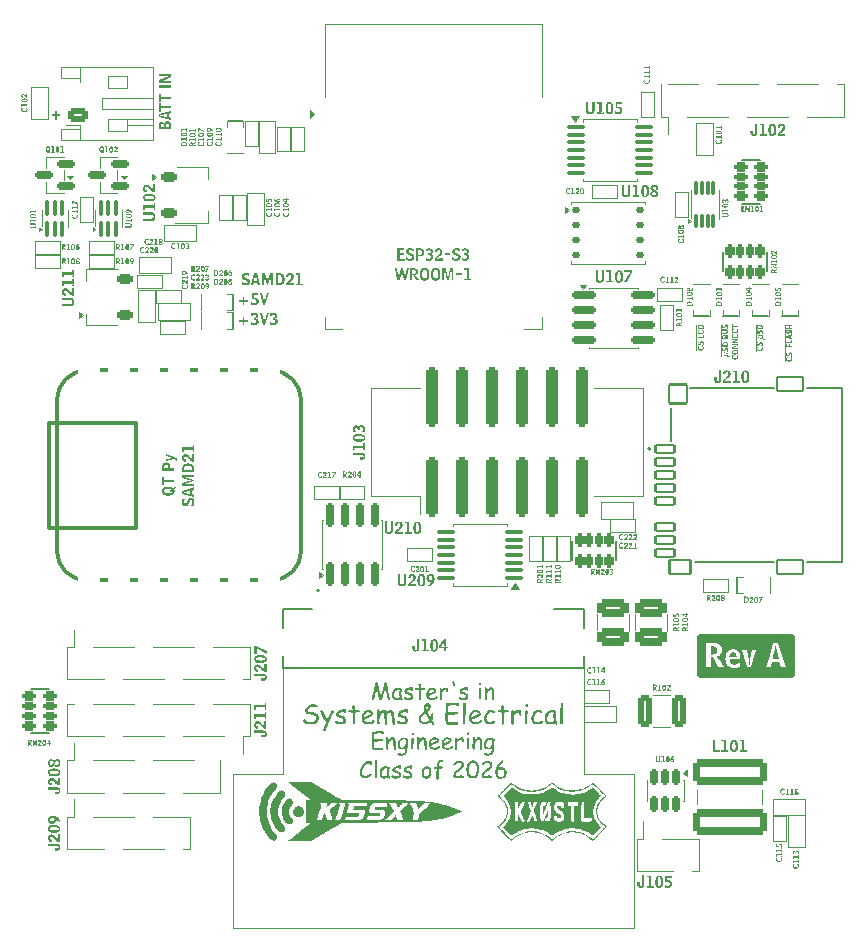
<source format=gto>
G04 #@! TF.GenerationSoftware,KiCad,Pcbnew,9.0.7*
G04 #@! TF.CreationDate,2026-02-18T22:11:59-06:00*
G04 #@! TF.ProjectId,grad_cap_display,67726164-5f63-4617-905f-646973706c61,rev?*
G04 #@! TF.SameCoordinates,Original*
G04 #@! TF.FileFunction,Legend,Top*
G04 #@! TF.FilePolarity,Positive*
%FSLAX46Y46*%
G04 Gerber Fmt 4.6, Leading zero omitted, Abs format (unit mm)*
G04 Created by KiCad (PCBNEW 9.0.7) date 2026-02-18 22:11:59*
%MOMM*%
%LPD*%
G01*
G04 APERTURE LIST*
G04 Aperture macros list*
%AMRoundRect*
0 Rectangle with rounded corners*
0 $1 Rounding radius*
0 $2 $3 $4 $5 $6 $7 $8 $9 X,Y pos of 4 corners*
0 Add a 4 corners polygon primitive as box body*
4,1,4,$2,$3,$4,$5,$6,$7,$8,$9,$2,$3,0*
0 Add four circle primitives for the rounded corners*
1,1,$1+$1,$2,$3*
1,1,$1+$1,$4,$5*
1,1,$1+$1,$6,$7*
1,1,$1+$1,$8,$9*
0 Add four rect primitives between the rounded corners*
20,1,$1+$1,$2,$3,$4,$5,0*
20,1,$1+$1,$4,$5,$6,$7,0*
20,1,$1+$1,$6,$7,$8,$9,0*
20,1,$1+$1,$8,$9,$2,$3,0*%
%AMFreePoly0*
4,1,9,3.862500,-0.866500,0.737500,-0.866500,0.737500,-0.450000,-0.737500,-0.450000,-0.737500,0.450000,0.737500,0.450000,0.737500,0.866500,3.862500,0.866500,3.862500,-0.866500,3.862500,-0.866500,$1*%
G04 Aperture macros list end*
%ADD10C,0.600000*%
%ADD11C,0.125000*%
%ADD12C,0.100000*%
%ADD13C,0.250000*%
%ADD14C,0.150000*%
%ADD15C,0.120000*%
%ADD16C,0.200000*%
%ADD17C,0.000000*%
%ADD18C,0.127000*%
%ADD19C,0.300000*%
%ADD20C,0.010000*%
%ADD21R,1.000000X0.800000*%
%ADD22R,0.700000X0.600000*%
%ADD23R,0.600000X0.700000*%
%ADD24C,0.600000*%
%ADD25R,3.900000X3.900000*%
%ADD26R,1.500000X0.900000*%
%ADD27R,0.900000X1.500000*%
%ADD28R,3.400000X4.300000*%
%ADD29RoundRect,0.125000X-0.250000X-0.125000X0.250000X-0.125000X0.250000X0.125000X-0.250000X0.125000X0*%
%ADD30RoundRect,0.102000X0.800000X-0.350000X0.800000X0.350000X-0.800000X0.350000X-0.800000X-0.350000X0*%
%ADD31RoundRect,0.102000X1.100000X-0.600000X1.100000X0.600000X-1.100000X0.600000X-1.100000X-0.600000X0*%
%ADD32RoundRect,0.102000X0.750000X-0.800000X0.750000X0.800000X-0.750000X0.800000X-0.750000X-0.800000X0*%
%ADD33RoundRect,0.102000X0.900000X-0.600000X0.900000X0.600000X-0.900000X0.600000X-0.900000X-0.600000X0*%
%ADD34R,1.600000X0.700000*%
%ADD35C,1.000000*%
%ADD36RoundRect,0.225000X0.425000X0.225000X-0.425000X0.225000X-0.425000X-0.225000X0.425000X-0.225000X0*%
%ADD37FreePoly0,180.000000*%
%ADD38RoundRect,0.225000X-0.425000X-0.225000X0.425000X-0.225000X0.425000X0.225000X-0.425000X0.225000X0*%
%ADD39FreePoly0,0.000000*%
%ADD40RoundRect,0.355555X0.969445X-0.444445X0.969445X0.444445X-0.969445X0.444445X-0.969445X-0.444445X0*%
%ADD41R,0.800000X1.000000*%
%ADD42RoundRect,0.150000X0.587500X0.150000X-0.587500X0.150000X-0.587500X-0.150000X0.587500X-0.150000X0*%
%ADD43RoundRect,0.100000X0.100000X-0.562500X0.100000X0.562500X-0.100000X0.562500X-0.100000X-0.562500X0*%
%ADD44RoundRect,0.100000X0.637500X0.100000X-0.637500X0.100000X-0.637500X-0.100000X0.637500X-0.100000X0*%
%ADD45RoundRect,0.203500X0.348500X0.203500X-0.348500X0.203500X-0.348500X-0.203500X0.348500X-0.203500X0*%
%ADD46RoundRect,0.183500X0.368500X0.183500X-0.368500X0.183500X-0.368500X-0.183500X0.368500X-0.183500X0*%
%ADD47O,1.750000X1.200000*%
%ADD48RoundRect,0.250000X0.625000X-0.350000X0.625000X0.350000X-0.625000X0.350000X-0.625000X-0.350000X0*%
%ADD49RoundRect,0.203500X0.203500X-0.348500X0.203500X0.348500X-0.203500X0.348500X-0.203500X-0.348500X0*%
%ADD50RoundRect,0.183500X0.183500X-0.368500X0.183500X0.368500X-0.183500X0.368500X-0.183500X-0.368500X0*%
%ADD51RoundRect,0.203500X-0.348500X-0.203500X0.348500X-0.203500X0.348500X0.203500X-0.348500X0.203500X0*%
%ADD52RoundRect,0.183500X-0.368500X-0.183500X0.368500X-0.183500X0.368500X0.183500X-0.368500X0.183500X0*%
%ADD53O,1.879600X3.657600*%
%ADD54R,1.000000X2.510000*%
%ADD55RoundRect,0.150000X-0.825000X-0.150000X0.825000X-0.150000X0.825000X0.150000X-0.825000X0.150000X0*%
%ADD56RoundRect,0.100000X-0.637500X-0.100000X0.637500X-0.100000X0.637500X0.100000X-0.637500X0.100000X0*%
%ADD57R,2.000000X6.000000*%
%ADD58RoundRect,0.150000X-0.150000X0.512500X-0.150000X-0.512500X0.150000X-0.512500X0.150000X0.512500X0*%
%ADD59R,6.000000X2.000000*%
%ADD60RoundRect,0.250000X-0.312500X-1.075000X0.312500X-1.075000X0.312500X1.075000X-0.312500X1.075000X0*%
%ADD61RoundRect,0.150000X0.150000X-0.825000X0.150000X0.825000X-0.150000X0.825000X-0.150000X-0.825000X0*%
%ADD62RoundRect,0.250000X0.260000X-2.250000X0.260000X2.250000X-0.260000X2.250000X-0.260000X-2.250000X0*%
%ADD63R,0.300000X1.200000*%
%ADD64RoundRect,0.087500X0.087500X-0.537500X0.087500X0.537500X-0.087500X0.537500X-0.087500X-0.537500X0*%
%ADD65RoundRect,0.322500X2.827500X-0.752500X2.827500X0.752500X-2.827500X0.752500X-2.827500X-0.752500X0*%
G04 APERTURE END LIST*
D10*
X60890076Y-51942469D02*
X68580076Y-51942469D01*
X68580076Y-55042469D01*
X60890076Y-55042469D01*
X60890076Y-51942469D01*
D11*
G36*
X63731314Y-53190751D02*
G01*
X63774750Y-53202490D01*
X63844262Y-53245503D01*
X63903662Y-53319733D01*
X63960275Y-53441962D01*
X64011583Y-53609136D01*
X63981297Y-53639545D01*
X63829960Y-53606835D01*
X63668788Y-53598023D01*
X63497244Y-53613437D01*
X63387054Y-53639545D01*
X63356768Y-53609136D01*
X63396790Y-53470273D01*
X63441128Y-53359104D01*
X63473379Y-53302347D01*
X63509659Y-53256922D01*
X63543378Y-53227867D01*
X63580962Y-53206555D01*
X63663904Y-53187397D01*
X63682832Y-53186840D01*
X63731314Y-53190751D01*
G37*
G36*
X62105027Y-52739137D02*
G01*
X62150409Y-52749958D01*
X62226811Y-52790435D01*
X62285725Y-52854458D01*
X62325712Y-52940996D01*
X62341530Y-53044525D01*
X62341573Y-53050187D01*
X62337641Y-53120670D01*
X62325756Y-53182862D01*
X62308432Y-53231333D01*
X62284637Y-53273679D01*
X62256156Y-53308198D01*
X62221743Y-53337593D01*
X62132996Y-53382271D01*
X62007565Y-53409059D01*
X61886304Y-53415330D01*
X61792148Y-53412887D01*
X61792148Y-52735358D01*
X62054343Y-52735358D01*
X62105027Y-52739137D01*
G37*
G36*
X67342755Y-52894073D02*
G01*
X67350016Y-52927821D01*
X67478854Y-53525850D01*
X67518055Y-53678776D01*
X67545040Y-53764147D01*
X67574109Y-53834084D01*
X67001482Y-53834084D01*
X67037684Y-53744374D01*
X67067273Y-53649605D01*
X67085990Y-53570546D01*
X67226063Y-52927821D01*
X67226255Y-52926894D01*
X67247496Y-52816781D01*
X67262333Y-52690539D01*
X67313868Y-52690539D01*
X67342755Y-52894073D01*
G37*
G36*
X68351251Y-54781585D02*
G01*
X61173032Y-54781585D01*
X61173032Y-53412887D01*
X61395254Y-53412887D01*
X61395254Y-54512469D01*
X61792148Y-54512469D01*
X61792148Y-53652734D01*
X61821946Y-53652734D01*
X61909642Y-53648572D01*
X61998641Y-53635073D01*
X62003418Y-53634049D01*
X62030874Y-53735404D01*
X62067654Y-53812591D01*
X62415822Y-54512469D01*
X62884036Y-54512469D01*
X62477738Y-53781083D01*
X62432912Y-53719534D01*
X63026552Y-53719534D01*
X63030444Y-53830831D01*
X63042063Y-53934808D01*
X63060146Y-54026554D01*
X63085026Y-54111461D01*
X63114943Y-54185797D01*
X63150880Y-54253724D01*
X63191031Y-54312869D01*
X63236623Y-54365901D01*
X63286379Y-54411731D01*
X63341220Y-54451545D01*
X63465622Y-54512663D01*
X63612362Y-54549204D01*
X63755616Y-54559363D01*
X63856213Y-54555465D01*
X63953443Y-54543806D01*
X64044816Y-54524988D01*
X64132357Y-54498876D01*
X64277441Y-54434677D01*
X64277441Y-54117161D01*
X64140299Y-54117161D01*
X64086379Y-54169949D01*
X64031574Y-54211190D01*
X63982577Y-54237861D01*
X63931086Y-54256617D01*
X63820298Y-54271612D01*
X63814357Y-54271645D01*
X63752459Y-54267752D01*
X63694620Y-54256135D01*
X63643150Y-54237819D01*
X63595790Y-54212560D01*
X63515400Y-54143002D01*
X63452381Y-54046294D01*
X63408068Y-53918913D01*
X63390229Y-53810270D01*
X64277319Y-53810270D01*
X64278501Y-53781990D01*
X64283059Y-53630019D01*
X64279189Y-53533232D01*
X64267730Y-53443463D01*
X64249807Y-53364006D01*
X64225303Y-53291205D01*
X64195673Y-53227472D01*
X64160305Y-53170082D01*
X64120528Y-53120378D01*
X64075647Y-53076844D01*
X63972249Y-53009083D01*
X63935384Y-52996209D01*
X64426674Y-52996209D01*
X64871440Y-54512469D01*
X65204954Y-54512469D01*
X66486251Y-54512469D01*
X66875452Y-54512469D01*
X66967776Y-54082601D01*
X67597068Y-54082601D01*
X67692201Y-54512469D01*
X68129029Y-54512469D01*
X67516346Y-52433473D01*
X67079273Y-52433473D01*
X66679757Y-53834084D01*
X66486251Y-54512469D01*
X65204954Y-54512469D01*
X65641171Y-52996209D01*
X65271510Y-52996209D01*
X65108600Y-53903327D01*
X65086617Y-54043233D01*
X65073076Y-54185341D01*
X65069399Y-54272256D01*
X65040456Y-54272256D01*
X65009008Y-54022049D01*
X64991836Y-53927302D01*
X64987333Y-53903327D01*
X64830041Y-52996209D01*
X64426674Y-52996209D01*
X63935384Y-52996209D01*
X63849226Y-52966121D01*
X63704628Y-52949424D01*
X63691136Y-52949314D01*
X63608577Y-52953196D01*
X63530905Y-52964735D01*
X63460539Y-52983038D01*
X63394994Y-53008216D01*
X63335669Y-53039354D01*
X63281184Y-53076798D01*
X63187697Y-53169423D01*
X63113936Y-53286873D01*
X63060942Y-53431212D01*
X63031404Y-53604985D01*
X63031228Y-53609136D01*
X63026552Y-53719534D01*
X62432912Y-53719534D01*
X62409920Y-53687964D01*
X62304570Y-53596558D01*
X62304570Y-53578728D01*
X62393334Y-53541910D01*
X62472154Y-53500304D01*
X62535667Y-53457865D01*
X62590836Y-53411213D01*
X62635027Y-53363517D01*
X62671879Y-53311954D01*
X62700611Y-53258187D01*
X62722450Y-53200643D01*
X62745521Y-53073101D01*
X62747016Y-53027838D01*
X62743117Y-52949642D01*
X62731462Y-52877387D01*
X62713416Y-52814606D01*
X62688573Y-52756938D01*
X62658012Y-52705783D01*
X62621140Y-52659290D01*
X62528010Y-52579561D01*
X62404424Y-52515587D01*
X62242641Y-52467915D01*
X62032359Y-52439448D01*
X61858338Y-52433473D01*
X61395254Y-52433473D01*
X61395254Y-53412887D01*
X61173032Y-53412887D01*
X61173032Y-52211251D01*
X68351251Y-52211251D01*
X68351251Y-54781585D01*
G37*
D12*
X25530000Y-54552500D02*
X25530000Y-63550000D01*
D13*
G36*
X22058050Y-21875429D02*
G01*
X22058050Y-22063252D01*
X22095347Y-22088378D01*
X22134460Y-22110003D01*
X22218208Y-22142918D01*
X22311742Y-22162764D01*
X22412813Y-22169192D01*
X22458600Y-22167270D01*
X22501867Y-22161634D01*
X22542386Y-22152504D01*
X22580155Y-22140063D01*
X22614894Y-22124582D01*
X22646668Y-22106200D01*
X22675185Y-22085247D01*
X22700539Y-22061802D01*
X22722471Y-22036236D01*
X22741054Y-22008576D01*
X22756093Y-21979186D01*
X22767596Y-21948086D01*
X22775430Y-21915572D01*
X22779530Y-21881712D01*
X22780154Y-21861996D01*
X22778188Y-21822830D01*
X22772238Y-21786728D01*
X22763146Y-21755914D01*
X22750538Y-21727309D01*
X22715574Y-21677112D01*
X22664682Y-21631806D01*
X22591750Y-21588271D01*
X22497504Y-21547838D01*
X22467637Y-21536866D01*
X22394418Y-21508811D01*
X22338480Y-21479247D01*
X22317910Y-21461789D01*
X22302762Y-21441424D01*
X22293404Y-21417306D01*
X22290203Y-21388592D01*
X22297748Y-21348235D01*
X22320222Y-21311224D01*
X22336920Y-21295053D01*
X22356820Y-21281272D01*
X22379728Y-21270255D01*
X22405371Y-21262422D01*
X22450609Y-21257495D01*
X22482041Y-21259449D01*
X22511351Y-21265316D01*
X22537265Y-21274516D01*
X22561331Y-21287254D01*
X22603773Y-21323049D01*
X22639836Y-21373754D01*
X22711583Y-21373754D01*
X22711583Y-21164621D01*
X22656647Y-21142673D01*
X22602158Y-21125422D01*
X22551817Y-21113696D01*
X22501169Y-21106068D01*
X22432413Y-21102339D01*
X22388002Y-21104269D01*
X22345732Y-21109962D01*
X22306152Y-21119172D01*
X22269062Y-21131793D01*
X22235168Y-21147413D01*
X22204060Y-21166068D01*
X22176451Y-21187168D01*
X22151870Y-21210926D01*
X22130889Y-21236661D01*
X22113146Y-21264707D01*
X22099006Y-21294444D01*
X22088314Y-21326188D01*
X22081271Y-21359533D01*
X22077923Y-21394628D01*
X22077651Y-21408193D01*
X22079607Y-21446774D01*
X22085490Y-21481658D01*
X22094397Y-21510825D01*
X22106663Y-21537441D01*
X22140599Y-21583378D01*
X22190574Y-21624647D01*
X22264730Y-21665518D01*
X22358957Y-21704154D01*
X22370011Y-21708284D01*
X22456779Y-21742036D01*
X22519526Y-21774864D01*
X22541698Y-21793374D01*
X22557632Y-21814586D01*
X22567249Y-21839474D01*
X22570472Y-21869018D01*
X22568530Y-21892885D01*
X22562757Y-21914570D01*
X22553761Y-21933139D01*
X22541421Y-21949609D01*
X22506808Y-21976109D01*
X22456600Y-21994112D01*
X22387268Y-22001489D01*
X22382038Y-22001519D01*
X22340282Y-21999533D01*
X22302123Y-21993442D01*
X22270969Y-21984407D01*
X22242286Y-21971824D01*
X22217159Y-21956456D01*
X22193949Y-21937641D01*
X22152203Y-21888524D01*
X22143718Y-21875429D01*
X22058050Y-21875429D01*
G37*
G36*
X23655459Y-22157469D02*
G01*
X23437045Y-22157469D01*
X23389479Y-21942535D01*
X23074833Y-21942535D01*
X23028671Y-22157469D01*
X22834071Y-22157469D01*
X22930824Y-21818276D01*
X23091686Y-21818276D01*
X23377999Y-21818276D01*
X23363465Y-21783308D01*
X23349973Y-21740622D01*
X23330372Y-21664159D01*
X23265953Y-21365145D01*
X23262323Y-21348271D01*
X23247879Y-21246504D01*
X23222111Y-21246504D01*
X23214693Y-21309625D01*
X23204073Y-21364681D01*
X23203976Y-21365145D01*
X23133940Y-21686507D01*
X23124581Y-21726037D01*
X23109787Y-21773421D01*
X23091686Y-21818276D01*
X22930824Y-21818276D01*
X23130581Y-21117971D01*
X23349118Y-21117971D01*
X23655459Y-22157469D01*
G37*
G36*
X23786190Y-21117971D02*
G01*
X23786190Y-22157469D01*
X23953863Y-22157469D01*
X23953863Y-21545030D01*
X23951868Y-21467495D01*
X23945719Y-21391901D01*
X23935972Y-21315136D01*
X23958870Y-21315136D01*
X24191267Y-22130113D01*
X24313144Y-22130113D01*
X24544198Y-21315136D01*
X24568378Y-21315136D01*
X24558430Y-21415304D01*
X24556166Y-21545091D01*
X24556166Y-22157469D01*
X24723839Y-22157469D01*
X24723839Y-21117971D01*
X24457186Y-21117971D01*
X24307038Y-21682844D01*
X24284172Y-21801164D01*
X24274859Y-21893808D01*
X24229552Y-21893808D01*
X24221037Y-21809875D01*
X24209859Y-21738098D01*
X24197373Y-21682905D01*
X24047225Y-21117971D01*
X23786190Y-21117971D01*
G37*
G36*
X25198113Y-21118858D02*
G01*
X25305600Y-21127519D01*
X25389710Y-21146159D01*
X25462088Y-21176227D01*
X25495910Y-21196386D01*
X25528863Y-21220614D01*
X25529393Y-21221048D01*
X25558745Y-21247684D01*
X25585338Y-21277134D01*
X25609533Y-21309937D01*
X25630792Y-21345528D01*
X25649542Y-21384948D01*
X25665109Y-21427176D01*
X25677812Y-21473723D01*
X25687018Y-21523121D01*
X25692820Y-21577233D01*
X25694765Y-21634239D01*
X25693161Y-21690249D01*
X25680148Y-21793037D01*
X25655306Y-21879390D01*
X25619263Y-21952656D01*
X25571565Y-22015313D01*
X25542689Y-22043367D01*
X25510606Y-22068930D01*
X25455004Y-22103124D01*
X25415164Y-22120941D01*
X25374390Y-22134405D01*
X25318198Y-22146639D01*
X25259688Y-22153609D01*
X25134228Y-22157469D01*
X24932117Y-22157469D01*
X24932117Y-21281308D01*
X25130564Y-21281308D01*
X25130564Y-21994131D01*
X25183259Y-21995413D01*
X25204936Y-21994982D01*
X25282000Y-21985022D01*
X25344282Y-21963205D01*
X25394908Y-21930022D01*
X25416677Y-21908665D01*
X25435798Y-21884261D01*
X25453033Y-21855344D01*
X25467368Y-21823040D01*
X25479558Y-21784509D01*
X25488419Y-21742029D01*
X25494300Y-21691204D01*
X25496257Y-21635644D01*
X25495294Y-21597384D01*
X25483982Y-21509394D01*
X25461629Y-21439815D01*
X25429256Y-21384790D01*
X25409165Y-21361780D01*
X25386403Y-21341645D01*
X25360156Y-21323901D01*
X25331048Y-21309185D01*
X25297021Y-21296866D01*
X25259741Y-21287927D01*
X25215702Y-21282044D01*
X25167811Y-21280087D01*
X25130564Y-21281308D01*
X24932117Y-21281308D01*
X24932117Y-21117971D01*
X25134228Y-21117971D01*
X25198113Y-21118858D01*
G37*
G36*
X26020157Y-21463025D02*
G01*
X26023165Y-21416632D01*
X26029963Y-21376882D01*
X26038899Y-21347878D01*
X26050702Y-21323747D01*
X26063561Y-21306420D01*
X26078699Y-21292864D01*
X26113563Y-21277455D01*
X26141424Y-21274531D01*
X26167228Y-21276455D01*
X26190362Y-21282108D01*
X26209942Y-21290860D01*
X26226902Y-21302716D01*
X26252411Y-21334693D01*
X26266957Y-21378369D01*
X26269713Y-21412223D01*
X26267791Y-21442408D01*
X26262157Y-21471270D01*
X26239645Y-21527691D01*
X26199408Y-21587412D01*
X26132676Y-21659801D01*
X26075723Y-21713740D01*
X26036826Y-21748826D01*
X25952359Y-21826914D01*
X25916641Y-21864292D01*
X25886070Y-21902074D01*
X25861245Y-21941393D01*
X25842769Y-21983384D01*
X25831243Y-22029182D01*
X25827267Y-22079921D01*
X25827267Y-22157469D01*
X26491974Y-22157469D01*
X26491974Y-21975813D01*
X26254814Y-21975813D01*
X26181837Y-21976957D01*
X26113889Y-21983010D01*
X26049859Y-21997905D01*
X25988638Y-22025574D01*
X25979430Y-22031195D01*
X25960868Y-22010129D01*
X26117878Y-21885421D01*
X26265866Y-21768390D01*
X26319737Y-21721014D01*
X26366033Y-21673791D01*
X26396970Y-21636179D01*
X26422889Y-21597762D01*
X26441439Y-21562963D01*
X26455895Y-21526961D01*
X26465648Y-21491858D01*
X26471633Y-21455237D01*
X26473778Y-21414970D01*
X26471839Y-21378517D01*
X26466085Y-21343506D01*
X26456734Y-21310529D01*
X26443832Y-21279403D01*
X26427720Y-21250735D01*
X26408326Y-21224292D01*
X26386056Y-21200585D01*
X26360758Y-21179451D01*
X26332794Y-21161252D01*
X26302018Y-21145973D01*
X26268650Y-21133851D01*
X26232650Y-21125016D01*
X26155468Y-21117971D01*
X26108308Y-21119924D01*
X26064778Y-21125777D01*
X26027465Y-21134741D01*
X25993319Y-21147084D01*
X25963891Y-21161892D01*
X25937317Y-21179722D01*
X25914222Y-21199949D01*
X25893833Y-21223023D01*
X25861111Y-21277875D01*
X25838808Y-21346480D01*
X25827974Y-21431992D01*
X25827267Y-21463025D01*
X26020157Y-21463025D01*
G37*
G36*
X27047077Y-21129695D02*
G01*
X26651159Y-21129695D01*
X26651159Y-21270806D01*
X26741346Y-21270806D01*
X26803047Y-21268753D01*
X26847164Y-21258594D01*
X26856567Y-21269218D01*
X26849017Y-21303208D01*
X26845759Y-21404773D01*
X26845759Y-21806797D01*
X26847126Y-21960487D01*
X26850370Y-21994965D01*
X26856689Y-22018006D01*
X26847225Y-22029852D01*
X26820863Y-22023167D01*
X26740215Y-22017508D01*
X26651159Y-22016418D01*
X26651159Y-22157469D01*
X27238868Y-22157469D01*
X27238868Y-22016418D01*
X27132195Y-22018082D01*
X27078469Y-22022034D01*
X27045672Y-22029729D01*
X27037368Y-22017945D01*
X27045714Y-21948698D01*
X27047077Y-21890877D01*
X27047077Y-21129695D01*
G37*
G36*
X22139627Y-23406624D02*
G01*
X21859664Y-23406624D01*
X21859664Y-23556101D01*
X22139627Y-23556101D01*
X22139627Y-23837469D01*
X22289165Y-23837469D01*
X22289165Y-23556101D01*
X22569128Y-23556101D01*
X22569128Y-23406624D01*
X22289165Y-23406624D01*
X22289165Y-23125256D01*
X22139627Y-23125256D01*
X22139627Y-23406624D01*
G37*
G36*
X22872600Y-23588707D02*
G01*
X22872600Y-23783613D01*
X22935336Y-23816204D01*
X23016938Y-23840728D01*
X23063300Y-23848482D01*
X23111675Y-23852539D01*
X23137726Y-23853100D01*
X23181062Y-23851167D01*
X23222302Y-23845451D01*
X23260813Y-23836220D01*
X23296994Y-23823545D01*
X23330278Y-23807779D01*
X23361020Y-23788891D01*
X23388788Y-23767256D01*
X23413806Y-23742793D01*
X23435806Y-23715802D01*
X23454832Y-23686241D01*
X23470745Y-23654242D01*
X23483430Y-23619895D01*
X23492797Y-23583122D01*
X23498644Y-23544200D01*
X23500854Y-23499620D01*
X23498929Y-23460438D01*
X23493272Y-23423403D01*
X23484108Y-23388787D01*
X23471594Y-23356541D01*
X23455936Y-23326840D01*
X23437285Y-23299739D01*
X23391620Y-23253753D01*
X23335717Y-23219500D01*
X23270668Y-23198111D01*
X23199336Y-23190897D01*
X23122382Y-23198326D01*
X23075260Y-23210253D01*
X23057736Y-23192667D01*
X23073148Y-23161990D01*
X23076665Y-23121776D01*
X23076665Y-23033971D01*
X23074291Y-22998006D01*
X23068653Y-22980235D01*
X23057675Y-22961675D01*
X23074955Y-22944456D01*
X23124830Y-22970194D01*
X23187184Y-22984602D01*
X23258137Y-22988602D01*
X23488275Y-22988602D01*
X23488275Y-22809695D01*
X22920166Y-22809695D01*
X22920166Y-23355822D01*
X23000888Y-23355822D01*
X23039942Y-23343522D01*
X23076496Y-23336147D01*
X23115316Y-23333351D01*
X23145417Y-23335271D01*
X23173433Y-23340894D01*
X23198946Y-23349919D01*
X23222025Y-23362181D01*
X23242326Y-23377346D01*
X23259857Y-23395306D01*
X23274381Y-23415786D01*
X23285784Y-23438654D01*
X23293894Y-23463777D01*
X23298497Y-23490911D01*
X23299536Y-23512198D01*
X23297609Y-23542891D01*
X23291932Y-23570932D01*
X23283061Y-23595338D01*
X23270996Y-23617061D01*
X23256248Y-23635603D01*
X23238716Y-23651377D01*
X23195713Y-23674258D01*
X23141586Y-23684900D01*
X23125147Y-23685427D01*
X23093726Y-23683500D01*
X23064823Y-23677823D01*
X23039419Y-23668910D01*
X23016709Y-23656778D01*
X22997358Y-23642027D01*
X22980862Y-23624500D01*
X22959795Y-23588707D01*
X22872600Y-23588707D01*
G37*
G36*
X23602031Y-22797971D02*
G01*
X23892924Y-23845284D01*
X24076473Y-23845284D01*
X24384219Y-22797971D01*
X24191084Y-22797971D01*
X24029700Y-23462678D01*
X24016129Y-23528155D01*
X24007099Y-23595080D01*
X24003017Y-23680420D01*
X23977555Y-23680420D01*
X23970143Y-23566809D01*
X23950871Y-23462739D01*
X23789549Y-22797971D01*
X23602031Y-22797971D01*
G37*
G36*
X22139627Y-25086624D02*
G01*
X21859664Y-25086624D01*
X21859664Y-25236101D01*
X22139627Y-25236101D01*
X22139627Y-25517469D01*
X22289165Y-25517469D01*
X22289165Y-25236101D01*
X22569128Y-25236101D01*
X22569128Y-25086624D01*
X22289165Y-25086624D01*
X22289165Y-24805256D01*
X22139627Y-24805256D01*
X22139627Y-25086624D01*
G37*
G36*
X22869791Y-25298444D02*
G01*
X22869791Y-25483519D01*
X22920855Y-25501552D01*
X22970596Y-25515064D01*
X23069719Y-25530379D01*
X23139130Y-25533100D01*
X23186098Y-25531171D01*
X23230240Y-25525484D01*
X23270705Y-25516398D01*
X23308262Y-25503981D01*
X23342191Y-25488699D01*
X23373144Y-25470481D01*
X23400626Y-25449807D01*
X23425054Y-25426544D01*
X23446181Y-25401042D01*
X23464139Y-25373244D01*
X23490249Y-25311174D01*
X23502724Y-25240618D01*
X23503662Y-25213814D01*
X23501698Y-25173681D01*
X23495766Y-25137297D01*
X23486912Y-25107536D01*
X23474704Y-25080802D01*
X23451394Y-25047851D01*
X23410047Y-25011802D01*
X23355718Y-24985557D01*
X23293675Y-24970487D01*
X23293675Y-24941483D01*
X23327435Y-24932761D01*
X23358115Y-24920832D01*
X23385043Y-24906235D01*
X23408821Y-24888914D01*
X23429027Y-24869400D01*
X23445998Y-24847581D01*
X23469749Y-24798024D01*
X23479625Y-24740861D01*
X23479849Y-24730335D01*
X23477909Y-24697726D01*
X23472148Y-24666848D01*
X23462891Y-24638425D01*
X23450136Y-24611905D01*
X23414792Y-24565398D01*
X23366187Y-24527542D01*
X23303751Y-24499236D01*
X23226751Y-24482132D01*
X23158730Y-24477971D01*
X23068380Y-24485465D01*
X22971689Y-24508695D01*
X22890796Y-24537383D01*
X22890796Y-24722519D01*
X22962176Y-24722519D01*
X22988879Y-24695338D01*
X23016456Y-24673162D01*
X23042695Y-24657138D01*
X23069910Y-24645230D01*
X23125628Y-24633694D01*
X23141939Y-24633126D01*
X23168587Y-24635033D01*
X23193179Y-24640565D01*
X23215502Y-24649472D01*
X23235189Y-24661457D01*
X23251819Y-24676090D01*
X23265306Y-24693186D01*
X23275216Y-24712088D01*
X23281572Y-24732831D01*
X23284149Y-24758240D01*
X23282191Y-24782322D01*
X23276304Y-24804083D01*
X23267275Y-24822266D01*
X23254805Y-24838473D01*
X23219246Y-24865144D01*
X23165269Y-24885122D01*
X23085631Y-24896978D01*
X23078375Y-24897458D01*
X23078375Y-25052369D01*
X23126740Y-25055250D01*
X23169126Y-25061970D01*
X23201454Y-25071073D01*
X23229237Y-25083204D01*
X23250380Y-25096734D01*
X23267889Y-25112762D01*
X23281129Y-25130243D01*
X23291157Y-25149999D01*
X23301704Y-25197006D01*
X23302345Y-25213814D01*
X23300412Y-25239315D01*
X23294698Y-25263382D01*
X23285465Y-25285475D01*
X23272788Y-25305631D01*
X23256951Y-25323428D01*
X23237970Y-25338800D01*
X23216016Y-25351462D01*
X23191170Y-25361193D01*
X23163411Y-25367756D01*
X23132971Y-25370837D01*
X23122338Y-25371045D01*
X23086686Y-25369149D01*
X23053646Y-25363690D01*
X23023495Y-25354916D01*
X22997129Y-25343219D01*
X22976075Y-25329705D01*
X22959440Y-25314173D01*
X22948498Y-25298444D01*
X22869791Y-25298444D01*
G37*
G36*
X23602031Y-24477971D02*
G01*
X23892924Y-25525284D01*
X24076473Y-25525284D01*
X24384219Y-24477971D01*
X24191084Y-24477971D01*
X24029700Y-25142678D01*
X24016129Y-25208155D01*
X24007099Y-25275080D01*
X24003017Y-25360420D01*
X23977555Y-25360420D01*
X23970143Y-25246809D01*
X23950871Y-25142739D01*
X23789549Y-24477971D01*
X23602031Y-24477971D01*
G37*
G36*
X24482771Y-25298444D02*
G01*
X24482771Y-25483519D01*
X24533835Y-25501552D01*
X24583576Y-25515064D01*
X24682698Y-25530379D01*
X24752110Y-25533100D01*
X24799077Y-25531171D01*
X24843220Y-25525484D01*
X24883684Y-25516398D01*
X24921242Y-25503981D01*
X24955171Y-25488699D01*
X24986124Y-25470481D01*
X25013606Y-25449807D01*
X25038034Y-25426544D01*
X25059160Y-25401042D01*
X25077119Y-25373244D01*
X25103229Y-25311174D01*
X25115704Y-25240618D01*
X25116642Y-25213814D01*
X25114678Y-25173681D01*
X25108746Y-25137297D01*
X25099892Y-25107536D01*
X25087684Y-25080802D01*
X25064374Y-25047851D01*
X25023027Y-25011802D01*
X24968698Y-24985557D01*
X24906654Y-24970487D01*
X24906654Y-24941483D01*
X24940415Y-24932761D01*
X24971095Y-24920832D01*
X24998023Y-24906235D01*
X25021801Y-24888914D01*
X25042007Y-24869400D01*
X25058978Y-24847581D01*
X25082729Y-24798024D01*
X25092605Y-24740861D01*
X25092828Y-24730335D01*
X25090889Y-24697726D01*
X25085127Y-24666848D01*
X25075870Y-24638425D01*
X25063115Y-24611905D01*
X25027772Y-24565398D01*
X24979167Y-24527542D01*
X24916731Y-24499236D01*
X24839730Y-24482132D01*
X24771710Y-24477971D01*
X24681359Y-24485465D01*
X24584669Y-24508695D01*
X24503776Y-24537383D01*
X24503776Y-24722519D01*
X24575156Y-24722519D01*
X24601859Y-24695338D01*
X24629436Y-24673162D01*
X24655675Y-24657138D01*
X24682890Y-24645230D01*
X24738607Y-24633694D01*
X24754918Y-24633126D01*
X24781567Y-24635033D01*
X24806159Y-24640565D01*
X24828482Y-24649472D01*
X24848169Y-24661457D01*
X24864799Y-24676090D01*
X24878285Y-24693186D01*
X24888195Y-24712088D01*
X24894551Y-24732831D01*
X24897129Y-24758240D01*
X24895171Y-24782322D01*
X24889283Y-24804083D01*
X24880254Y-24822266D01*
X24867785Y-24838473D01*
X24832226Y-24865144D01*
X24778249Y-24885122D01*
X24698610Y-24896978D01*
X24691354Y-24897458D01*
X24691354Y-25052369D01*
X24739720Y-25055250D01*
X24782106Y-25061970D01*
X24814434Y-25071073D01*
X24842217Y-25083204D01*
X24863359Y-25096734D01*
X24880869Y-25112762D01*
X24894109Y-25130243D01*
X24904137Y-25149999D01*
X24914684Y-25197006D01*
X24915325Y-25213814D01*
X24913392Y-25239315D01*
X24907678Y-25263382D01*
X24898445Y-25285475D01*
X24885768Y-25305631D01*
X24869930Y-25323428D01*
X24850950Y-25338800D01*
X24828996Y-25351462D01*
X24804150Y-25361193D01*
X24776391Y-25367756D01*
X24745951Y-25370837D01*
X24735318Y-25371045D01*
X24699666Y-25369149D01*
X24666625Y-25363690D01*
X24636475Y-25354916D01*
X24610108Y-25343219D01*
X24589055Y-25329705D01*
X24572420Y-25314173D01*
X24561478Y-25298444D01*
X24482771Y-25298444D01*
G37*
G36*
X6296864Y-7686624D02*
G01*
X6016901Y-7686624D01*
X6016901Y-7836101D01*
X6296864Y-7836101D01*
X6296864Y-8117469D01*
X6446402Y-8117469D01*
X6446402Y-7836101D01*
X6726365Y-7836101D01*
X6726365Y-7686624D01*
X6446402Y-7686624D01*
X6446402Y-7405256D01*
X6296864Y-7405256D01*
X6296864Y-7686624D01*
G37*
D12*
G36*
X15871159Y-8265378D02*
G01*
X15903054Y-8274352D01*
X15932361Y-8286649D01*
X15960162Y-8302740D01*
X15985236Y-8321931D01*
X16008988Y-8345489D01*
X16029740Y-8371961D01*
X16048815Y-8403419D01*
X16064517Y-8437514D01*
X16077706Y-8476668D01*
X16087142Y-8517933D01*
X16093107Y-8563171D01*
X16095076Y-8609648D01*
X16095076Y-8949878D01*
X15059487Y-8949878D01*
X15059487Y-8668449D01*
X15059674Y-8661488D01*
X15212139Y-8661488D01*
X15212139Y-8755278D01*
X15512802Y-8755278D01*
X15512802Y-8668449D01*
X15509611Y-8641888D01*
X15634618Y-8641888D01*
X15634618Y-8755278D01*
X15955124Y-8755278D01*
X15955124Y-8646101D01*
X15954795Y-8628861D01*
X15945519Y-8562585D01*
X15925471Y-8514837D01*
X15911446Y-8496073D01*
X15895141Y-8480877D01*
X15874584Y-8467886D01*
X15851725Y-8458683D01*
X15821385Y-8452147D01*
X15788551Y-8450096D01*
X15783973Y-8450142D01*
X15733516Y-8458106D01*
X15712450Y-8466976D01*
X15694050Y-8478913D01*
X15677373Y-8494774D01*
X15663552Y-8513756D01*
X15651417Y-8538394D01*
X15642638Y-8566462D01*
X15636597Y-8602283D01*
X15634618Y-8641888D01*
X15509611Y-8641888D01*
X15506216Y-8613636D01*
X15497817Y-8589396D01*
X15486467Y-8568431D01*
X15471510Y-8549554D01*
X15454014Y-8534117D01*
X15432195Y-8520864D01*
X15408351Y-8511450D01*
X15380357Y-8505278D01*
X15351357Y-8503280D01*
X15301796Y-8508110D01*
X15265239Y-8522847D01*
X15250728Y-8534258D01*
X15238272Y-8548984D01*
X15227634Y-8568292D01*
X15219615Y-8591991D01*
X15214050Y-8623586D01*
X15212139Y-8661488D01*
X15059674Y-8661488D01*
X15061804Y-8582238D01*
X15072529Y-8504625D01*
X15093131Y-8444479D01*
X15101970Y-8427598D01*
X15118571Y-8402692D01*
X15137978Y-8380564D01*
X15184294Y-8345325D01*
X15210662Y-8332590D01*
X15238910Y-8323295D01*
X15268659Y-8317628D01*
X15299822Y-8315702D01*
X15333964Y-8317937D01*
X15390160Y-8333121D01*
X15416588Y-8346465D01*
X15441512Y-8363611D01*
X15466396Y-8386022D01*
X15489675Y-8412772D01*
X15513342Y-8447007D01*
X15535211Y-8486488D01*
X15546446Y-8486488D01*
X15561666Y-8430216D01*
X15589959Y-8366991D01*
X15625530Y-8320690D01*
X15646607Y-8302505D01*
X15670003Y-8287515D01*
X15697152Y-8275158D01*
X15727023Y-8266218D01*
X15763064Y-8260271D01*
X15802595Y-8258305D01*
X15871159Y-8265378D01*
G37*
G36*
X16095076Y-7578455D02*
G01*
X15880142Y-7626021D01*
X15880142Y-7943842D01*
X16095076Y-7990004D01*
X16095076Y-8180452D01*
X15059487Y-7885040D01*
X15059487Y-7767437D01*
X15184112Y-7767437D01*
X15184112Y-7796808D01*
X15248847Y-7804338D01*
X15304170Y-7814981D01*
X15304279Y-7815004D01*
X15625642Y-7885040D01*
X15664770Y-7894313D01*
X15712852Y-7909408D01*
X15759791Y-7928455D01*
X15759791Y-7635852D01*
X15723343Y-7651188D01*
X15679963Y-7665077D01*
X15603294Y-7684822D01*
X15304279Y-7749241D01*
X15288355Y-7752679D01*
X15184112Y-7767437D01*
X15059487Y-7767437D01*
X15059487Y-7669435D01*
X16095076Y-7364254D01*
X16095076Y-7578455D01*
G37*
G36*
X15223313Y-7182781D02*
G01*
X16095076Y-7182781D01*
X16095076Y-6986837D01*
X15223313Y-6986837D01*
X15223313Y-6712430D01*
X15059487Y-6712430D01*
X15059487Y-7451631D01*
X15223313Y-7451631D01*
X15223313Y-7182781D01*
G37*
G36*
X15223313Y-6405113D02*
G01*
X16095076Y-6405113D01*
X16095076Y-6209169D01*
X15223313Y-6209169D01*
X15223313Y-5934762D01*
X15059487Y-5934762D01*
X15059487Y-6673962D01*
X15223313Y-6673962D01*
X15223313Y-6405113D01*
G37*
G36*
X15059487Y-5430401D02*
G01*
X16095076Y-5430401D01*
X16095076Y-5235861D01*
X15059487Y-5235861D01*
X15059487Y-5430401D01*
G37*
G36*
X15059487Y-5041566D02*
G01*
X16095076Y-5041566D01*
X16095076Y-4877801D01*
X15502543Y-4877801D01*
X15375194Y-4887176D01*
X15248531Y-4905767D01*
X15248531Y-4877801D01*
X15359805Y-4845908D01*
X15434155Y-4816191D01*
X16095076Y-4523588D01*
X16095076Y-4302426D01*
X15059487Y-4302426D01*
X15059487Y-4466191D01*
X15618437Y-4466191D01*
X15744989Y-4458354D01*
X15857122Y-4440973D01*
X15857122Y-4466191D01*
X15735848Y-4509254D01*
X15644937Y-4545997D01*
X15059487Y-4803613D01*
X15059487Y-5041566D01*
G37*
G36*
X35257924Y-19021879D02*
G01*
X35257924Y-20057469D01*
X35861264Y-20057469D01*
X35861264Y-19896512D01*
X35452463Y-19896512D01*
X35452463Y-19584614D01*
X35803867Y-19584614D01*
X35803867Y-19436237D01*
X35452463Y-19436237D01*
X35452463Y-19185705D01*
X35848686Y-19185705D01*
X35848686Y-19021879D01*
X35257924Y-19021879D01*
G37*
G36*
X35978135Y-19779337D02*
G01*
X35978135Y-19964229D01*
X36015122Y-19989132D01*
X36053979Y-20010572D01*
X36137449Y-20043238D01*
X36230965Y-20062913D01*
X36330943Y-20069192D01*
X36376743Y-20067270D01*
X36419993Y-20061633D01*
X36460439Y-20052511D01*
X36498114Y-20040080D01*
X36532717Y-20024624D01*
X36564342Y-20006272D01*
X36592686Y-19985366D01*
X36617862Y-19961973D01*
X36639610Y-19936467D01*
X36658008Y-19908871D01*
X36672869Y-19879539D01*
X36684196Y-19848495D01*
X36691863Y-19816014D01*
X36695796Y-19782183D01*
X36696331Y-19763950D01*
X36694363Y-19724808D01*
X36688405Y-19688758D01*
X36679317Y-19658074D01*
X36666711Y-19629604D01*
X36631758Y-19579702D01*
X36580815Y-19534644D01*
X36507622Y-19491254D01*
X36414963Y-19451624D01*
X36385218Y-19440707D01*
X36311689Y-19412542D01*
X36255278Y-19382667D01*
X36234474Y-19364961D01*
X36219128Y-19344272D01*
X36209632Y-19319751D01*
X36206380Y-19290546D01*
X36213920Y-19250002D01*
X36236417Y-19212629D01*
X36253150Y-19196223D01*
X36273085Y-19182195D01*
X36296022Y-19170924D01*
X36321680Y-19162833D01*
X36368740Y-19157495D01*
X36400186Y-19159446D01*
X36429555Y-19165287D01*
X36455693Y-19174488D01*
X36479965Y-19187210D01*
X36522742Y-19222902D01*
X36559127Y-19273754D01*
X36627760Y-19273754D01*
X36627760Y-19067858D01*
X36573506Y-19046185D01*
X36519511Y-19029125D01*
X36469338Y-19017482D01*
X36418759Y-19009914D01*
X36350544Y-19006247D01*
X36306117Y-19008177D01*
X36263861Y-19013871D01*
X36224358Y-19023073D01*
X36187369Y-19035684D01*
X36153620Y-19051277D01*
X36122671Y-19069900D01*
X36095241Y-19090952D01*
X36070845Y-19114657D01*
X36050050Y-19140335D01*
X36032492Y-19168321D01*
X36018527Y-19198011D01*
X36008009Y-19229712D01*
X36001131Y-19263043D01*
X35997949Y-19298132D01*
X35997735Y-19310146D01*
X35999693Y-19348679D01*
X36005584Y-19383490D01*
X36014488Y-19412512D01*
X36026753Y-19438985D01*
X36060688Y-19484630D01*
X36110753Y-19525674D01*
X36185293Y-19566462D01*
X36277760Y-19604276D01*
X36288866Y-19608426D01*
X36375840Y-19642274D01*
X36439009Y-19675407D01*
X36461403Y-19694162D01*
X36477529Y-19715686D01*
X36487282Y-19740962D01*
X36490556Y-19770972D01*
X36488616Y-19794899D01*
X36482854Y-19816682D01*
X36473846Y-19835443D01*
X36461495Y-19852117D01*
X36426849Y-19879076D01*
X36376761Y-19897530D01*
X36307991Y-19905359D01*
X36300169Y-19905427D01*
X36258461Y-19903445D01*
X36220283Y-19897382D01*
X36188900Y-19888346D01*
X36160005Y-19875775D01*
X36134680Y-19860423D01*
X36111319Y-19841654D01*
X36069552Y-19792885D01*
X36060750Y-19779337D01*
X35978135Y-19779337D01*
G37*
G36*
X37183544Y-19023728D02*
G01*
X37283938Y-19036857D01*
X37361804Y-19060551D01*
X37422019Y-19093488D01*
X37446877Y-19113576D01*
X37468206Y-19135841D01*
X37487082Y-19161597D01*
X37502419Y-19189557D01*
X37515503Y-19222901D01*
X37524782Y-19258647D01*
X37531143Y-19302969D01*
X37533168Y-19350080D01*
X37531275Y-19392383D01*
X37517318Y-19466872D01*
X37491056Y-19530462D01*
X37453337Y-19583595D01*
X37430239Y-19606319D01*
X37404079Y-19626593D01*
X37374784Y-19644275D01*
X37342336Y-19659179D01*
X37306107Y-19671308D01*
X37266539Y-19680235D01*
X37222471Y-19685883D01*
X37174802Y-19687807D01*
X37026364Y-19687807D01*
X37026364Y-20057469D01*
X36831824Y-20057469D01*
X36831824Y-19552008D01*
X37026364Y-19552008D01*
X37082418Y-19553351D01*
X37165161Y-19547881D01*
X37228351Y-19532036D01*
X37273594Y-19507465D01*
X37291174Y-19491740D01*
X37305712Y-19473541D01*
X37317764Y-19451652D01*
X37326525Y-19426891D01*
X37332452Y-19395905D01*
X37334415Y-19361193D01*
X37332831Y-19335053D01*
X37320713Y-19285697D01*
X37298239Y-19245445D01*
X37266098Y-19215347D01*
X37246211Y-19204228D01*
X37223069Y-19195765D01*
X37196554Y-19190397D01*
X37166376Y-19188514D01*
X37026364Y-19188514D01*
X37026364Y-19552008D01*
X36831824Y-19552008D01*
X36831824Y-19021879D01*
X37121619Y-19021879D01*
X37183544Y-19023728D01*
G37*
G36*
X37664265Y-19842352D02*
G01*
X37664265Y-20024129D01*
X37714698Y-20041929D01*
X37763998Y-20055278D01*
X37862921Y-20070441D01*
X37931650Y-20073100D01*
X37978637Y-20071171D01*
X38022767Y-20065483D01*
X38063154Y-20056404D01*
X38100611Y-20043997D01*
X38134397Y-20028740D01*
X38165196Y-20010553D01*
X38192502Y-19989924D01*
X38216751Y-19966710D01*
X38237698Y-19941261D01*
X38255477Y-19913518D01*
X38281247Y-19851524D01*
X38293400Y-19780961D01*
X38294229Y-19755768D01*
X38292264Y-19715644D01*
X38286327Y-19679362D01*
X38277488Y-19649814D01*
X38265304Y-19623299D01*
X38242449Y-19591087D01*
X38223256Y-19571815D01*
X38201099Y-19555139D01*
X38146761Y-19529144D01*
X38084241Y-19514089D01*
X38084241Y-19481849D01*
X38118431Y-19473041D01*
X38149408Y-19461049D01*
X38176413Y-19446469D01*
X38200193Y-19429197D01*
X38220295Y-19409806D01*
X38237133Y-19388138D01*
X38260585Y-19338942D01*
X38270224Y-19282029D01*
X38270415Y-19272289D01*
X38268475Y-19239722D01*
X38262710Y-19208904D01*
X38253459Y-19180597D01*
X38240711Y-19154204D01*
X38205410Y-19108018D01*
X38156853Y-19070510D01*
X38094411Y-19042548D01*
X38017266Y-19025782D01*
X37951250Y-19021879D01*
X37860982Y-19029361D01*
X37764599Y-19052524D01*
X37685270Y-19080680D01*
X37685270Y-19262519D01*
X37753841Y-19262519D01*
X37780265Y-19235630D01*
X37807690Y-19213590D01*
X37834016Y-19197503D01*
X37861377Y-19185495D01*
X37917469Y-19173740D01*
X37934459Y-19173126D01*
X37961102Y-19175033D01*
X37985756Y-19180562D01*
X38008265Y-19189494D01*
X38028179Y-19201516D01*
X38045098Y-19216226D01*
X38058884Y-19233413D01*
X38069087Y-19252403D01*
X38075730Y-19273234D01*
X38078623Y-19300194D01*
X38076669Y-19324358D01*
X38070807Y-19346230D01*
X38061778Y-19364640D01*
X38049325Y-19381068D01*
X38013857Y-19408184D01*
X37960350Y-19428515D01*
X37882120Y-19440613D01*
X37872849Y-19441244D01*
X37872849Y-19592430D01*
X37920445Y-19595283D01*
X37962335Y-19601972D01*
X37994601Y-19611100D01*
X38022432Y-19623274D01*
X38043755Y-19636900D01*
X38061477Y-19653046D01*
X38074932Y-19670657D01*
X38085175Y-19690555D01*
X38096078Y-19737710D01*
X38096819Y-19755768D01*
X38094887Y-19781299D01*
X38089179Y-19805435D01*
X38079932Y-19827693D01*
X38067237Y-19848037D01*
X38051356Y-19866069D01*
X38032330Y-19881683D01*
X38010340Y-19894588D01*
X37985471Y-19904560D01*
X37957758Y-19911351D01*
X37927398Y-19914662D01*
X37914858Y-19914953D01*
X37846137Y-19907620D01*
X37815696Y-19898834D01*
X37789055Y-19887142D01*
X37767729Y-19873626D01*
X37750925Y-19858140D01*
X37739858Y-19842352D01*
X37664265Y-19842352D01*
G37*
G36*
X38615530Y-19363025D02*
G01*
X38618505Y-19317525D01*
X38625268Y-19278301D01*
X38634244Y-19249291D01*
X38646112Y-19225027D01*
X38659097Y-19207447D01*
X38674386Y-19193614D01*
X38709538Y-19177720D01*
X38738689Y-19174531D01*
X38764520Y-19176453D01*
X38787742Y-19182098D01*
X38807534Y-19190871D01*
X38824729Y-19202752D01*
X38850783Y-19234828D01*
X38865851Y-19278493D01*
X38868932Y-19314176D01*
X38867011Y-19344460D01*
X38861380Y-19373418D01*
X38838881Y-19430049D01*
X38798712Y-19489913D01*
X38732271Y-19562217D01*
X38674331Y-19617160D01*
X38635489Y-19652187D01*
X38551102Y-19730169D01*
X38515474Y-19767428D01*
X38485005Y-19805048D01*
X38460285Y-19844166D01*
X38441899Y-19885918D01*
X38430437Y-19931442D01*
X38426486Y-19981875D01*
X38426486Y-20057469D01*
X39087285Y-20057469D01*
X39087285Y-19879721D01*
X38852079Y-19879721D01*
X38779203Y-19880873D01*
X38711357Y-19886986D01*
X38647262Y-19902043D01*
X38585639Y-19930027D01*
X38576329Y-19935713D01*
X38555324Y-19911900D01*
X38714419Y-19785478D01*
X38861910Y-19668817D01*
X38915873Y-19621355D01*
X38962178Y-19574100D01*
X38992992Y-19536592D01*
X39018776Y-19498293D01*
X39037196Y-19463617D01*
X39051524Y-19427740D01*
X39061166Y-19392731D01*
X39067046Y-19356194D01*
X39069089Y-19316924D01*
X39067150Y-19280476D01*
X39061393Y-19245495D01*
X39052050Y-19212613D01*
X39039159Y-19181600D01*
X39023073Y-19153088D01*
X39003711Y-19126811D01*
X38981485Y-19103285D01*
X38956231Y-19082336D01*
X38928306Y-19064318D01*
X38897565Y-19049219D01*
X38864200Y-19037268D01*
X38828193Y-19028603D01*
X38752733Y-19021879D01*
X38705542Y-19023831D01*
X38662022Y-19029683D01*
X38624771Y-19038638D01*
X38590715Y-19050966D01*
X38561407Y-19065744D01*
X38534970Y-19083535D01*
X38512024Y-19103710D01*
X38491797Y-19126721D01*
X38459416Y-19181424D01*
X38437481Y-19249873D01*
X38427057Y-19335258D01*
X38426486Y-19363025D01*
X38615530Y-19363025D01*
G37*
G36*
X39281153Y-19459562D02*
G01*
X39281153Y-19614962D01*
X39709555Y-19614962D01*
X39709555Y-19459562D01*
X39281153Y-19459562D01*
G37*
G36*
X39884066Y-19779337D02*
G01*
X39884066Y-19964229D01*
X39921053Y-19989132D01*
X39959910Y-20010572D01*
X40043381Y-20043238D01*
X40136896Y-20062913D01*
X40236875Y-20069192D01*
X40282675Y-20067270D01*
X40325924Y-20061633D01*
X40366371Y-20052511D01*
X40404045Y-20040080D01*
X40438649Y-20024624D01*
X40470274Y-20006272D01*
X40498618Y-19985366D01*
X40523793Y-19961973D01*
X40545541Y-19936467D01*
X40563940Y-19908871D01*
X40578800Y-19879539D01*
X40590128Y-19848495D01*
X40597794Y-19816014D01*
X40601728Y-19782183D01*
X40602262Y-19763950D01*
X40600295Y-19724808D01*
X40594337Y-19688758D01*
X40585249Y-19658074D01*
X40572642Y-19629604D01*
X40537690Y-19579702D01*
X40486746Y-19534644D01*
X40413553Y-19491254D01*
X40320895Y-19451624D01*
X40291150Y-19440707D01*
X40217621Y-19412542D01*
X40161210Y-19382667D01*
X40140406Y-19364961D01*
X40125060Y-19344272D01*
X40115564Y-19319751D01*
X40112311Y-19290546D01*
X40119852Y-19250002D01*
X40142349Y-19212629D01*
X40159082Y-19196223D01*
X40179017Y-19182195D01*
X40201954Y-19170924D01*
X40227611Y-19162833D01*
X40274672Y-19157495D01*
X40306117Y-19159446D01*
X40335487Y-19165287D01*
X40361624Y-19174488D01*
X40385897Y-19187210D01*
X40428673Y-19222902D01*
X40465059Y-19273754D01*
X40533691Y-19273754D01*
X40533691Y-19067858D01*
X40479438Y-19046185D01*
X40425443Y-19029125D01*
X40375270Y-19017482D01*
X40324691Y-19009914D01*
X40256476Y-19006247D01*
X40212048Y-19008177D01*
X40169793Y-19013871D01*
X40130290Y-19023073D01*
X40093300Y-19035684D01*
X40059551Y-19051277D01*
X40028602Y-19069900D01*
X40001173Y-19090952D01*
X39976776Y-19114657D01*
X39955981Y-19140335D01*
X39938424Y-19168321D01*
X39924458Y-19198011D01*
X39913940Y-19229712D01*
X39907063Y-19263043D01*
X39903880Y-19298132D01*
X39903667Y-19310146D01*
X39905625Y-19348679D01*
X39911516Y-19383490D01*
X39920419Y-19412512D01*
X39932685Y-19438985D01*
X39966620Y-19484630D01*
X40016684Y-19525674D01*
X40091224Y-19566462D01*
X40183691Y-19604276D01*
X40194798Y-19608426D01*
X40281772Y-19642274D01*
X40344940Y-19675407D01*
X40367334Y-19694162D01*
X40383460Y-19715686D01*
X40393213Y-19740962D01*
X40396488Y-19770972D01*
X40394548Y-19794899D01*
X40388785Y-19816682D01*
X40379778Y-19835443D01*
X40367427Y-19852117D01*
X40332780Y-19879076D01*
X40282693Y-19897530D01*
X40213923Y-19905359D01*
X40206100Y-19905427D01*
X40164393Y-19903445D01*
X40126215Y-19897382D01*
X40094832Y-19888346D01*
X40065936Y-19875775D01*
X40040611Y-19860423D01*
X40017250Y-19841654D01*
X39975483Y-19792885D01*
X39966681Y-19779337D01*
X39884066Y-19779337D01*
G37*
G36*
X40715347Y-19842352D02*
G01*
X40715347Y-20024129D01*
X40765780Y-20041929D01*
X40815080Y-20055278D01*
X40914003Y-20070441D01*
X40982732Y-20073100D01*
X41029719Y-20071171D01*
X41073849Y-20065483D01*
X41114235Y-20056404D01*
X41151693Y-20043997D01*
X41185479Y-20028740D01*
X41216277Y-20010553D01*
X41243584Y-19989924D01*
X41267833Y-19966710D01*
X41288779Y-19941261D01*
X41306559Y-19913518D01*
X41332329Y-19851524D01*
X41344482Y-19780961D01*
X41345310Y-19755768D01*
X41343345Y-19715644D01*
X41337409Y-19679362D01*
X41328570Y-19649814D01*
X41316385Y-19623299D01*
X41293531Y-19591087D01*
X41274338Y-19571815D01*
X41252181Y-19555139D01*
X41197843Y-19529144D01*
X41135322Y-19514089D01*
X41135322Y-19481849D01*
X41169513Y-19473041D01*
X41200489Y-19461049D01*
X41227495Y-19446469D01*
X41251275Y-19429197D01*
X41271377Y-19409806D01*
X41288215Y-19388138D01*
X41311666Y-19338942D01*
X41321305Y-19282029D01*
X41321496Y-19272289D01*
X41319556Y-19239722D01*
X41313792Y-19208904D01*
X41304540Y-19180597D01*
X41291792Y-19154204D01*
X41256492Y-19108018D01*
X41207935Y-19070510D01*
X41145493Y-19042548D01*
X41068348Y-19025782D01*
X41002332Y-19021879D01*
X40912064Y-19029361D01*
X40815680Y-19052524D01*
X40736352Y-19080680D01*
X40736352Y-19262519D01*
X40804923Y-19262519D01*
X40831347Y-19235630D01*
X40858771Y-19213590D01*
X40885098Y-19197503D01*
X40912458Y-19185495D01*
X40968551Y-19173740D01*
X40985540Y-19173126D01*
X41012184Y-19175033D01*
X41036837Y-19180562D01*
X41059347Y-19189494D01*
X41079260Y-19201516D01*
X41096180Y-19216226D01*
X41109965Y-19233413D01*
X41120168Y-19252403D01*
X41126811Y-19273234D01*
X41129705Y-19300194D01*
X41127751Y-19324358D01*
X41121889Y-19346230D01*
X41112860Y-19364640D01*
X41100407Y-19381068D01*
X41064939Y-19408184D01*
X41011432Y-19428515D01*
X40933202Y-19440613D01*
X40923930Y-19441244D01*
X40923930Y-19592430D01*
X40971527Y-19595283D01*
X41013417Y-19601972D01*
X41045683Y-19611100D01*
X41073514Y-19623274D01*
X41094837Y-19636900D01*
X41112558Y-19653046D01*
X41126014Y-19670657D01*
X41136257Y-19690555D01*
X41147160Y-19737710D01*
X41147901Y-19755768D01*
X41145969Y-19781299D01*
X41140261Y-19805435D01*
X41131014Y-19827693D01*
X41118319Y-19848037D01*
X41102437Y-19866069D01*
X41083411Y-19881683D01*
X41061422Y-19894588D01*
X41036553Y-19904560D01*
X41008840Y-19911351D01*
X40978480Y-19914662D01*
X40965940Y-19914953D01*
X40897219Y-19907620D01*
X40866777Y-19898834D01*
X40840136Y-19887142D01*
X40818811Y-19873626D01*
X40802006Y-19858140D01*
X40790940Y-19842352D01*
X40715347Y-19842352D01*
G37*
G36*
X35005987Y-20701879D02*
G01*
X35259389Y-21745284D01*
X35442815Y-21745284D01*
X35556205Y-21228527D01*
X35584736Y-21080180D01*
X35593815Y-21007112D01*
X35599619Y-20924506D01*
X35631798Y-20924506D01*
X35645332Y-21074374D01*
X35652803Y-21118374D01*
X35787198Y-21745284D01*
X35952428Y-21745284D01*
X36211386Y-20701879D01*
X36026617Y-20701879D01*
X35900587Y-21337338D01*
X35884472Y-21428098D01*
X35872604Y-21532045D01*
X35871217Y-21550745D01*
X35841786Y-21550745D01*
X35820736Y-21381557D01*
X35790006Y-21209049D01*
X35694813Y-20701879D01*
X35530987Y-20701879D01*
X35405019Y-21337338D01*
X35380038Y-21501808D01*
X35375587Y-21550745D01*
X35346217Y-21550745D01*
X35320241Y-21345318D01*
X35318190Y-21333124D01*
X35197840Y-20701879D01*
X35005987Y-20701879D01*
G37*
G36*
X36640756Y-20704669D02*
G01*
X36746367Y-20718623D01*
X36827439Y-20742182D01*
X36889263Y-20773883D01*
X36935801Y-20813452D01*
X36954222Y-20836555D01*
X36969487Y-20861989D01*
X36981904Y-20890703D01*
X36990922Y-20921981D01*
X36996754Y-20958049D01*
X36998703Y-20997107D01*
X36998010Y-21018898D01*
X36986681Y-21082462D01*
X36975887Y-21111082D01*
X36961646Y-21137824D01*
X36943337Y-21163478D01*
X36921337Y-21187224D01*
X36893769Y-21210511D01*
X36861966Y-21231728D01*
X36822280Y-21252641D01*
X36777480Y-21271209D01*
X36777480Y-21282444D01*
X36830331Y-21328124D01*
X36864309Y-21374646D01*
X37065870Y-21737469D01*
X36836282Y-21737469D01*
X36662686Y-21388568D01*
X36644473Y-21350211D01*
X36630507Y-21297831D01*
X36627969Y-21298376D01*
X36582026Y-21305471D01*
X36538122Y-21307601D01*
X36521270Y-21307601D01*
X36521270Y-21737469D01*
X36326730Y-21737469D01*
X36326730Y-21191464D01*
X36521270Y-21191464D01*
X36570301Y-21192807D01*
X36633184Y-21189387D01*
X36695554Y-21175606D01*
X36739904Y-21152844D01*
X36757140Y-21137920D01*
X36771413Y-21120430D01*
X36783324Y-21099052D01*
X36791998Y-21074628D01*
X36797926Y-21043492D01*
X36799890Y-21008281D01*
X36799836Y-21003749D01*
X36791445Y-20951924D01*
X36770995Y-20908566D01*
X36741123Y-20876482D01*
X36702579Y-20856214D01*
X36679765Y-20850803D01*
X36654321Y-20848913D01*
X36521270Y-20848913D01*
X36521270Y-21191464D01*
X36326730Y-21191464D01*
X36326730Y-20701879D01*
X36556318Y-20701879D01*
X36640756Y-20704669D01*
G37*
G36*
X37595482Y-20684220D02*
G01*
X37673392Y-20698598D01*
X37742126Y-20726362D01*
X37773338Y-20745207D01*
X37802365Y-20767311D01*
X37829523Y-20793030D01*
X37854304Y-20822024D01*
X37877211Y-20855166D01*
X37897473Y-20891675D01*
X37915578Y-20932944D01*
X37930702Y-20977723D01*
X37943156Y-21027827D01*
X37952233Y-21081602D01*
X37957983Y-21141124D01*
X37959921Y-21204470D01*
X37956437Y-21297240D01*
X37940487Y-21410829D01*
X37913520Y-21504273D01*
X37877081Y-21580242D01*
X37831965Y-21641070D01*
X37778125Y-21688481D01*
X37747519Y-21707551D01*
X37714689Y-21723308D01*
X37678553Y-21736075D01*
X37640126Y-21745301D01*
X37597536Y-21751148D01*
X37552524Y-21753100D01*
X37501026Y-21750576D01*
X37423258Y-21735433D01*
X37355902Y-21707438D01*
X37325586Y-21688610D01*
X37297505Y-21666558D01*
X37271214Y-21640779D01*
X37247301Y-21611670D01*
X37225045Y-21577977D01*
X37205406Y-21540722D01*
X37187652Y-21497819D01*
X37172851Y-21451018D01*
X37160476Y-21397421D01*
X37151471Y-21339510D01*
X37145668Y-21273679D01*
X37144146Y-21218452D01*
X37342536Y-21218452D01*
X37345761Y-21299321D01*
X37360774Y-21396537D01*
X37385305Y-21470129D01*
X37417059Y-21523731D01*
X37454915Y-21560636D01*
X37476247Y-21573597D01*
X37499135Y-21582941D01*
X37524372Y-21588788D01*
X37551120Y-21590740D01*
X37574920Y-21589236D01*
X37622706Y-21575475D01*
X37644659Y-21562955D01*
X37664905Y-21546732D01*
X37684312Y-21525653D01*
X37701677Y-21500494D01*
X37717916Y-21469059D01*
X37731637Y-21432981D01*
X37743437Y-21389207D01*
X37752130Y-21340146D01*
X37757833Y-21282259D01*
X37759764Y-21218452D01*
X37756395Y-21136386D01*
X37741090Y-21039006D01*
X37716188Y-20964868D01*
X37684090Y-20910741D01*
X37646091Y-20873527D01*
X37624862Y-20860518D01*
X37602149Y-20851140D01*
X37577335Y-20845306D01*
X37551120Y-20843356D01*
X37527203Y-20844974D01*
X37480074Y-20859192D01*
X37458158Y-20872121D01*
X37437874Y-20888841D01*
X37418358Y-20910536D01*
X37400845Y-20936386D01*
X37384506Y-20968457D01*
X37370670Y-21005176D01*
X37358852Y-21049213D01*
X37350132Y-21098411D01*
X37344463Y-21155628D01*
X37342536Y-21218452D01*
X37144146Y-21218452D01*
X37143722Y-21203065D01*
X37146330Y-21129335D01*
X37161397Y-21021093D01*
X37188133Y-20930358D01*
X37224982Y-20855439D01*
X37271031Y-20794760D01*
X37326096Y-20747150D01*
X37357275Y-20727991D01*
X37390672Y-20712131D01*
X37427103Y-20699349D01*
X37465749Y-20690099D01*
X37508012Y-20684286D01*
X37552524Y-20682339D01*
X37595482Y-20684220D01*
G37*
G36*
X38528490Y-20684220D02*
G01*
X38606400Y-20698598D01*
X38675134Y-20726362D01*
X38706345Y-20745207D01*
X38735372Y-20767311D01*
X38762530Y-20793030D01*
X38787311Y-20822024D01*
X38810218Y-20855166D01*
X38830481Y-20891675D01*
X38848586Y-20932944D01*
X38863710Y-20977723D01*
X38876164Y-21027827D01*
X38885241Y-21081602D01*
X38890991Y-21141124D01*
X38892929Y-21204470D01*
X38889445Y-21297240D01*
X38873495Y-21410829D01*
X38846528Y-21504273D01*
X38810088Y-21580242D01*
X38764973Y-21641070D01*
X38711133Y-21688481D01*
X38680526Y-21707551D01*
X38647697Y-21723308D01*
X38611561Y-21736075D01*
X38573134Y-21745301D01*
X38530544Y-21751148D01*
X38485532Y-21753100D01*
X38434034Y-21750576D01*
X38356265Y-21735433D01*
X38288910Y-21707438D01*
X38258594Y-21688610D01*
X38230512Y-21666558D01*
X38204222Y-21640779D01*
X38180309Y-21611670D01*
X38158052Y-21577977D01*
X38138414Y-21540722D01*
X38120660Y-21497819D01*
X38105859Y-21451018D01*
X38093483Y-21397421D01*
X38084479Y-21339510D01*
X38078676Y-21273679D01*
X38077154Y-21218452D01*
X38275544Y-21218452D01*
X38278769Y-21299321D01*
X38293781Y-21396537D01*
X38318312Y-21470129D01*
X38350067Y-21523731D01*
X38387922Y-21560636D01*
X38409255Y-21573597D01*
X38432142Y-21582941D01*
X38457380Y-21588788D01*
X38484127Y-21590740D01*
X38507928Y-21589236D01*
X38555714Y-21575475D01*
X38577667Y-21562955D01*
X38597913Y-21546732D01*
X38617319Y-21525653D01*
X38634684Y-21500494D01*
X38650923Y-21469059D01*
X38664645Y-21432981D01*
X38676445Y-21389207D01*
X38685137Y-21340146D01*
X38690840Y-21282259D01*
X38692772Y-21218452D01*
X38689403Y-21136386D01*
X38674097Y-21039006D01*
X38649196Y-20964868D01*
X38617098Y-20910741D01*
X38579098Y-20873527D01*
X38557870Y-20860518D01*
X38535157Y-20851140D01*
X38510343Y-20845306D01*
X38484127Y-20843356D01*
X38460211Y-20844974D01*
X38413082Y-20859192D01*
X38391166Y-20872121D01*
X38370882Y-20888841D01*
X38351365Y-20910536D01*
X38333852Y-20936386D01*
X38317513Y-20968457D01*
X38303678Y-21005176D01*
X38291860Y-21049213D01*
X38283140Y-21098411D01*
X38277470Y-21155628D01*
X38275544Y-21218452D01*
X38077154Y-21218452D01*
X38076730Y-21203065D01*
X38079337Y-21129335D01*
X38094405Y-21021093D01*
X38121140Y-20930358D01*
X38157989Y-20855439D01*
X38204039Y-20794760D01*
X38259103Y-20747150D01*
X38290282Y-20727991D01*
X38323680Y-20712131D01*
X38360111Y-20699349D01*
X38398757Y-20690099D01*
X38441019Y-20684286D01*
X38485532Y-20682339D01*
X38528490Y-20684220D01*
G37*
G36*
X39067196Y-20701879D02*
G01*
X39067196Y-21737469D01*
X39230961Y-21737469D01*
X39230961Y-21126984D01*
X39228954Y-21049455D01*
X39222721Y-20973359D01*
X39212765Y-20895136D01*
X39239387Y-20895136D01*
X39471784Y-21710113D01*
X39590730Y-21710113D01*
X39821784Y-20895136D01*
X39849750Y-20895136D01*
X39839481Y-20997190D01*
X39837172Y-21127045D01*
X39837172Y-21737469D01*
X40000936Y-21737469D01*
X40000936Y-20701879D01*
X39737765Y-20701879D01*
X39587983Y-21265286D01*
X39565167Y-21383519D01*
X39555743Y-21477716D01*
X39506772Y-21477716D01*
X39498154Y-21392355D01*
X39486925Y-21320080D01*
X39474532Y-21265347D01*
X39324750Y-20701879D01*
X39067196Y-20701879D01*
G37*
G36*
X40252262Y-21139562D02*
G01*
X40252262Y-21294962D01*
X40680664Y-21294962D01*
X40680664Y-21139562D01*
X40252262Y-21139562D01*
G37*
G36*
X41313009Y-20713602D02*
G01*
X40920999Y-20713602D01*
X40920999Y-20850806D01*
X41009232Y-20850806D01*
X41070819Y-20848707D01*
X41115600Y-20838227D01*
X41126774Y-20850806D01*
X41118952Y-20885371D01*
X41115600Y-20986727D01*
X41115600Y-21388751D01*
X41116996Y-21542349D01*
X41120314Y-21576919D01*
X41126774Y-21600326D01*
X41115600Y-21614309D01*
X41088760Y-21607342D01*
X41009323Y-21601493D01*
X40920999Y-21600326D01*
X40920999Y-21737469D01*
X41504801Y-21737469D01*
X41504801Y-21600326D01*
X41399975Y-21602074D01*
X41346325Y-21606225D01*
X41313009Y-21614309D01*
X41303178Y-21600326D01*
X41311676Y-21529879D01*
X41313009Y-21472831D01*
X41313009Y-20713602D01*
G37*
G36*
X16496071Y-39283859D02*
G01*
X16409120Y-39351025D01*
X16380171Y-39367246D01*
X16358805Y-39372913D01*
X16334565Y-39374839D01*
X16327604Y-39374839D01*
X16319178Y-39383265D01*
X16322609Y-39387246D01*
X16359964Y-39442698D01*
X16373151Y-39472757D01*
X16382570Y-39504213D01*
X16388583Y-39539422D01*
X16390558Y-39576461D01*
X16389120Y-39612492D01*
X16375659Y-39687250D01*
X16348703Y-39753209D01*
X16330131Y-39783267D01*
X16308215Y-39811235D01*
X16282436Y-39837561D01*
X16253229Y-39861601D01*
X16219459Y-39883987D01*
X16182082Y-39903806D01*
X16139344Y-39921651D01*
X16092756Y-39936569D01*
X16040048Y-39948943D01*
X15983218Y-39957969D01*
X15919654Y-39963724D01*
X15851697Y-39965662D01*
X15782002Y-39963678D01*
X15666313Y-39949847D01*
X15571143Y-39924702D01*
X15493928Y-39889966D01*
X15432328Y-39846644D01*
X15384533Y-39794902D01*
X15365397Y-39765564D01*
X15349579Y-39734063D01*
X15336813Y-39699518D01*
X15327582Y-39662770D01*
X15321747Y-39622174D01*
X15319986Y-39583422D01*
X15478006Y-39583422D01*
X15478287Y-39592943D01*
X15488434Y-39638135D01*
X15499232Y-39659016D01*
X15513809Y-39678309D01*
X15533438Y-39697014D01*
X15557310Y-39713786D01*
X15587895Y-39729671D01*
X15623410Y-39743120D01*
X15667301Y-39754808D01*
X15716901Y-39763432D01*
X15776183Y-39769131D01*
X15841928Y-39771062D01*
X15953792Y-39765883D01*
X16051753Y-39749425D01*
X16124255Y-39724419D01*
X16176455Y-39692679D01*
X16212404Y-39654665D01*
X16225158Y-39632869D01*
X16234372Y-39609278D01*
X16240227Y-39582632D01*
X16242181Y-39554052D01*
X16241605Y-39539842D01*
X16237248Y-39512736D01*
X16228198Y-39484077D01*
X16215619Y-39484077D01*
X16206546Y-39506413D01*
X16194422Y-39523874D01*
X16164357Y-39551259D01*
X16154009Y-39559670D01*
X16042023Y-39649246D01*
X15951104Y-39548435D01*
X16046237Y-39471437D01*
X16049544Y-39468745D01*
X16089128Y-39440778D01*
X16133004Y-39425275D01*
X16133004Y-39414040D01*
X16032607Y-39398663D01*
X15942165Y-39392258D01*
X15840523Y-39390226D01*
X15777671Y-39392093D01*
X15676328Y-39405134D01*
X15600210Y-39427871D01*
X15545384Y-39457720D01*
X15508104Y-39493293D01*
X15485788Y-39534710D01*
X15479955Y-39558332D01*
X15478006Y-39583422D01*
X15319986Y-39583422D01*
X15319797Y-39579270D01*
X15320632Y-39551899D01*
X15332678Y-39476456D01*
X15358344Y-39409825D01*
X15376277Y-39379454D01*
X15397530Y-39351207D01*
X15422594Y-39324626D01*
X15451025Y-39300367D01*
X15483898Y-39277794D01*
X15520269Y-39257822D01*
X15561790Y-39239863D01*
X15606991Y-39224859D01*
X15657980Y-39212437D01*
X15712845Y-39203384D01*
X15773956Y-39197626D01*
X15839119Y-39195687D01*
X15978520Y-39202289D01*
X16078775Y-39219409D01*
X16156236Y-39245632D01*
X16217269Y-39280728D01*
X16265994Y-39325868D01*
X16277168Y-39317442D01*
X16292525Y-39284044D01*
X16306986Y-39264483D01*
X16324796Y-39247466D01*
X16399168Y-39187260D01*
X16496071Y-39283859D01*
G37*
G36*
X15503163Y-38826819D02*
G01*
X16374927Y-38826819D01*
X16374927Y-38630875D01*
X15503163Y-38630875D01*
X15503163Y-38356468D01*
X15339337Y-38356468D01*
X15339337Y-39095669D01*
X15503163Y-39095669D01*
X15503163Y-38826819D01*
G37*
G36*
X15709841Y-37152656D02*
G01*
X15784330Y-37166613D01*
X15847920Y-37192875D01*
X15901053Y-37230595D01*
X15923777Y-37253692D01*
X15944051Y-37279852D01*
X15961733Y-37309148D01*
X15976637Y-37341595D01*
X15988766Y-37377825D01*
X15997693Y-37417393D01*
X16003341Y-37461460D01*
X16005265Y-37509129D01*
X16005265Y-37657568D01*
X16374927Y-37657568D01*
X16374927Y-37852107D01*
X15339337Y-37852107D01*
X15339337Y-37562313D01*
X15340673Y-37517555D01*
X15505972Y-37517555D01*
X15505972Y-37657568D01*
X15869466Y-37657568D01*
X15870809Y-37601514D01*
X15865339Y-37518770D01*
X15849494Y-37455580D01*
X15824923Y-37410338D01*
X15809198Y-37392757D01*
X15790999Y-37378220D01*
X15769110Y-37366167D01*
X15744349Y-37357406D01*
X15713363Y-37351479D01*
X15678651Y-37349516D01*
X15652511Y-37351100D01*
X15603155Y-37363218D01*
X15562903Y-37385692D01*
X15532805Y-37417834D01*
X15521686Y-37437721D01*
X15513223Y-37460862D01*
X15507855Y-37487378D01*
X15505972Y-37517555D01*
X15340673Y-37517555D01*
X15341186Y-37500387D01*
X15354315Y-37399994D01*
X15378009Y-37322128D01*
X15410946Y-37261912D01*
X15431034Y-37237054D01*
X15453299Y-37215725D01*
X15479055Y-37196850D01*
X15507015Y-37181512D01*
X15540359Y-37168428D01*
X15576105Y-37159150D01*
X15620427Y-37152789D01*
X15667538Y-37150764D01*
X15709841Y-37152656D01*
G37*
G36*
X16466640Y-37053311D02*
G01*
X16609400Y-37053311D01*
X16609400Y-36959460D01*
X16607451Y-36913201D01*
X16601625Y-36873502D01*
X16593247Y-36843239D01*
X16581870Y-36817092D01*
X16568304Y-36795622D01*
X16552071Y-36777008D01*
X16509728Y-36745553D01*
X16446165Y-36717258D01*
X16381216Y-36696289D01*
X15620705Y-36466700D01*
X15620705Y-36634678D01*
X16235525Y-36743916D01*
X16235525Y-36776095D01*
X15620705Y-36871289D01*
X15620705Y-37070102D01*
X16360211Y-36843262D01*
X16399958Y-36855411D01*
X16429512Y-36870229D01*
X16444195Y-36882478D01*
X16454947Y-36897039D01*
X16465493Y-36931776D01*
X16466640Y-36952499D01*
X16466640Y-37053311D01*
G37*
G36*
X17776795Y-40863927D02*
G01*
X17961687Y-40863927D01*
X17986590Y-40826940D01*
X18008030Y-40788082D01*
X18040696Y-40704612D01*
X18060371Y-40611097D01*
X18066650Y-40511118D01*
X18064728Y-40465318D01*
X18059091Y-40422069D01*
X18049969Y-40381622D01*
X18037538Y-40343947D01*
X18022082Y-40309344D01*
X18003730Y-40277719D01*
X17982824Y-40249375D01*
X17959431Y-40224200D01*
X17933925Y-40202452D01*
X17906329Y-40184053D01*
X17876997Y-40169192D01*
X17845953Y-40157865D01*
X17813472Y-40150199D01*
X17779641Y-40146265D01*
X17761408Y-40145730D01*
X17722266Y-40147698D01*
X17686216Y-40153656D01*
X17655532Y-40162744D01*
X17627062Y-40175351D01*
X17577160Y-40210303D01*
X17532102Y-40261247D01*
X17488712Y-40334440D01*
X17449082Y-40427098D01*
X17438165Y-40456843D01*
X17410000Y-40530372D01*
X17380125Y-40586783D01*
X17362419Y-40607587D01*
X17341730Y-40622933D01*
X17317209Y-40632429D01*
X17288004Y-40635682D01*
X17247460Y-40628141D01*
X17210087Y-40605644D01*
X17193681Y-40588911D01*
X17179653Y-40568976D01*
X17168382Y-40546039D01*
X17160291Y-40520382D01*
X17154953Y-40473321D01*
X17156904Y-40441875D01*
X17162745Y-40412506D01*
X17171946Y-40386369D01*
X17184668Y-40362096D01*
X17220360Y-40319320D01*
X17271212Y-40282934D01*
X17271212Y-40214302D01*
X17065316Y-40214302D01*
X17043643Y-40268555D01*
X17026583Y-40322550D01*
X17014940Y-40372723D01*
X17007372Y-40423302D01*
X17003705Y-40491517D01*
X17005635Y-40535945D01*
X17011329Y-40578200D01*
X17020531Y-40617703D01*
X17033142Y-40654693D01*
X17048735Y-40688442D01*
X17067358Y-40719391D01*
X17088410Y-40746820D01*
X17112115Y-40771216D01*
X17137793Y-40792011D01*
X17165779Y-40809569D01*
X17195469Y-40823534D01*
X17227170Y-40834052D01*
X17260501Y-40840930D01*
X17295590Y-40844113D01*
X17307604Y-40844326D01*
X17346137Y-40842368D01*
X17380948Y-40836477D01*
X17409970Y-40827574D01*
X17436443Y-40815308D01*
X17482088Y-40781373D01*
X17523132Y-40731308D01*
X17563920Y-40656768D01*
X17601734Y-40564302D01*
X17605884Y-40553195D01*
X17639732Y-40466221D01*
X17672865Y-40403052D01*
X17691620Y-40380659D01*
X17713144Y-40364533D01*
X17738420Y-40354780D01*
X17768430Y-40351505D01*
X17792357Y-40353445D01*
X17814140Y-40359207D01*
X17832901Y-40368215D01*
X17849575Y-40380566D01*
X17876534Y-40415213D01*
X17894988Y-40465300D01*
X17902817Y-40534070D01*
X17902885Y-40541892D01*
X17900903Y-40583600D01*
X17894840Y-40621778D01*
X17885804Y-40653161D01*
X17873233Y-40682057D01*
X17857881Y-40707381D01*
X17839112Y-40730742D01*
X17790343Y-40772509D01*
X17776795Y-40781311D01*
X17776795Y-40863927D01*
G37*
G36*
X18054927Y-39485298D02*
G01*
X17839993Y-39532864D01*
X17839993Y-39850685D01*
X18054927Y-39896847D01*
X18054927Y-40087295D01*
X17019337Y-39791884D01*
X17019337Y-39674281D01*
X17143962Y-39674281D01*
X17143962Y-39703651D01*
X17208697Y-39711181D01*
X17264020Y-39721824D01*
X17264129Y-39721847D01*
X17585492Y-39791884D01*
X17624620Y-39801156D01*
X17672703Y-39816251D01*
X17719642Y-39835298D01*
X17719642Y-39542695D01*
X17683194Y-39558032D01*
X17639813Y-39571920D01*
X17563144Y-39591666D01*
X17264129Y-39656085D01*
X17248205Y-39659522D01*
X17143962Y-39674281D01*
X17019337Y-39674281D01*
X17019337Y-39576278D01*
X18054927Y-39271097D01*
X18054927Y-39485298D01*
G37*
G36*
X17019337Y-39135786D02*
G01*
X18054927Y-39135786D01*
X18054927Y-38972021D01*
X17444442Y-38972021D01*
X17366913Y-38974028D01*
X17290817Y-38980262D01*
X17212594Y-38990218D01*
X17212594Y-38963595D01*
X18027571Y-38731198D01*
X18027571Y-38612252D01*
X17212594Y-38381198D01*
X17212594Y-38353232D01*
X17314648Y-38363502D01*
X17444503Y-38365811D01*
X18054927Y-38365811D01*
X18054927Y-38202046D01*
X17019337Y-38202046D01*
X17019337Y-38465218D01*
X17582744Y-38615000D01*
X17700977Y-38637815D01*
X17795174Y-38647240D01*
X17795174Y-38696210D01*
X17709813Y-38704828D01*
X17637538Y-38716057D01*
X17582805Y-38728450D01*
X17019337Y-38878232D01*
X17019337Y-39135786D01*
G37*
G36*
X17588430Y-37232649D02*
G01*
X17691255Y-37245497D01*
X17777498Y-37270159D01*
X17850617Y-37306019D01*
X17913163Y-37353571D01*
X17941201Y-37382416D01*
X17966755Y-37414485D01*
X18000360Y-37468949D01*
X18018206Y-37508582D01*
X18031704Y-37549151D01*
X18044030Y-37605347D01*
X18051047Y-37663911D01*
X18054927Y-37789703D01*
X18054927Y-37989860D01*
X17019337Y-37989860D01*
X17019337Y-37789703D01*
X17019793Y-37756120D01*
X17177545Y-37756120D01*
X17178950Y-37795321D01*
X17895375Y-37795321D01*
X17896779Y-37740671D01*
X17896266Y-37717060D01*
X17885994Y-37640206D01*
X17863852Y-37577941D01*
X17830308Y-37527242D01*
X17808757Y-37505424D01*
X17784158Y-37486259D01*
X17755054Y-37468988D01*
X17722572Y-37454623D01*
X17683913Y-37442422D01*
X17641333Y-37433553D01*
X17590531Y-37427676D01*
X17535056Y-37425720D01*
X17494605Y-37426804D01*
X17406945Y-37438419D01*
X17337449Y-37461084D01*
X17282387Y-37493794D01*
X17259340Y-37514065D01*
X17239168Y-37537007D01*
X17221396Y-37563427D01*
X17206653Y-37592700D01*
X17194325Y-37626852D01*
X17185379Y-37664235D01*
X17179501Y-37708274D01*
X17177545Y-37756120D01*
X17019793Y-37756120D01*
X17020190Y-37726871D01*
X17028757Y-37619266D01*
X17047288Y-37535242D01*
X17077243Y-37462985D01*
X17097361Y-37429205D01*
X17121552Y-37396289D01*
X17148055Y-37366991D01*
X17177353Y-37340447D01*
X17210017Y-37316275D01*
X17245467Y-37295036D01*
X17284735Y-37276308D01*
X17326819Y-37260760D01*
X17373245Y-37248067D01*
X17422544Y-37238867D01*
X17476630Y-37233065D01*
X17533651Y-37231120D01*
X17588430Y-37232649D01*
G37*
G36*
X17360483Y-36905666D02*
G01*
X17314983Y-36902691D01*
X17275759Y-36895928D01*
X17246749Y-36886952D01*
X17222485Y-36875083D01*
X17204905Y-36862099D01*
X17191072Y-36846810D01*
X17175178Y-36811658D01*
X17171989Y-36782506D01*
X17173911Y-36756675D01*
X17179556Y-36733454D01*
X17188329Y-36713662D01*
X17200210Y-36696467D01*
X17232286Y-36670413D01*
X17275951Y-36655345D01*
X17311634Y-36652264D01*
X17341918Y-36654185D01*
X17370876Y-36659815D01*
X17427507Y-36682315D01*
X17487371Y-36722484D01*
X17559675Y-36788924D01*
X17614618Y-36846864D01*
X17649645Y-36885707D01*
X17727627Y-36970094D01*
X17764886Y-37005722D01*
X17802506Y-37036191D01*
X17841624Y-37060911D01*
X17883376Y-37079296D01*
X17928900Y-37090759D01*
X17979333Y-37094710D01*
X18054927Y-37094710D01*
X18054927Y-36433911D01*
X17877179Y-36433911D01*
X17877179Y-36669117D01*
X17878331Y-36741993D01*
X17884444Y-36809839D01*
X17899501Y-36873934D01*
X17927485Y-36935557D01*
X17933171Y-36944867D01*
X17909358Y-36965872D01*
X17782936Y-36806777D01*
X17666275Y-36659286D01*
X17618813Y-36605323D01*
X17571558Y-36559018D01*
X17534050Y-36528203D01*
X17495751Y-36502420D01*
X17461075Y-36484000D01*
X17425198Y-36469672D01*
X17390189Y-36460030D01*
X17353652Y-36454150D01*
X17314382Y-36452107D01*
X17277934Y-36454046D01*
X17242953Y-36459803D01*
X17210071Y-36469146D01*
X17179058Y-36482037D01*
X17150546Y-36498123D01*
X17124269Y-36517485D01*
X17100743Y-36539711D01*
X17079794Y-36564965D01*
X17061776Y-36592890D01*
X17046677Y-36623631D01*
X17034726Y-36656996D01*
X17026061Y-36693003D01*
X17019337Y-36768463D01*
X17021289Y-36815654D01*
X17027141Y-36859174D01*
X17036096Y-36896425D01*
X17048424Y-36930481D01*
X17063202Y-36959789D01*
X17080993Y-36986226D01*
X17101168Y-37009171D01*
X17124179Y-37029399D01*
X17178882Y-37061780D01*
X17247331Y-37083715D01*
X17332716Y-37094138D01*
X17360483Y-37094710D01*
X17360483Y-36905666D01*
G37*
G36*
X17031060Y-35878808D02*
G01*
X17031060Y-36270818D01*
X17168264Y-36270818D01*
X17168264Y-36182585D01*
X17166165Y-36120998D01*
X17155685Y-36076217D01*
X17168264Y-36065043D01*
X17202829Y-36072865D01*
X17304185Y-36076217D01*
X17706209Y-36076217D01*
X17859807Y-36074820D01*
X17894377Y-36071503D01*
X17917784Y-36065043D01*
X17931767Y-36076217D01*
X17924800Y-36103057D01*
X17918951Y-36182494D01*
X17917784Y-36270818D01*
X18054927Y-36270818D01*
X18054927Y-35687016D01*
X17917784Y-35687016D01*
X17919532Y-35791842D01*
X17923683Y-35845492D01*
X17931767Y-35878808D01*
X17917784Y-35888639D01*
X17847337Y-35880141D01*
X17790289Y-35878808D01*
X17031060Y-35878808D01*
G37*
G36*
X68201319Y-28253642D02*
G01*
X68187814Y-28280293D01*
X68176943Y-28306380D01*
X68169339Y-28329815D01*
X68163973Y-28352981D01*
X68161004Y-28374407D01*
X68160011Y-28395761D01*
X68160980Y-28416687D01*
X68163858Y-28436902D01*
X68168567Y-28456239D01*
X68175075Y-28474750D01*
X68193281Y-28509024D01*
X68218240Y-28539392D01*
X68249820Y-28565420D01*
X68287930Y-28586542D01*
X68332448Y-28602067D01*
X68383163Y-28611227D01*
X68425961Y-28613442D01*
X68456288Y-28612472D01*
X68484999Y-28609586D01*
X68511222Y-28605004D01*
X68535857Y-28598698D01*
X68558165Y-28590984D01*
X68578916Y-28581718D01*
X68597560Y-28571260D01*
X68614676Y-28559398D01*
X68629921Y-28546455D01*
X68643645Y-28532223D01*
X68655699Y-28516901D01*
X68666211Y-28500371D01*
X68682519Y-28463736D01*
X68692399Y-28422009D01*
X68695391Y-28379640D01*
X68694405Y-28357429D01*
X68691412Y-28336034D01*
X68686664Y-28316428D01*
X68680012Y-28297467D01*
X68661261Y-28261975D01*
X68655519Y-28253642D01*
X68546342Y-28253642D01*
X68546342Y-28290736D01*
X68562140Y-28298470D01*
X68575766Y-28307426D01*
X68586417Y-28316786D01*
X68595249Y-28327225D01*
X68607173Y-28350434D01*
X68612514Y-28378243D01*
X68612807Y-28387334D01*
X68611837Y-28402520D01*
X68608958Y-28416959D01*
X68604291Y-28430425D01*
X68597852Y-28443070D01*
X68579691Y-28465850D01*
X68554148Y-28485170D01*
X68520629Y-28500454D01*
X68478591Y-28510718D01*
X68427802Y-28514724D01*
X68424556Y-28514737D01*
X68397359Y-28513772D01*
X68372116Y-28510926D01*
X68349649Y-28506461D01*
X68329107Y-28500374D01*
X68311254Y-28493071D01*
X68295264Y-28484393D01*
X68281719Y-28474834D01*
X68269968Y-28464115D01*
X68260345Y-28452693D01*
X68252470Y-28440279D01*
X68246463Y-28427144D01*
X68242217Y-28413137D01*
X68239115Y-28385258D01*
X68240100Y-28369565D01*
X68243088Y-28355332D01*
X68247619Y-28343437D01*
X68253906Y-28332490D01*
X68271964Y-28312862D01*
X68300288Y-28293937D01*
X68306312Y-28290736D01*
X68306312Y-28253642D01*
X68201319Y-28253642D01*
G37*
G36*
X68548510Y-28191635D02*
G01*
X68640956Y-28191635D01*
X68653407Y-28173141D01*
X68664127Y-28153712D01*
X68680460Y-28111977D01*
X68690298Y-28065220D01*
X68693437Y-28015230D01*
X68692476Y-27992330D01*
X68689658Y-27970706D01*
X68685097Y-27950482D01*
X68678881Y-27931645D01*
X68671153Y-27914343D01*
X68661977Y-27898531D01*
X68651524Y-27884359D01*
X68639828Y-27871771D01*
X68627075Y-27860897D01*
X68613277Y-27851698D01*
X68598611Y-27844267D01*
X68583089Y-27838604D01*
X68566848Y-27834771D01*
X68549933Y-27832804D01*
X68540816Y-27832537D01*
X68521245Y-27833520D01*
X68503220Y-27836499D01*
X68487878Y-27841043D01*
X68473643Y-27847347D01*
X68448692Y-27864823D01*
X68426163Y-27890295D01*
X68404468Y-27926891D01*
X68384653Y-27973220D01*
X68379195Y-27988093D01*
X68365112Y-28024857D01*
X68350175Y-28053063D01*
X68341322Y-28063465D01*
X68330977Y-28071138D01*
X68318717Y-28075886D01*
X68304114Y-28077512D01*
X68283842Y-28073742D01*
X68265156Y-28062493D01*
X68256953Y-28054127D01*
X68249939Y-28044159D01*
X68244303Y-28032691D01*
X68240258Y-28019862D01*
X68237589Y-27996332D01*
X68238564Y-27980609D01*
X68241485Y-27965924D01*
X68246085Y-27952856D01*
X68252446Y-27940719D01*
X68270292Y-27919331D01*
X68295718Y-27901138D01*
X68295718Y-27866822D01*
X68192770Y-27866822D01*
X68181934Y-27893949D01*
X68173404Y-27920946D01*
X68167582Y-27946033D01*
X68163798Y-27971322D01*
X68161965Y-28005430D01*
X68162930Y-28027644D01*
X68165777Y-28048771D01*
X68170378Y-28068523D01*
X68176683Y-28087018D01*
X68184480Y-28103892D01*
X68193791Y-28119367D01*
X68204317Y-28133081D01*
X68216170Y-28145279D01*
X68229009Y-28155677D01*
X68243002Y-28164456D01*
X68257847Y-28171438D01*
X68273697Y-28176697D01*
X68290363Y-28180136D01*
X68307907Y-28181728D01*
X68313914Y-28181834D01*
X68333181Y-28180855D01*
X68350586Y-28177910D01*
X68365097Y-28173458D01*
X68378334Y-28167325D01*
X68401156Y-28150358D01*
X68421678Y-28125326D01*
X68442072Y-28088056D01*
X68460979Y-28041822D01*
X68463054Y-28036269D01*
X68479978Y-27992782D01*
X68496545Y-27961197D01*
X68505922Y-27950001D01*
X68516684Y-27941938D01*
X68529322Y-27937061D01*
X68544327Y-27935424D01*
X68556291Y-27936394D01*
X68567182Y-27939275D01*
X68576563Y-27943779D01*
X68584900Y-27949954D01*
X68598379Y-27967278D01*
X68607606Y-27992321D01*
X68611521Y-28026706D01*
X68611555Y-28030617D01*
X68610564Y-28051471D01*
X68607532Y-28070560D01*
X68603014Y-28086252D01*
X68596729Y-28100700D01*
X68589053Y-28113362D01*
X68579668Y-28125042D01*
X68555284Y-28145926D01*
X68548510Y-28150327D01*
X68548510Y-28191635D01*
G37*
G36*
X68740515Y-27813089D02*
G01*
X68775503Y-27813089D01*
X68775503Y-27463119D01*
X68740515Y-27463119D01*
X68740515Y-27813089D01*
G37*
G36*
X68169781Y-27415034D02*
G01*
X68687576Y-27415034D01*
X68687576Y-27317764D01*
X68474138Y-27317764D01*
X68474138Y-27123866D01*
X68396438Y-27123866D01*
X68396438Y-27317764D01*
X68252396Y-27317764D01*
X68252396Y-27113363D01*
X68169781Y-27113363D01*
X68169781Y-27415034D01*
G37*
G36*
X68169781Y-27035969D02*
G01*
X68687576Y-27035969D01*
X68687576Y-26753899D01*
X68606395Y-26753899D01*
X68606395Y-26938699D01*
X68169781Y-26938699D01*
X68169781Y-27035969D01*
G37*
G36*
X68687576Y-26423744D02*
G01*
X68580109Y-26447527D01*
X68580109Y-26606437D01*
X68687576Y-26629518D01*
X68687576Y-26724743D01*
X68169781Y-26577037D01*
X68169781Y-26518235D01*
X68232093Y-26518235D01*
X68232093Y-26532920D01*
X68264461Y-26536685D01*
X68292122Y-26542007D01*
X68292177Y-26542018D01*
X68452858Y-26577037D01*
X68472422Y-26581673D01*
X68496464Y-26589220D01*
X68519933Y-26598744D01*
X68519933Y-26452442D01*
X68501709Y-26460111D01*
X68480019Y-26467055D01*
X68441684Y-26476928D01*
X68292177Y-26509137D01*
X68284215Y-26510856D01*
X68232093Y-26518235D01*
X68169781Y-26518235D01*
X68169781Y-26469234D01*
X68687576Y-26316643D01*
X68687576Y-26423744D01*
G37*
G36*
X68548510Y-26287517D02*
G01*
X68640956Y-26287517D01*
X68653407Y-26269024D01*
X68664127Y-26249595D01*
X68680460Y-26207860D01*
X68690298Y-26161102D01*
X68693437Y-26111113D01*
X68692476Y-26088213D01*
X68689658Y-26066588D01*
X68685097Y-26046365D01*
X68678881Y-26027528D01*
X68671153Y-26010226D01*
X68661977Y-25994414D01*
X68651524Y-25980242D01*
X68639828Y-25967654D01*
X68627075Y-25956780D01*
X68613277Y-25947581D01*
X68598611Y-25940150D01*
X68583089Y-25934487D01*
X68566848Y-25930653D01*
X68549933Y-25928686D01*
X68540816Y-25928419D01*
X68521245Y-25929403D01*
X68503220Y-25932382D01*
X68487878Y-25936926D01*
X68473643Y-25943229D01*
X68448692Y-25960706D01*
X68426163Y-25986177D01*
X68404468Y-26022774D01*
X68384653Y-26069103D01*
X68379195Y-26083975D01*
X68365112Y-26120740D01*
X68350175Y-26148945D01*
X68341322Y-26159348D01*
X68330977Y-26167021D01*
X68318717Y-26171769D01*
X68304114Y-26173395D01*
X68283842Y-26169625D01*
X68265156Y-26158376D01*
X68256953Y-26150010D01*
X68249939Y-26140042D01*
X68244303Y-26128573D01*
X68240258Y-26115745D01*
X68237589Y-26092215D01*
X68238564Y-26076492D01*
X68241485Y-26061807D01*
X68246085Y-26048738D01*
X68252446Y-26036602D01*
X68270292Y-26015214D01*
X68295718Y-25997021D01*
X68295718Y-25962705D01*
X68192770Y-25962705D01*
X68181934Y-25989832D01*
X68173404Y-26016829D01*
X68167582Y-26041916D01*
X68163798Y-26067205D01*
X68161965Y-26101313D01*
X68162930Y-26123526D01*
X68165777Y-26144654D01*
X68170378Y-26164406D01*
X68176683Y-26182900D01*
X68184480Y-26199775D01*
X68193791Y-26215249D01*
X68204317Y-26228964D01*
X68216170Y-26241162D01*
X68229009Y-26251560D01*
X68243002Y-26260339D01*
X68257847Y-26267321D01*
X68273697Y-26272580D01*
X68290363Y-26276019D01*
X68307907Y-26277610D01*
X68313914Y-26277717D01*
X68333181Y-26276738D01*
X68350586Y-26273792D01*
X68365097Y-26269341D01*
X68378334Y-26263208D01*
X68401156Y-26246241D01*
X68421678Y-26221208D01*
X68442072Y-26183938D01*
X68460979Y-26137705D01*
X68463054Y-26132152D01*
X68479978Y-26088665D01*
X68496545Y-26057080D01*
X68505922Y-26045883D01*
X68516684Y-26037820D01*
X68529322Y-26032944D01*
X68544327Y-26031307D01*
X68556291Y-26032276D01*
X68567182Y-26035158D01*
X68576563Y-26039662D01*
X68584900Y-26045837D01*
X68598379Y-26063160D01*
X68607606Y-26088204D01*
X68611521Y-26122589D01*
X68611555Y-26126500D01*
X68610564Y-26147354D01*
X68607532Y-26166443D01*
X68603014Y-26182135D01*
X68596729Y-26196582D01*
X68589053Y-26209245D01*
X68579668Y-26220925D01*
X68555284Y-26241809D01*
X68548510Y-26246210D01*
X68548510Y-26287517D01*
G37*
G36*
X68374945Y-25588403D02*
G01*
X68374945Y-25763403D01*
X68169781Y-25763403D01*
X68169781Y-25860672D01*
X68687576Y-25860672D01*
X68687576Y-25763403D01*
X68453347Y-25763403D01*
X68453347Y-25588403D01*
X68687576Y-25588403D01*
X68687576Y-25491102D01*
X68169781Y-25491102D01*
X68169781Y-25588403D01*
X68374945Y-25588403D01*
G37*
X68072576Y-28588630D02*
X68072576Y-25492469D01*
G36*
X65701319Y-27354829D02*
G01*
X65687814Y-27381480D01*
X65676943Y-27407567D01*
X65669339Y-27431002D01*
X65663973Y-27454168D01*
X65661004Y-27475594D01*
X65660011Y-27496948D01*
X65660980Y-27517874D01*
X65663858Y-27538089D01*
X65668567Y-27557426D01*
X65675075Y-27575937D01*
X65693281Y-27610211D01*
X65718240Y-27640579D01*
X65749820Y-27666607D01*
X65787930Y-27687729D01*
X65832448Y-27703254D01*
X65883163Y-27712414D01*
X65925961Y-27714629D01*
X65956288Y-27713659D01*
X65984999Y-27710773D01*
X66011222Y-27706191D01*
X66035857Y-27699885D01*
X66058165Y-27692171D01*
X66078916Y-27682905D01*
X66097560Y-27672447D01*
X66114676Y-27660585D01*
X66129921Y-27647642D01*
X66143645Y-27633410D01*
X66155699Y-27618088D01*
X66166211Y-27601558D01*
X66182519Y-27564923D01*
X66192399Y-27523196D01*
X66195391Y-27480827D01*
X66194405Y-27458616D01*
X66191412Y-27437221D01*
X66186664Y-27417615D01*
X66180012Y-27398654D01*
X66161261Y-27363162D01*
X66155519Y-27354829D01*
X66046342Y-27354829D01*
X66046342Y-27391923D01*
X66062140Y-27399657D01*
X66075766Y-27408613D01*
X66086417Y-27417973D01*
X66095249Y-27428412D01*
X66107173Y-27451621D01*
X66112514Y-27479430D01*
X66112807Y-27488521D01*
X66111837Y-27503707D01*
X66108958Y-27518146D01*
X66104291Y-27531612D01*
X66097852Y-27544257D01*
X66079691Y-27567037D01*
X66054148Y-27586357D01*
X66020629Y-27601641D01*
X65978591Y-27611905D01*
X65927802Y-27615911D01*
X65924556Y-27615924D01*
X65897359Y-27614959D01*
X65872116Y-27612113D01*
X65849649Y-27607648D01*
X65829107Y-27601561D01*
X65811254Y-27594258D01*
X65795264Y-27585580D01*
X65781719Y-27576021D01*
X65769968Y-27565302D01*
X65760345Y-27553880D01*
X65752470Y-27541466D01*
X65746463Y-27528331D01*
X65742217Y-27514324D01*
X65739115Y-27486445D01*
X65740100Y-27470752D01*
X65743088Y-27456519D01*
X65747619Y-27444624D01*
X65753906Y-27433677D01*
X65771964Y-27414049D01*
X65800288Y-27395124D01*
X65806312Y-27391923D01*
X65806312Y-27354829D01*
X65701319Y-27354829D01*
G37*
G36*
X66048510Y-27292822D02*
G01*
X66140956Y-27292822D01*
X66153407Y-27274328D01*
X66164127Y-27254899D01*
X66180460Y-27213164D01*
X66190298Y-27166407D01*
X66193437Y-27116417D01*
X66192476Y-27093517D01*
X66189658Y-27071893D01*
X66185097Y-27051669D01*
X66178881Y-27032832D01*
X66171153Y-27015530D01*
X66161977Y-26999718D01*
X66151524Y-26985546D01*
X66139828Y-26972958D01*
X66127075Y-26962084D01*
X66113277Y-26952885D01*
X66098611Y-26945454D01*
X66083089Y-26939791D01*
X66066848Y-26935958D01*
X66049933Y-26933991D01*
X66040816Y-26933724D01*
X66021245Y-26934707D01*
X66003220Y-26937686D01*
X65987878Y-26942230D01*
X65973643Y-26948534D01*
X65948692Y-26966010D01*
X65926163Y-26991482D01*
X65904468Y-27028078D01*
X65884653Y-27074407D01*
X65879195Y-27089280D01*
X65865112Y-27126044D01*
X65850175Y-27154250D01*
X65841322Y-27164652D01*
X65830977Y-27172325D01*
X65818717Y-27177073D01*
X65804114Y-27178699D01*
X65783842Y-27174929D01*
X65765156Y-27163680D01*
X65756953Y-27155314D01*
X65749939Y-27145346D01*
X65744303Y-27133878D01*
X65740258Y-27121049D01*
X65737589Y-27097519D01*
X65738564Y-27081796D01*
X65741485Y-27067111D01*
X65746085Y-27054043D01*
X65752446Y-27041906D01*
X65770292Y-27020518D01*
X65795718Y-27002325D01*
X65795718Y-26968009D01*
X65692770Y-26968009D01*
X65681934Y-26995136D01*
X65673404Y-27022133D01*
X65667582Y-27047220D01*
X65663798Y-27072509D01*
X65661965Y-27106617D01*
X65662930Y-27128831D01*
X65665777Y-27149958D01*
X65670378Y-27169710D01*
X65676683Y-27188205D01*
X65684480Y-27205079D01*
X65693791Y-27220554D01*
X65704317Y-27234268D01*
X65716170Y-27246466D01*
X65729009Y-27256864D01*
X65743002Y-27265643D01*
X65757847Y-27272625D01*
X65773697Y-27277884D01*
X65790363Y-27281323D01*
X65807907Y-27282915D01*
X65813914Y-27283021D01*
X65833181Y-27282042D01*
X65850586Y-27279097D01*
X65865097Y-27274645D01*
X65878334Y-27268512D01*
X65901156Y-27251545D01*
X65921678Y-27226513D01*
X65942072Y-27189243D01*
X65960979Y-27143009D01*
X65963054Y-27137456D01*
X65979978Y-27093969D01*
X65996545Y-27062384D01*
X66005922Y-27051188D01*
X66016684Y-27043125D01*
X66029322Y-27038248D01*
X66044327Y-27036611D01*
X66056291Y-27037581D01*
X66067182Y-27040462D01*
X66076563Y-27044966D01*
X66084900Y-27051141D01*
X66098379Y-27068465D01*
X66107606Y-27093508D01*
X66111521Y-27127893D01*
X66111555Y-27131804D01*
X66110564Y-27152658D01*
X66107532Y-27171747D01*
X66103014Y-27187439D01*
X66096729Y-27201887D01*
X66089053Y-27214549D01*
X66079668Y-27226229D01*
X66055284Y-27247113D01*
X66048510Y-27251514D01*
X66048510Y-27292822D01*
G37*
G36*
X65820234Y-26649883D02*
G01*
X66335098Y-26751366D01*
X66335098Y-26672964D01*
X66162205Y-26639380D01*
X66173244Y-26630037D01*
X66182164Y-26619814D01*
X66193654Y-26597746D01*
X66198891Y-26570564D01*
X66199299Y-26558872D01*
X66198333Y-26544483D01*
X66195476Y-26530632D01*
X66190779Y-26517438D01*
X66184311Y-26505087D01*
X66176183Y-26493786D01*
X66166429Y-26483617D01*
X66151000Y-26472074D01*
X66155916Y-26472074D01*
X66166397Y-26471101D01*
X66175366Y-26468194D01*
X66182185Y-26463906D01*
X66187748Y-26458062D01*
X66195115Y-26441656D01*
X66197345Y-26420966D01*
X66196199Y-26395307D01*
X66192084Y-26371158D01*
X66191758Y-26369889D01*
X66138422Y-26358684D01*
X66139124Y-26370591D01*
X66138106Y-26380452D01*
X66134890Y-26387362D01*
X66125570Y-26392802D01*
X66116684Y-26393672D01*
X66071133Y-26387383D01*
X65820234Y-26337679D01*
X65820234Y-26414677D01*
X66008057Y-26451771D01*
X66039680Y-26459018D01*
X66066769Y-26467573D01*
X66085389Y-26475591D01*
X66101142Y-26484726D01*
X66112491Y-26493623D01*
X66121750Y-26503521D01*
X66128472Y-26513626D01*
X66133452Y-26524711D01*
X66138263Y-26549951D01*
X66138422Y-26556063D01*
X66137448Y-26569711D01*
X66134542Y-26581735D01*
X66130221Y-26591269D01*
X66124324Y-26599405D01*
X66108592Y-26611056D01*
X66086416Y-26617402D01*
X66071133Y-26618375D01*
X66035412Y-26614162D01*
X65820234Y-26571481D01*
X65820234Y-26649883D01*
G37*
G36*
X66048510Y-26287518D02*
G01*
X66140956Y-26287518D01*
X66153407Y-26269025D01*
X66164127Y-26249596D01*
X66180460Y-26207861D01*
X66190298Y-26161103D01*
X66193437Y-26111114D01*
X66192476Y-26088214D01*
X66189658Y-26066589D01*
X66185097Y-26046366D01*
X66178881Y-26027528D01*
X66171153Y-26010227D01*
X66161977Y-25994414D01*
X66151524Y-25980242D01*
X66139828Y-25967655D01*
X66127075Y-25956781D01*
X66113277Y-25947581D01*
X66098611Y-25940151D01*
X66083089Y-25934487D01*
X66066848Y-25930654D01*
X66049933Y-25928687D01*
X66040816Y-25928420D01*
X66021245Y-25929404D01*
X66003220Y-25932383D01*
X65987878Y-25936927D01*
X65973643Y-25943230D01*
X65948692Y-25960706D01*
X65926163Y-25986178D01*
X65904468Y-26022775D01*
X65884653Y-26069104D01*
X65879195Y-26083976D01*
X65865112Y-26120741D01*
X65850175Y-26148946D01*
X65841322Y-26159348D01*
X65830977Y-26167021D01*
X65818717Y-26171769D01*
X65804114Y-26173396D01*
X65783842Y-26169625D01*
X65765156Y-26158377D01*
X65756953Y-26150010D01*
X65749939Y-26140043D01*
X65744303Y-26128574D01*
X65740258Y-26115746D01*
X65737589Y-26092215D01*
X65738564Y-26076492D01*
X65741485Y-26061808D01*
X65746085Y-26048739D01*
X65752446Y-26036603D01*
X65770292Y-26015214D01*
X65795718Y-25997022D01*
X65795718Y-25962706D01*
X65692770Y-25962706D01*
X65681934Y-25989832D01*
X65673404Y-26016830D01*
X65667582Y-26041916D01*
X65663798Y-26067206D01*
X65661965Y-26101313D01*
X65662930Y-26123527D01*
X65665777Y-26144655D01*
X65670378Y-26164406D01*
X65676683Y-26182901D01*
X65684480Y-26199775D01*
X65693791Y-26215250D01*
X65704317Y-26228965D01*
X65716170Y-26241163D01*
X65729009Y-26251560D01*
X65743002Y-26260339D01*
X65757847Y-26267322D01*
X65773697Y-26272581D01*
X65790363Y-26276020D01*
X65807907Y-26277611D01*
X65813914Y-26277718D01*
X65833181Y-26276739D01*
X65850586Y-26273793D01*
X65865097Y-26269342D01*
X65878334Y-26263209D01*
X65901156Y-26246241D01*
X65921678Y-26221209D01*
X65942072Y-26183939D01*
X65960979Y-26137706D01*
X65963054Y-26132152D01*
X65979978Y-26088665D01*
X65996545Y-26057081D01*
X66005922Y-26045884D01*
X66016684Y-26037821D01*
X66029322Y-26032944D01*
X66044327Y-26031307D01*
X66056291Y-26032277D01*
X66067182Y-26035158D01*
X66076563Y-26039662D01*
X66084900Y-26045838D01*
X66098379Y-26063161D01*
X66107606Y-26088205D01*
X66111521Y-26122590D01*
X66111555Y-26126501D01*
X66110564Y-26147355D01*
X66107532Y-26166444D01*
X66103014Y-26182135D01*
X66096729Y-26196583D01*
X66089053Y-26209245D01*
X66079668Y-26220926D01*
X66055284Y-26241809D01*
X66048510Y-26246210D01*
X66048510Y-26287518D01*
G37*
G36*
X65954327Y-25482067D02*
G01*
X66005740Y-25488492D01*
X66048861Y-25500823D01*
X66085421Y-25518753D01*
X66116694Y-25542528D01*
X66130713Y-25556951D01*
X66143490Y-25572986D01*
X66160292Y-25600218D01*
X66169215Y-25620034D01*
X66175964Y-25640319D01*
X66182127Y-25668417D01*
X66185636Y-25697698D01*
X66187576Y-25760595D01*
X66187576Y-25860673D01*
X65669781Y-25860673D01*
X65669781Y-25760595D01*
X65670009Y-25743803D01*
X65748885Y-25743803D01*
X65749587Y-25763403D01*
X66107800Y-25763403D01*
X66108502Y-25736079D01*
X66108245Y-25724273D01*
X66103109Y-25685846D01*
X66092038Y-25654714D01*
X66075266Y-25629364D01*
X66064491Y-25618455D01*
X66052191Y-25608872D01*
X66037639Y-25600237D01*
X66021398Y-25593055D01*
X66002069Y-25586954D01*
X65980779Y-25582520D01*
X65955378Y-25579581D01*
X65927640Y-25578603D01*
X65907415Y-25579145D01*
X65863585Y-25584953D01*
X65828837Y-25596285D01*
X65801306Y-25612640D01*
X65789782Y-25622776D01*
X65779696Y-25634246D01*
X65770810Y-25647456D01*
X65763439Y-25662093D01*
X65757275Y-25679169D01*
X65752802Y-25697861D01*
X65749863Y-25719880D01*
X65748885Y-25743803D01*
X65670009Y-25743803D01*
X65670207Y-25729179D01*
X65674491Y-25675376D01*
X65683756Y-25633364D01*
X65698734Y-25597236D01*
X65708793Y-25580346D01*
X65720888Y-25563888D01*
X65734140Y-25549238D01*
X65748789Y-25535967D01*
X65765121Y-25523880D01*
X65782846Y-25513261D01*
X65802480Y-25503897D01*
X65823522Y-25496123D01*
X65846735Y-25489777D01*
X65871384Y-25485177D01*
X65898427Y-25482276D01*
X65926938Y-25481303D01*
X65954327Y-25482067D01*
G37*
X65572576Y-27689817D02*
X65572576Y-25492469D01*
G36*
X62900234Y-28126575D02*
G01*
X63415098Y-28228058D01*
X63415098Y-28149656D01*
X63242205Y-28116072D01*
X63253244Y-28106730D01*
X63262164Y-28096506D01*
X63273654Y-28074438D01*
X63278891Y-28047256D01*
X63279299Y-28035564D01*
X63278333Y-28021175D01*
X63275476Y-28007324D01*
X63270779Y-27994130D01*
X63264311Y-27981779D01*
X63256183Y-27970479D01*
X63246429Y-27960309D01*
X63231000Y-27948766D01*
X63235916Y-27948766D01*
X63246397Y-27947793D01*
X63255366Y-27944886D01*
X63262185Y-27940598D01*
X63267748Y-27934754D01*
X63275115Y-27918348D01*
X63277345Y-27897658D01*
X63276199Y-27871999D01*
X63272084Y-27847851D01*
X63271758Y-27846581D01*
X63218422Y-27835376D01*
X63219124Y-27847283D01*
X63218106Y-27857144D01*
X63214890Y-27864054D01*
X63205570Y-27869494D01*
X63196684Y-27870364D01*
X63151133Y-27864075D01*
X62900234Y-27814372D01*
X62900234Y-27891369D01*
X63088057Y-27928463D01*
X63119680Y-27935710D01*
X63146769Y-27944265D01*
X63165389Y-27952283D01*
X63181142Y-27961418D01*
X63192491Y-27970315D01*
X63201750Y-27980213D01*
X63208472Y-27990318D01*
X63213452Y-28001403D01*
X63218263Y-28026643D01*
X63218422Y-28032755D01*
X63217448Y-28046403D01*
X63214542Y-28058427D01*
X63210221Y-28067961D01*
X63204324Y-28076098D01*
X63188592Y-28087748D01*
X63166416Y-28094094D01*
X63151133Y-28095068D01*
X63115412Y-28090854D01*
X62900234Y-28048173D01*
X62900234Y-28126575D01*
G37*
G36*
X63128510Y-27764210D02*
G01*
X63220956Y-27764210D01*
X63233407Y-27745717D01*
X63244127Y-27726288D01*
X63260460Y-27684553D01*
X63270298Y-27637795D01*
X63273437Y-27587806D01*
X63272476Y-27564906D01*
X63269658Y-27543281D01*
X63265097Y-27523058D01*
X63258881Y-27504221D01*
X63251153Y-27486919D01*
X63241977Y-27471106D01*
X63231524Y-27456934D01*
X63219828Y-27444347D01*
X63207075Y-27433473D01*
X63193277Y-27424273D01*
X63178611Y-27416843D01*
X63163089Y-27411179D01*
X63146848Y-27407346D01*
X63129933Y-27405379D01*
X63120816Y-27405112D01*
X63101245Y-27406096D01*
X63083220Y-27409075D01*
X63067878Y-27413619D01*
X63053643Y-27419922D01*
X63028692Y-27437398D01*
X63006163Y-27462870D01*
X62984468Y-27499467D01*
X62964653Y-27545796D01*
X62959195Y-27560668D01*
X62945112Y-27597433D01*
X62930175Y-27625638D01*
X62921322Y-27636040D01*
X62910977Y-27643713D01*
X62898717Y-27648461D01*
X62884114Y-27650088D01*
X62863842Y-27646317D01*
X62845156Y-27635069D01*
X62836953Y-27626702D01*
X62829939Y-27616735D01*
X62824303Y-27605266D01*
X62820258Y-27592438D01*
X62817589Y-27568907D01*
X62818564Y-27553185D01*
X62821485Y-27538500D01*
X62826085Y-27525431D01*
X62832446Y-27513295D01*
X62850292Y-27491907D01*
X62875718Y-27473714D01*
X62875718Y-27439398D01*
X62772770Y-27439398D01*
X62761934Y-27466524D01*
X62753404Y-27493522D01*
X62747582Y-27518608D01*
X62743798Y-27543898D01*
X62741965Y-27578005D01*
X62742930Y-27600219D01*
X62745777Y-27621347D01*
X62750378Y-27641098D01*
X62756683Y-27659593D01*
X62764480Y-27676468D01*
X62773791Y-27691942D01*
X62784317Y-27705657D01*
X62796170Y-27717855D01*
X62809009Y-27728253D01*
X62823002Y-27737031D01*
X62837847Y-27744014D01*
X62853697Y-27749273D01*
X62870363Y-27752712D01*
X62887907Y-27754303D01*
X62893914Y-27754410D01*
X62913181Y-27753431D01*
X62930586Y-27750485D01*
X62945097Y-27746034D01*
X62958334Y-27739901D01*
X62981156Y-27722934D01*
X63001678Y-27697901D01*
X63022072Y-27660631D01*
X63040979Y-27614398D01*
X63043054Y-27608844D01*
X63059978Y-27565357D01*
X63076545Y-27533773D01*
X63085922Y-27522576D01*
X63096684Y-27514513D01*
X63109322Y-27509637D01*
X63124327Y-27507999D01*
X63136291Y-27508969D01*
X63147182Y-27511851D01*
X63156563Y-27516354D01*
X63164900Y-27522530D01*
X63178379Y-27539853D01*
X63187606Y-27564897D01*
X63191521Y-27599282D01*
X63191555Y-27603193D01*
X63190564Y-27624047D01*
X63187532Y-27643136D01*
X63183014Y-27658827D01*
X63176729Y-27673275D01*
X63169053Y-27685938D01*
X63159668Y-27697618D01*
X63135284Y-27718502D01*
X63128510Y-27722903D01*
X63128510Y-27764210D01*
G37*
G36*
X63034327Y-26958760D02*
G01*
X63085740Y-26965184D01*
X63128861Y-26977515D01*
X63165421Y-26995445D01*
X63196694Y-27019221D01*
X63210713Y-27033643D01*
X63223490Y-27049678D01*
X63240292Y-27076910D01*
X63249215Y-27096726D01*
X63255964Y-27117011D01*
X63262127Y-27145109D01*
X63265636Y-27174391D01*
X63267576Y-27237287D01*
X63267576Y-27337365D01*
X62749781Y-27337365D01*
X62749781Y-27237287D01*
X62750009Y-27220495D01*
X62828885Y-27220495D01*
X62829587Y-27240096D01*
X63187800Y-27240096D01*
X63188502Y-27212771D01*
X63188245Y-27200965D01*
X63183109Y-27162538D01*
X63172038Y-27131406D01*
X63155266Y-27106056D01*
X63144491Y-27095147D01*
X63132191Y-27085565D01*
X63117639Y-27076929D01*
X63101398Y-27069747D01*
X63082069Y-27063646D01*
X63060779Y-27059212D01*
X63035378Y-27056273D01*
X63007640Y-27055295D01*
X62987415Y-27055837D01*
X62943585Y-27061645D01*
X62908837Y-27072977D01*
X62881306Y-27089332D01*
X62869782Y-27099468D01*
X62859696Y-27110939D01*
X62850810Y-27124149D01*
X62843439Y-27138785D01*
X62837275Y-27155861D01*
X62832802Y-27174553D01*
X62829863Y-27196572D01*
X62828885Y-27220495D01*
X62750009Y-27220495D01*
X62750207Y-27205871D01*
X62754491Y-27152068D01*
X62763756Y-27110056D01*
X62778734Y-27073928D01*
X62788793Y-27057038D01*
X62800888Y-27040580D01*
X62814140Y-27025931D01*
X62828789Y-27012659D01*
X62845121Y-27000573D01*
X62862846Y-26989953D01*
X62882480Y-26980589D01*
X62903522Y-26972815D01*
X62926735Y-26966469D01*
X62951384Y-26961869D01*
X62978427Y-26958968D01*
X63006938Y-26957995D01*
X63034327Y-26958760D01*
G37*
G36*
X63155617Y-26330012D02*
G01*
X63171565Y-26334498D01*
X63186218Y-26340647D01*
X63200119Y-26348693D01*
X63212656Y-26358288D01*
X63224532Y-26370067D01*
X63234908Y-26383303D01*
X63244445Y-26399032D01*
X63252296Y-26416079D01*
X63258891Y-26435656D01*
X63263609Y-26456289D01*
X63266591Y-26478908D01*
X63267576Y-26502146D01*
X63267576Y-26672261D01*
X62749781Y-26672261D01*
X62749781Y-26531547D01*
X62749874Y-26528067D01*
X62826107Y-26528067D01*
X62826107Y-26574961D01*
X62976438Y-26574961D01*
X62976438Y-26531547D01*
X62974842Y-26518266D01*
X63037346Y-26518266D01*
X63037346Y-26574961D01*
X63197600Y-26574961D01*
X63197600Y-26520373D01*
X63197435Y-26511753D01*
X63192797Y-26478615D01*
X63182773Y-26454741D01*
X63175761Y-26445359D01*
X63167608Y-26437761D01*
X63157330Y-26431265D01*
X63145900Y-26426664D01*
X63130730Y-26423396D01*
X63114313Y-26422370D01*
X63112024Y-26422394D01*
X63086796Y-26426375D01*
X63076263Y-26430810D01*
X63067063Y-26436779D01*
X63058724Y-26444709D01*
X63051813Y-26454200D01*
X63045746Y-26466519D01*
X63041356Y-26480554D01*
X63038336Y-26498464D01*
X63037346Y-26518266D01*
X62974842Y-26518266D01*
X62973145Y-26504141D01*
X62968946Y-26492020D01*
X62963271Y-26481538D01*
X62955792Y-26472100D01*
X62947044Y-26464381D01*
X62936135Y-26457755D01*
X62924213Y-26453048D01*
X62910216Y-26449962D01*
X62895716Y-26448962D01*
X62870935Y-26451377D01*
X62852657Y-26458746D01*
X62845401Y-26464451D01*
X62839173Y-26471814D01*
X62833854Y-26481468D01*
X62829845Y-26493318D01*
X62827062Y-26509115D01*
X62826107Y-26528067D01*
X62749874Y-26528067D01*
X62750939Y-26488442D01*
X62756302Y-26449635D01*
X62766603Y-26419562D01*
X62771022Y-26411121D01*
X62779323Y-26398668D01*
X62789026Y-26387604D01*
X62812184Y-26369985D01*
X62825368Y-26363617D01*
X62839492Y-26358970D01*
X62854367Y-26356136D01*
X62869948Y-26355173D01*
X62887019Y-26356291D01*
X62915117Y-26363883D01*
X62928331Y-26370555D01*
X62940793Y-26379128D01*
X62953235Y-26390333D01*
X62964875Y-26403708D01*
X62976708Y-26420826D01*
X62987643Y-26440567D01*
X62993260Y-26440567D01*
X63000870Y-26412430D01*
X63015017Y-26380818D01*
X63032802Y-26357668D01*
X63043341Y-26348575D01*
X63055039Y-26341080D01*
X63068614Y-26334901D01*
X63083549Y-26330431D01*
X63101570Y-26327458D01*
X63121335Y-26326475D01*
X63155617Y-26330012D01*
G37*
G36*
X63077707Y-26249019D02*
G01*
X63130368Y-26247113D01*
X63153997Y-26243687D01*
X63176051Y-26237681D01*
X63191481Y-26231156D01*
X63206207Y-26222547D01*
X63213109Y-26217542D01*
X63236362Y-26194415D01*
X63254975Y-26164763D01*
X63268090Y-26128839D01*
X63272298Y-26108590D01*
X63274750Y-26087076D01*
X63275391Y-26068432D01*
X63274429Y-26046115D01*
X63271600Y-26024925D01*
X63267012Y-26005032D01*
X63260744Y-25986446D01*
X63252976Y-25969437D01*
X63243732Y-25953888D01*
X63233284Y-25940111D01*
X63221570Y-25927920D01*
X63213109Y-25920726D01*
X63185992Y-25904433D01*
X63154772Y-25894409D01*
X63114933Y-25889421D01*
X63077707Y-25888547D01*
X62749781Y-25888547D01*
X62749781Y-25985847D01*
X63086775Y-25985847D01*
X63111753Y-25986853D01*
X63133226Y-25989982D01*
X63148149Y-25994205D01*
X63160864Y-26000032D01*
X63170228Y-26006529D01*
X63177965Y-26014389D01*
X63188350Y-26033445D01*
X63193209Y-26059412D01*
X63193509Y-26069134D01*
X63192535Y-26086659D01*
X63189628Y-26101575D01*
X63185459Y-26112758D01*
X63179807Y-26122197D01*
X63164914Y-26135900D01*
X63143365Y-26145104D01*
X63110869Y-26150450D01*
X63072822Y-26151749D01*
X62749781Y-26151749D01*
X62749781Y-26249019D01*
X63077707Y-26249019D01*
G37*
G36*
X63128510Y-25821014D02*
G01*
X63220956Y-25821014D01*
X63233407Y-25802521D01*
X63244127Y-25783092D01*
X63260460Y-25741357D01*
X63270298Y-25694599D01*
X63273437Y-25644610D01*
X63272476Y-25621710D01*
X63269658Y-25600085D01*
X63265097Y-25579862D01*
X63258881Y-25561024D01*
X63251153Y-25543723D01*
X63241977Y-25527910D01*
X63231524Y-25513738D01*
X63219828Y-25501151D01*
X63207075Y-25490277D01*
X63193277Y-25481077D01*
X63178611Y-25473647D01*
X63163089Y-25467983D01*
X63146848Y-25464150D01*
X63129933Y-25462183D01*
X63120816Y-25461916D01*
X63101245Y-25462900D01*
X63083220Y-25465879D01*
X63067878Y-25470423D01*
X63053643Y-25476726D01*
X63028692Y-25494202D01*
X63006163Y-25519674D01*
X62984468Y-25556271D01*
X62964653Y-25602600D01*
X62959195Y-25617472D01*
X62945112Y-25654237D01*
X62930175Y-25682442D01*
X62921322Y-25692844D01*
X62910977Y-25700517D01*
X62898717Y-25705265D01*
X62884114Y-25706892D01*
X62863842Y-25703121D01*
X62845156Y-25691873D01*
X62836953Y-25683506D01*
X62829939Y-25673539D01*
X62824303Y-25662070D01*
X62820258Y-25649242D01*
X62817589Y-25625711D01*
X62818564Y-25609988D01*
X62821485Y-25595304D01*
X62826085Y-25582235D01*
X62832446Y-25570099D01*
X62850292Y-25548711D01*
X62875718Y-25530518D01*
X62875718Y-25496202D01*
X62772770Y-25496202D01*
X62761934Y-25523328D01*
X62753404Y-25550326D01*
X62747582Y-25575412D01*
X62743798Y-25600702D01*
X62741965Y-25634809D01*
X62742930Y-25657023D01*
X62745777Y-25678151D01*
X62750378Y-25697902D01*
X62756683Y-25716397D01*
X62764480Y-25733272D01*
X62773791Y-25748746D01*
X62784317Y-25762461D01*
X62796170Y-25774659D01*
X62809009Y-25785056D01*
X62823002Y-25793835D01*
X62837847Y-25800818D01*
X62853697Y-25806077D01*
X62870363Y-25809516D01*
X62887907Y-25811107D01*
X62893914Y-25811214D01*
X62913181Y-25810235D01*
X62930586Y-25807289D01*
X62945097Y-25802838D01*
X62958334Y-25796705D01*
X62981156Y-25779737D01*
X63001678Y-25754705D01*
X63022072Y-25717435D01*
X63040979Y-25671202D01*
X63043054Y-25665648D01*
X63059978Y-25622161D01*
X63076545Y-25590577D01*
X63085922Y-25579380D01*
X63096684Y-25571317D01*
X63109322Y-25566441D01*
X63124327Y-25564803D01*
X63136291Y-25565773D01*
X63147182Y-25568654D01*
X63156563Y-25573158D01*
X63164900Y-25579334D01*
X63178379Y-25596657D01*
X63187606Y-25621701D01*
X63191521Y-25656086D01*
X63191555Y-25659997D01*
X63190564Y-25680851D01*
X63187532Y-25699940D01*
X63183014Y-25715631D01*
X63176729Y-25730079D01*
X63169053Y-25742741D01*
X63159668Y-25754422D01*
X63135284Y-25775305D01*
X63128510Y-25779706D01*
X63128510Y-25821014D01*
G37*
X62652576Y-28146551D02*
X62652576Y-25492469D01*
G36*
X63621319Y-28089511D02*
G01*
X63607814Y-28116162D01*
X63596943Y-28142249D01*
X63589339Y-28165684D01*
X63583973Y-28188850D01*
X63581004Y-28210276D01*
X63580011Y-28231630D01*
X63580980Y-28252556D01*
X63583858Y-28272771D01*
X63588567Y-28292108D01*
X63595075Y-28310619D01*
X63613281Y-28344893D01*
X63638240Y-28375261D01*
X63669820Y-28401289D01*
X63707930Y-28422411D01*
X63752448Y-28437936D01*
X63803163Y-28447096D01*
X63845961Y-28449311D01*
X63876288Y-28448341D01*
X63904999Y-28445455D01*
X63931222Y-28440873D01*
X63955857Y-28434567D01*
X63978165Y-28426853D01*
X63998916Y-28417587D01*
X64017560Y-28407129D01*
X64034676Y-28395267D01*
X64049921Y-28382324D01*
X64063645Y-28368092D01*
X64075699Y-28352770D01*
X64086211Y-28336240D01*
X64102519Y-28299605D01*
X64112399Y-28257878D01*
X64115391Y-28215509D01*
X64114405Y-28193298D01*
X64111412Y-28171903D01*
X64106664Y-28152297D01*
X64100012Y-28133336D01*
X64081261Y-28097844D01*
X64075519Y-28089511D01*
X63966342Y-28089511D01*
X63966342Y-28126605D01*
X63982140Y-28134339D01*
X63995766Y-28143295D01*
X64006417Y-28152655D01*
X64015249Y-28163094D01*
X64027173Y-28186303D01*
X64032514Y-28214112D01*
X64032807Y-28223203D01*
X64031837Y-28238389D01*
X64028958Y-28252828D01*
X64024291Y-28266294D01*
X64017852Y-28278939D01*
X63999691Y-28301719D01*
X63974148Y-28321039D01*
X63940629Y-28336323D01*
X63898591Y-28346587D01*
X63847802Y-28350593D01*
X63844556Y-28350606D01*
X63817359Y-28349641D01*
X63792116Y-28346795D01*
X63769649Y-28342330D01*
X63749107Y-28336243D01*
X63731254Y-28328940D01*
X63715264Y-28320262D01*
X63701719Y-28310703D01*
X63689968Y-28299984D01*
X63680345Y-28288562D01*
X63672470Y-28276148D01*
X63666463Y-28263013D01*
X63662217Y-28249006D01*
X63659115Y-28221127D01*
X63660100Y-28205434D01*
X63663088Y-28191201D01*
X63667619Y-28179306D01*
X63673906Y-28168359D01*
X63691964Y-28148731D01*
X63720288Y-28129806D01*
X63726312Y-28126605D01*
X63726312Y-28089511D01*
X63621319Y-28089511D01*
G37*
G36*
X63887461Y-27611346D02*
G01*
X63944256Y-27619321D01*
X63990978Y-27632804D01*
X64028962Y-27651024D01*
X64059376Y-27673582D01*
X64083082Y-27700502D01*
X64092617Y-27715805D01*
X64100495Y-27732220D01*
X64106879Y-27750288D01*
X64111492Y-27769502D01*
X64114415Y-27790796D01*
X64115391Y-27813303D01*
X64114129Y-27839051D01*
X64106558Y-27877936D01*
X64092560Y-27911613D01*
X64083146Y-27926771D01*
X64072120Y-27940812D01*
X64059231Y-27953957D01*
X64044676Y-27965914D01*
X64027830Y-27977042D01*
X64009202Y-27986861D01*
X63987751Y-27995738D01*
X63964350Y-28003139D01*
X63937552Y-28009327D01*
X63908596Y-28013829D01*
X63875681Y-28016731D01*
X63840374Y-28017703D01*
X63803509Y-28016400D01*
X63749388Y-28008866D01*
X63704020Y-27995498D01*
X63666561Y-27977074D01*
X63636221Y-27954049D01*
X63612416Y-27926517D01*
X63602837Y-27910927D01*
X63594907Y-27894229D01*
X63588516Y-27876013D01*
X63583891Y-27856690D01*
X63580984Y-27835559D01*
X63580042Y-27814005D01*
X63660519Y-27814005D01*
X63661328Y-27825963D01*
X63668437Y-27849527D01*
X63674902Y-27860485D01*
X63683262Y-27870627D01*
X63694109Y-27880386D01*
X63707034Y-27889142D01*
X63723070Y-27897312D01*
X63741429Y-27904230D01*
X63763448Y-27910139D01*
X63788047Y-27914499D01*
X63816655Y-27917333D01*
X63848067Y-27918296D01*
X63888502Y-27916684D01*
X63937110Y-27909178D01*
X63973906Y-27896912D01*
X64000707Y-27881035D01*
X64019159Y-27862107D01*
X64025640Y-27851441D01*
X64030312Y-27839997D01*
X64033235Y-27827379D01*
X64034211Y-27814005D01*
X64033459Y-27802104D01*
X64026579Y-27778211D01*
X64020319Y-27767235D01*
X64012207Y-27757112D01*
X64001668Y-27747409D01*
X63989088Y-27738726D01*
X63973371Y-27730607D01*
X63955332Y-27723746D01*
X63933445Y-27717846D01*
X63908914Y-27713500D01*
X63879971Y-27710648D01*
X63848067Y-27709683D01*
X63807034Y-27711367D01*
X63758344Y-27719020D01*
X63721275Y-27731471D01*
X63694212Y-27747519D01*
X63675605Y-27766519D01*
X63669100Y-27777133D01*
X63664411Y-27788490D01*
X63661494Y-27800897D01*
X63660519Y-27814005D01*
X63580042Y-27814005D01*
X63580011Y-27813303D01*
X63580951Y-27791823D01*
X63588140Y-27752868D01*
X63602022Y-27718501D01*
X63611445Y-27702896D01*
X63622497Y-27688382D01*
X63635356Y-27674803D01*
X63649853Y-27662413D01*
X63666424Y-27650959D01*
X63684679Y-27640828D01*
X63705313Y-27631775D01*
X63727703Y-27624214D01*
X63752755Y-27617987D01*
X63779642Y-27613448D01*
X63809403Y-27610573D01*
X63841076Y-27609604D01*
X63887461Y-27611346D01*
G37*
G36*
X63589781Y-27532271D02*
G01*
X64107576Y-27532271D01*
X64107576Y-27450388D01*
X63811309Y-27450388D01*
X63747634Y-27455076D01*
X63684303Y-27464371D01*
X63684303Y-27450388D01*
X63739940Y-27434442D01*
X63777115Y-27419583D01*
X64107576Y-27273282D01*
X64107576Y-27162701D01*
X63589781Y-27162701D01*
X63589781Y-27244583D01*
X63869256Y-27244583D01*
X63932532Y-27240665D01*
X63988599Y-27231974D01*
X63988599Y-27244583D01*
X63927962Y-27266115D01*
X63882506Y-27284486D01*
X63589781Y-27413294D01*
X63589781Y-27532271D01*
G37*
G36*
X63589781Y-27065767D02*
G01*
X64107576Y-27065767D01*
X64107576Y-26983884D01*
X63811309Y-26983884D01*
X63747634Y-26988572D01*
X63684303Y-26997867D01*
X63684303Y-26983884D01*
X63739940Y-26967938D01*
X63777115Y-26953079D01*
X64107576Y-26806778D01*
X64107576Y-26696197D01*
X63589781Y-26696197D01*
X63589781Y-26778079D01*
X63869256Y-26778079D01*
X63932532Y-26774161D01*
X63988599Y-26765470D01*
X63988599Y-26778079D01*
X63927962Y-26799611D01*
X63882506Y-26817982D01*
X63589781Y-26946790D01*
X63589781Y-27065767D01*
G37*
G36*
X63589781Y-26599263D02*
G01*
X64107576Y-26599263D01*
X64107576Y-26297593D01*
X64027097Y-26297593D01*
X64027097Y-26501993D01*
X63871148Y-26501993D01*
X63871148Y-26326291D01*
X63796960Y-26326291D01*
X63796960Y-26501993D01*
X63671694Y-26501993D01*
X63671694Y-26303882D01*
X63589781Y-26303882D01*
X63589781Y-26599263D01*
G37*
G36*
X63621319Y-25873740D02*
G01*
X63607814Y-25900390D01*
X63596943Y-25926478D01*
X63589339Y-25949913D01*
X63583973Y-25973079D01*
X63581004Y-25994505D01*
X63580011Y-26015858D01*
X63580980Y-26036785D01*
X63583858Y-26057000D01*
X63588567Y-26076337D01*
X63595075Y-26094848D01*
X63613281Y-26129122D01*
X63638240Y-26159490D01*
X63669820Y-26185518D01*
X63707930Y-26206639D01*
X63752448Y-26222165D01*
X63803163Y-26231325D01*
X63845961Y-26233540D01*
X63876288Y-26232569D01*
X63904999Y-26229684D01*
X63931222Y-26225102D01*
X63955857Y-26218796D01*
X63978165Y-26211081D01*
X63998916Y-26201816D01*
X64017560Y-26191358D01*
X64034676Y-26179496D01*
X64049921Y-26166553D01*
X64063645Y-26152321D01*
X64075699Y-26136999D01*
X64086211Y-26120469D01*
X64102519Y-26083834D01*
X64112399Y-26042106D01*
X64115391Y-25999738D01*
X64114405Y-25977527D01*
X64111412Y-25956132D01*
X64106664Y-25936526D01*
X64100012Y-25917565D01*
X64081261Y-25882073D01*
X64075519Y-25873740D01*
X63966342Y-25873740D01*
X63966342Y-25910834D01*
X63982140Y-25918568D01*
X63995766Y-25927524D01*
X64006417Y-25936884D01*
X64015249Y-25947323D01*
X64027173Y-25970532D01*
X64032514Y-25998341D01*
X64032807Y-26007432D01*
X64031837Y-26022618D01*
X64028958Y-26037057D01*
X64024291Y-26050522D01*
X64017852Y-26063168D01*
X63999691Y-26085948D01*
X63974148Y-26105268D01*
X63940629Y-26120552D01*
X63898591Y-26130815D01*
X63847802Y-26134822D01*
X63844556Y-26134835D01*
X63817359Y-26133870D01*
X63792116Y-26131024D01*
X63769649Y-26126558D01*
X63749107Y-26120472D01*
X63731254Y-26113169D01*
X63715264Y-26104491D01*
X63701719Y-26094932D01*
X63689968Y-26084212D01*
X63680345Y-26072790D01*
X63672470Y-26060377D01*
X63666463Y-26047242D01*
X63662217Y-26033235D01*
X63659115Y-26005356D01*
X63660100Y-25989663D01*
X63663088Y-25975430D01*
X63667619Y-25963535D01*
X63673906Y-25952588D01*
X63691964Y-25932960D01*
X63720288Y-25914035D01*
X63726312Y-25910834D01*
X63726312Y-25873740D01*
X63621319Y-25873740D01*
G37*
G36*
X63671694Y-25687108D02*
G01*
X64107576Y-25687108D01*
X64107576Y-25589136D01*
X63671694Y-25589136D01*
X63671694Y-25451932D01*
X63589781Y-25451932D01*
X63589781Y-25821533D01*
X63671694Y-25821533D01*
X63671694Y-25687108D01*
G37*
G36*
X60701319Y-27321123D02*
G01*
X60687814Y-27347774D01*
X60676943Y-27373861D01*
X60669339Y-27397296D01*
X60663973Y-27420462D01*
X60661004Y-27441888D01*
X60660011Y-27463242D01*
X60660980Y-27484168D01*
X60663858Y-27504383D01*
X60668567Y-27523720D01*
X60675075Y-27542231D01*
X60693281Y-27576505D01*
X60718240Y-27606873D01*
X60749820Y-27632901D01*
X60787930Y-27654023D01*
X60832448Y-27669548D01*
X60883163Y-27678708D01*
X60925961Y-27680923D01*
X60956288Y-27679953D01*
X60984999Y-27677067D01*
X61011222Y-27672485D01*
X61035857Y-27666179D01*
X61058165Y-27658465D01*
X61078916Y-27649199D01*
X61097560Y-27638741D01*
X61114676Y-27626879D01*
X61129921Y-27613936D01*
X61143645Y-27599704D01*
X61155699Y-27584382D01*
X61166211Y-27567852D01*
X61182519Y-27531217D01*
X61192399Y-27489490D01*
X61195391Y-27447121D01*
X61194405Y-27424910D01*
X61191412Y-27403515D01*
X61186664Y-27383909D01*
X61180012Y-27364948D01*
X61161261Y-27329456D01*
X61155519Y-27321123D01*
X61046342Y-27321123D01*
X61046342Y-27358217D01*
X61062140Y-27365951D01*
X61075766Y-27374907D01*
X61086417Y-27384267D01*
X61095249Y-27394706D01*
X61107173Y-27417915D01*
X61112514Y-27445724D01*
X61112807Y-27454815D01*
X61111837Y-27470001D01*
X61108958Y-27484440D01*
X61104291Y-27497906D01*
X61097852Y-27510551D01*
X61079691Y-27533331D01*
X61054148Y-27552651D01*
X61020629Y-27567935D01*
X60978591Y-27578199D01*
X60927802Y-27582205D01*
X60924556Y-27582218D01*
X60897359Y-27581253D01*
X60872116Y-27578407D01*
X60849649Y-27573942D01*
X60829107Y-27567855D01*
X60811254Y-27560552D01*
X60795264Y-27551874D01*
X60781719Y-27542315D01*
X60769968Y-27531596D01*
X60760345Y-27520174D01*
X60752470Y-27507760D01*
X60746463Y-27494625D01*
X60742217Y-27480618D01*
X60739115Y-27452739D01*
X60740100Y-27437046D01*
X60743088Y-27422813D01*
X60747619Y-27410918D01*
X60753906Y-27399971D01*
X60771964Y-27380343D01*
X60800288Y-27361418D01*
X60806312Y-27358217D01*
X60806312Y-27321123D01*
X60701319Y-27321123D01*
G37*
G36*
X61048510Y-27259116D02*
G01*
X61140956Y-27259116D01*
X61153407Y-27240622D01*
X61164127Y-27221193D01*
X61180460Y-27179458D01*
X61190298Y-27132701D01*
X61193437Y-27082711D01*
X61192476Y-27059811D01*
X61189658Y-27038187D01*
X61185097Y-27017963D01*
X61178881Y-26999126D01*
X61171153Y-26981824D01*
X61161977Y-26966012D01*
X61151524Y-26951840D01*
X61139828Y-26939252D01*
X61127075Y-26928378D01*
X61113277Y-26919179D01*
X61098611Y-26911748D01*
X61083089Y-26906085D01*
X61066848Y-26902252D01*
X61049933Y-26900285D01*
X61040816Y-26900018D01*
X61021245Y-26901001D01*
X61003220Y-26903980D01*
X60987878Y-26908524D01*
X60973643Y-26914828D01*
X60948692Y-26932304D01*
X60926163Y-26957776D01*
X60904468Y-26994372D01*
X60884653Y-27040701D01*
X60879195Y-27055574D01*
X60865112Y-27092338D01*
X60850175Y-27120544D01*
X60841322Y-27130946D01*
X60830977Y-27138619D01*
X60818717Y-27143367D01*
X60804114Y-27144993D01*
X60783842Y-27141223D01*
X60765156Y-27129974D01*
X60756953Y-27121608D01*
X60749939Y-27111640D01*
X60744303Y-27100172D01*
X60740258Y-27087343D01*
X60737589Y-27063813D01*
X60738564Y-27048090D01*
X60741485Y-27033405D01*
X60746085Y-27020337D01*
X60752446Y-27008200D01*
X60770292Y-26986812D01*
X60795718Y-26968619D01*
X60795718Y-26934303D01*
X60692770Y-26934303D01*
X60681934Y-26961430D01*
X60673404Y-26988427D01*
X60667582Y-27013514D01*
X60663798Y-27038803D01*
X60661965Y-27072911D01*
X60662930Y-27095125D01*
X60665777Y-27116252D01*
X60670378Y-27136004D01*
X60676683Y-27154499D01*
X60684480Y-27171373D01*
X60693791Y-27186848D01*
X60704317Y-27200562D01*
X60716170Y-27212760D01*
X60729009Y-27223158D01*
X60743002Y-27231937D01*
X60757847Y-27238919D01*
X60773697Y-27244178D01*
X60790363Y-27247617D01*
X60807907Y-27249209D01*
X60813914Y-27249315D01*
X60833181Y-27248336D01*
X60850586Y-27245391D01*
X60865097Y-27240939D01*
X60878334Y-27234806D01*
X60901156Y-27217839D01*
X60921678Y-27192807D01*
X60942072Y-27155537D01*
X60960979Y-27109303D01*
X60963054Y-27103750D01*
X60979978Y-27060263D01*
X60996545Y-27028678D01*
X61005922Y-27017482D01*
X61016684Y-27009419D01*
X61029322Y-27004542D01*
X61044327Y-27002905D01*
X61056291Y-27003875D01*
X61067182Y-27006756D01*
X61076563Y-27011260D01*
X61084900Y-27017435D01*
X61098379Y-27034759D01*
X61107606Y-27059802D01*
X61111521Y-27094187D01*
X61111555Y-27098098D01*
X61110564Y-27118952D01*
X61107532Y-27138041D01*
X61103014Y-27153733D01*
X61096729Y-27168181D01*
X61089053Y-27180843D01*
X61079668Y-27192523D01*
X61055284Y-27213407D01*
X61048510Y-27217808D01*
X61048510Y-27259116D01*
G37*
G36*
X60669781Y-26637853D02*
G01*
X61187576Y-26637853D01*
X61187576Y-26355783D01*
X61106395Y-26355783D01*
X61106395Y-26540584D01*
X60669781Y-26540584D01*
X60669781Y-26637853D01*
G37*
G36*
X60701319Y-25951409D02*
G01*
X60687814Y-25978060D01*
X60676943Y-26004147D01*
X60669339Y-26027582D01*
X60663973Y-26050748D01*
X60661004Y-26072174D01*
X60660011Y-26093528D01*
X60660980Y-26114455D01*
X60663858Y-26134669D01*
X60668567Y-26154006D01*
X60675075Y-26172517D01*
X60693281Y-26206791D01*
X60718240Y-26237160D01*
X60749820Y-26263188D01*
X60787930Y-26284309D01*
X60832448Y-26299834D01*
X60883163Y-26308994D01*
X60925961Y-26311209D01*
X60956288Y-26310239D01*
X60984999Y-26307353D01*
X61011222Y-26302771D01*
X61035857Y-26296466D01*
X61058165Y-26288751D01*
X61078916Y-26279485D01*
X61097560Y-26269027D01*
X61114676Y-26257165D01*
X61129921Y-26244222D01*
X61143645Y-26229990D01*
X61155699Y-26214668D01*
X61166211Y-26198138D01*
X61182519Y-26161503D01*
X61192399Y-26119776D01*
X61195391Y-26077408D01*
X61194405Y-26055196D01*
X61191412Y-26033801D01*
X61186664Y-26014196D01*
X61180012Y-25995234D01*
X61161261Y-25959742D01*
X61155519Y-25951409D01*
X61046342Y-25951409D01*
X61046342Y-25988503D01*
X61062140Y-25996237D01*
X61075766Y-26005193D01*
X61086417Y-26014553D01*
X61095249Y-26024992D01*
X61107173Y-26048201D01*
X61112514Y-26076010D01*
X61112807Y-26085101D01*
X61111837Y-26100287D01*
X61108958Y-26114726D01*
X61104291Y-26128192D01*
X61097852Y-26140837D01*
X61079691Y-26163617D01*
X61054148Y-26182937D01*
X61020629Y-26198221D01*
X60978591Y-26208485D01*
X60927802Y-26212491D01*
X60924556Y-26212504D01*
X60897359Y-26211540D01*
X60872116Y-26208693D01*
X60849649Y-26204228D01*
X60829107Y-26198141D01*
X60811254Y-26190838D01*
X60795264Y-26182160D01*
X60781719Y-26172601D01*
X60769968Y-26161882D01*
X60760345Y-26150460D01*
X60752470Y-26138046D01*
X60746463Y-26124911D01*
X60742217Y-26110904D01*
X60739115Y-26083025D01*
X60740100Y-26067332D01*
X60743088Y-26053099D01*
X60747619Y-26041204D01*
X60753906Y-26030257D01*
X60771964Y-26010629D01*
X60800288Y-25991704D01*
X60806312Y-25988503D01*
X60806312Y-25951409D01*
X60701319Y-25951409D01*
G37*
G36*
X60954327Y-25482067D02*
G01*
X61005740Y-25488491D01*
X61048861Y-25500822D01*
X61085421Y-25518752D01*
X61116694Y-25542528D01*
X61130713Y-25556951D01*
X61143490Y-25572985D01*
X61160292Y-25600217D01*
X61169215Y-25620034D01*
X61175964Y-25640318D01*
X61182127Y-25668416D01*
X61185636Y-25697698D01*
X61187576Y-25760594D01*
X61187576Y-25860673D01*
X60669781Y-25860673D01*
X60669781Y-25760594D01*
X60670009Y-25743802D01*
X60748885Y-25743802D01*
X60749587Y-25763403D01*
X61107800Y-25763403D01*
X61108502Y-25736078D01*
X61108245Y-25724272D01*
X61103109Y-25685846D01*
X61092038Y-25654713D01*
X61075266Y-25629363D01*
X61064491Y-25618455D01*
X61052191Y-25608872D01*
X61037639Y-25600237D01*
X61021398Y-25593054D01*
X61002069Y-25586954D01*
X60980779Y-25582519D01*
X60955378Y-25579581D01*
X60927640Y-25578603D01*
X60907415Y-25579144D01*
X60863585Y-25584952D01*
X60828837Y-25596284D01*
X60801306Y-25612640D01*
X60789782Y-25622775D01*
X60779696Y-25634246D01*
X60770810Y-25647456D01*
X60763439Y-25662093D01*
X60757275Y-25679168D01*
X60752802Y-25697860D01*
X60749863Y-25719880D01*
X60748885Y-25743802D01*
X60670009Y-25743802D01*
X60670207Y-25729178D01*
X60674491Y-25675376D01*
X60683756Y-25633364D01*
X60698734Y-25597235D01*
X60708793Y-25580345D01*
X60720888Y-25563887D01*
X60734140Y-25549238D01*
X60748789Y-25535966D01*
X60765121Y-25523880D01*
X60782846Y-25513261D01*
X60802480Y-25503897D01*
X60823522Y-25496123D01*
X60846735Y-25489776D01*
X60871384Y-25485176D01*
X60898427Y-25482275D01*
X60926938Y-25481302D01*
X60954327Y-25482067D01*
G37*
X60572576Y-27656111D02*
X60572576Y-25492469D01*
X55292500Y-76550000D02*
X55304688Y-63550000D01*
X25530000Y-63550000D02*
X21300000Y-63550000D01*
X51030000Y-54552500D02*
X51030000Y-63550000D01*
X51030000Y-63550000D02*
X55300000Y-63550000D01*
X21292500Y-76550000D02*
X55292500Y-76550000D01*
X21292500Y-76550000D02*
X21292500Y-63550000D01*
G36*
X18411319Y-10033824D02*
G01*
X18397814Y-10060475D01*
X18386943Y-10086562D01*
X18379339Y-10109997D01*
X18373973Y-10133163D01*
X18371004Y-10154589D01*
X18370011Y-10175943D01*
X18370980Y-10196869D01*
X18373858Y-10217084D01*
X18378567Y-10236421D01*
X18385075Y-10254932D01*
X18403281Y-10289206D01*
X18428240Y-10319574D01*
X18459820Y-10345602D01*
X18497930Y-10366724D01*
X18542448Y-10382249D01*
X18593163Y-10391409D01*
X18635961Y-10393624D01*
X18666288Y-10392654D01*
X18694999Y-10389768D01*
X18721222Y-10385186D01*
X18745857Y-10378880D01*
X18768165Y-10371166D01*
X18788916Y-10361900D01*
X18807560Y-10351442D01*
X18824676Y-10339580D01*
X18839921Y-10326637D01*
X18853645Y-10312405D01*
X18865699Y-10297083D01*
X18876211Y-10280553D01*
X18892519Y-10243918D01*
X18902399Y-10202191D01*
X18905391Y-10159822D01*
X18904405Y-10137611D01*
X18901412Y-10116216D01*
X18896664Y-10096610D01*
X18890012Y-10077649D01*
X18871261Y-10042157D01*
X18865519Y-10033824D01*
X18756342Y-10033824D01*
X18756342Y-10070918D01*
X18772140Y-10078652D01*
X18785766Y-10087608D01*
X18796417Y-10096968D01*
X18805249Y-10107407D01*
X18817173Y-10130616D01*
X18822514Y-10158425D01*
X18822807Y-10167516D01*
X18821837Y-10182702D01*
X18818958Y-10197141D01*
X18814291Y-10210607D01*
X18807852Y-10223252D01*
X18789691Y-10246032D01*
X18764148Y-10265352D01*
X18730629Y-10280636D01*
X18688591Y-10290900D01*
X18637802Y-10294906D01*
X18634556Y-10294919D01*
X18607359Y-10293954D01*
X18582116Y-10291108D01*
X18559649Y-10286643D01*
X18539107Y-10280556D01*
X18521254Y-10273253D01*
X18505264Y-10264575D01*
X18491719Y-10255016D01*
X18479968Y-10244297D01*
X18470345Y-10232875D01*
X18462470Y-10220461D01*
X18456463Y-10207326D01*
X18452217Y-10193319D01*
X18449115Y-10165440D01*
X18450100Y-10149747D01*
X18453088Y-10135514D01*
X18457619Y-10123619D01*
X18463906Y-10112672D01*
X18481964Y-10093044D01*
X18510288Y-10074119D01*
X18516312Y-10070918D01*
X18516312Y-10033824D01*
X18411319Y-10033824D01*
G37*
G36*
X18385642Y-9742900D02*
G01*
X18385642Y-9938905D01*
X18454244Y-9938905D01*
X18454244Y-9894788D01*
X18453195Y-9863995D01*
X18447955Y-9841605D01*
X18454244Y-9836018D01*
X18471527Y-9839928D01*
X18522205Y-9841605D01*
X18723217Y-9841605D01*
X18800016Y-9840906D01*
X18817301Y-9839248D01*
X18829004Y-9836018D01*
X18835996Y-9841605D01*
X18832512Y-9855024D01*
X18829588Y-9894743D01*
X18829004Y-9938905D01*
X18897576Y-9938905D01*
X18897576Y-9647004D01*
X18829004Y-9647004D01*
X18829878Y-9699417D01*
X18831954Y-9726242D01*
X18835996Y-9742900D01*
X18829004Y-9747815D01*
X18793781Y-9743567D01*
X18765257Y-9742900D01*
X18385642Y-9742900D01*
G37*
G36*
X18659366Y-9242808D02*
G01*
X18725026Y-9246731D01*
X18777043Y-9256373D01*
X18817800Y-9270650D01*
X18849343Y-9288903D01*
X18873268Y-9310994D01*
X18882747Y-9323642D01*
X18890571Y-9337359D01*
X18896904Y-9352606D01*
X18901483Y-9368984D01*
X18904414Y-9387503D01*
X18905391Y-9407280D01*
X18902083Y-9443775D01*
X18892302Y-9475068D01*
X18885012Y-9488931D01*
X18876101Y-9501685D01*
X18865213Y-9513687D01*
X18852589Y-9524544D01*
X18837252Y-9534853D01*
X18819935Y-9543906D01*
X18798843Y-9552351D01*
X18775387Y-9559361D01*
X18746740Y-9565462D01*
X18715184Y-9569881D01*
X18676532Y-9572868D01*
X18634221Y-9573853D01*
X18626460Y-9573814D01*
X18560706Y-9569760D01*
X18508533Y-9559999D01*
X18467617Y-9545620D01*
X18435948Y-9527288D01*
X18411942Y-9505161D01*
X18402444Y-9492526D01*
X18394602Y-9478831D01*
X18388267Y-9463649D01*
X18383685Y-9447350D01*
X18380757Y-9428971D01*
X18379781Y-9409356D01*
X18379899Y-9407982D01*
X18447009Y-9407982D01*
X18447207Y-9413037D01*
X18452236Y-9431348D01*
X18457667Y-9439475D01*
X18465019Y-9446578D01*
X18476099Y-9453687D01*
X18489841Y-9459566D01*
X18511098Y-9465404D01*
X18536665Y-9469617D01*
X18584479Y-9473381D01*
X18642616Y-9474477D01*
X18729458Y-9471701D01*
X18776596Y-9465148D01*
X18806027Y-9455727D01*
X18824299Y-9443814D01*
X18834984Y-9428691D01*
X18837919Y-9418945D01*
X18838896Y-9407982D01*
X18838807Y-9404555D01*
X18834322Y-9385919D01*
X18829238Y-9377727D01*
X18822277Y-9370574D01*
X18811739Y-9363430D01*
X18798630Y-9357523D01*
X18778173Y-9351616D01*
X18753538Y-9347343D01*
X18703751Y-9343295D01*
X18642616Y-9342158D01*
X18556452Y-9344801D01*
X18509201Y-9351203D01*
X18479804Y-9360482D01*
X18461580Y-9372272D01*
X18450918Y-9387300D01*
X18447986Y-9397022D01*
X18447009Y-9407982D01*
X18379899Y-9407982D01*
X18382938Y-9372645D01*
X18392442Y-9341015D01*
X18399523Y-9327147D01*
X18408192Y-9314431D01*
X18418786Y-9302518D01*
X18431086Y-9291775D01*
X18446104Y-9281571D01*
X18463090Y-9272636D01*
X18483999Y-9264256D01*
X18507310Y-9257321D01*
X18536283Y-9251217D01*
X18568316Y-9246810D01*
X18608672Y-9243774D01*
X18653088Y-9242782D01*
X18659366Y-9242808D01*
G37*
G36*
X18473142Y-9182943D02*
G01*
X18473142Y-9023330D01*
X18471482Y-8985274D01*
X18467540Y-8963387D01*
X18459862Y-8939341D01*
X18473142Y-8933723D01*
X18496083Y-8955279D01*
X18517159Y-8972364D01*
X18536188Y-8984831D01*
X18897576Y-9189232D01*
X18897576Y-9075842D01*
X18459862Y-8849032D01*
X18385642Y-8849032D01*
X18385642Y-9182943D01*
X18473142Y-9182943D01*
G37*
G36*
X19141319Y-10024445D02*
G01*
X19127814Y-10051096D01*
X19116943Y-10077183D01*
X19109339Y-10100618D01*
X19103973Y-10123784D01*
X19101004Y-10145210D01*
X19100011Y-10166564D01*
X19100980Y-10187490D01*
X19103858Y-10207705D01*
X19108567Y-10227042D01*
X19115075Y-10245553D01*
X19133281Y-10279827D01*
X19158240Y-10310195D01*
X19189820Y-10336223D01*
X19227930Y-10357345D01*
X19272448Y-10372870D01*
X19323163Y-10382030D01*
X19365961Y-10384245D01*
X19396288Y-10383275D01*
X19424999Y-10380389D01*
X19451222Y-10375807D01*
X19475857Y-10369501D01*
X19498165Y-10361787D01*
X19518916Y-10352521D01*
X19537560Y-10342063D01*
X19554676Y-10330201D01*
X19569921Y-10317258D01*
X19583645Y-10303026D01*
X19595699Y-10287704D01*
X19606211Y-10271174D01*
X19622519Y-10234539D01*
X19632399Y-10192812D01*
X19635391Y-10150443D01*
X19634405Y-10128232D01*
X19631412Y-10106837D01*
X19626664Y-10087231D01*
X19620012Y-10068270D01*
X19601261Y-10032778D01*
X19595519Y-10024445D01*
X19486342Y-10024445D01*
X19486342Y-10061539D01*
X19502140Y-10069273D01*
X19515766Y-10078229D01*
X19526417Y-10087589D01*
X19535249Y-10098028D01*
X19547173Y-10121237D01*
X19552514Y-10149046D01*
X19552807Y-10158137D01*
X19551837Y-10173323D01*
X19548958Y-10187762D01*
X19544291Y-10201228D01*
X19537852Y-10213873D01*
X19519691Y-10236653D01*
X19494148Y-10255973D01*
X19460629Y-10271257D01*
X19418591Y-10281521D01*
X19367802Y-10285527D01*
X19364556Y-10285540D01*
X19337359Y-10284575D01*
X19312116Y-10281729D01*
X19289649Y-10277264D01*
X19269107Y-10271177D01*
X19251254Y-10263874D01*
X19235264Y-10255196D01*
X19221719Y-10245637D01*
X19209968Y-10234918D01*
X19200345Y-10223496D01*
X19192470Y-10211082D01*
X19186463Y-10197947D01*
X19182217Y-10183940D01*
X19179115Y-10156061D01*
X19180100Y-10140368D01*
X19183088Y-10126135D01*
X19187619Y-10114240D01*
X19193906Y-10103293D01*
X19211964Y-10083665D01*
X19240288Y-10064740D01*
X19246312Y-10061539D01*
X19246312Y-10024445D01*
X19141319Y-10024445D01*
G37*
G36*
X19115642Y-9733521D02*
G01*
X19115642Y-9929526D01*
X19184244Y-9929526D01*
X19184244Y-9885409D01*
X19183195Y-9854616D01*
X19177955Y-9832226D01*
X19184244Y-9826639D01*
X19201527Y-9830549D01*
X19252205Y-9832226D01*
X19453217Y-9832226D01*
X19530016Y-9831527D01*
X19547301Y-9829869D01*
X19559004Y-9826639D01*
X19565996Y-9832226D01*
X19562512Y-9845645D01*
X19559588Y-9885364D01*
X19559004Y-9929526D01*
X19627576Y-9929526D01*
X19627576Y-9637625D01*
X19559004Y-9637625D01*
X19559878Y-9690038D01*
X19561954Y-9716863D01*
X19565996Y-9733521D01*
X19559004Y-9738436D01*
X19523781Y-9734188D01*
X19495257Y-9733521D01*
X19115642Y-9733521D01*
G37*
G36*
X19389366Y-9233429D02*
G01*
X19455026Y-9237352D01*
X19507043Y-9246994D01*
X19547800Y-9261271D01*
X19579343Y-9279524D01*
X19603268Y-9301615D01*
X19612747Y-9314263D01*
X19620571Y-9327980D01*
X19626904Y-9343227D01*
X19631483Y-9359605D01*
X19634414Y-9378124D01*
X19635391Y-9397901D01*
X19632083Y-9434396D01*
X19622302Y-9465689D01*
X19615012Y-9479552D01*
X19606101Y-9492306D01*
X19595213Y-9504308D01*
X19582589Y-9515165D01*
X19567252Y-9525474D01*
X19549935Y-9534527D01*
X19528843Y-9542972D01*
X19505387Y-9549982D01*
X19476740Y-9556083D01*
X19445184Y-9560502D01*
X19406532Y-9563489D01*
X19364221Y-9564474D01*
X19356460Y-9564435D01*
X19290706Y-9560381D01*
X19238533Y-9550620D01*
X19197617Y-9536241D01*
X19165948Y-9517909D01*
X19141942Y-9495782D01*
X19132444Y-9483147D01*
X19124602Y-9469452D01*
X19118267Y-9454270D01*
X19113685Y-9437971D01*
X19110757Y-9419592D01*
X19109781Y-9399977D01*
X19109899Y-9398603D01*
X19177009Y-9398603D01*
X19177207Y-9403658D01*
X19182236Y-9421969D01*
X19187667Y-9430096D01*
X19195019Y-9437199D01*
X19206099Y-9444308D01*
X19219841Y-9450187D01*
X19241098Y-9456025D01*
X19266665Y-9460238D01*
X19314479Y-9464002D01*
X19372616Y-9465098D01*
X19459458Y-9462322D01*
X19506596Y-9455769D01*
X19536027Y-9446348D01*
X19554299Y-9434435D01*
X19564984Y-9419312D01*
X19567919Y-9409566D01*
X19568896Y-9398603D01*
X19568807Y-9395176D01*
X19564322Y-9376540D01*
X19559238Y-9368348D01*
X19552277Y-9361195D01*
X19541739Y-9354051D01*
X19528630Y-9348144D01*
X19508173Y-9342237D01*
X19483538Y-9337964D01*
X19433751Y-9333916D01*
X19372616Y-9332779D01*
X19286452Y-9335422D01*
X19239201Y-9341824D01*
X19209804Y-9351103D01*
X19191580Y-9362893D01*
X19180918Y-9377921D01*
X19177986Y-9387643D01*
X19177009Y-9398603D01*
X19109899Y-9398603D01*
X19112938Y-9363266D01*
X19122442Y-9331636D01*
X19129523Y-9317768D01*
X19138192Y-9305052D01*
X19148786Y-9293139D01*
X19161086Y-9282396D01*
X19176104Y-9272192D01*
X19193090Y-9263257D01*
X19213999Y-9254877D01*
X19237310Y-9247942D01*
X19266283Y-9241838D01*
X19298316Y-9237431D01*
X19338672Y-9234395D01*
X19383088Y-9233403D01*
X19389366Y-9233429D01*
G37*
G36*
X19348104Y-8839566D02*
G01*
X19371679Y-8843446D01*
X19395056Y-8849339D01*
X19419468Y-8857679D01*
X19443815Y-8868208D01*
X19470090Y-8881997D01*
X19496477Y-8898289D01*
X19526037Y-8919296D01*
X19555991Y-8943338D01*
X19591327Y-8974914D01*
X19627576Y-9010471D01*
X19627576Y-9123860D01*
X19596801Y-9123860D01*
X19596129Y-9121483D01*
X19587427Y-9096862D01*
X19572525Y-9072367D01*
X19549296Y-9048267D01*
X19417862Y-8936251D01*
X19406688Y-8946051D01*
X19410657Y-8950430D01*
X19430556Y-8977686D01*
X19437134Y-8991111D01*
X19441822Y-9005055D01*
X19444866Y-9021124D01*
X19445859Y-9038467D01*
X19442564Y-9069495D01*
X19438074Y-9085400D01*
X19431801Y-9100399D01*
X19423700Y-9114619D01*
X19413951Y-9127735D01*
X19402491Y-9139810D01*
X19389537Y-9150575D01*
X19375073Y-9160007D01*
X19359294Y-9167927D01*
X19342285Y-9174250D01*
X19324162Y-9178874D01*
X19305120Y-9181700D01*
X19285178Y-9182662D01*
X19267386Y-9181900D01*
X19247985Y-9179246D01*
X19229465Y-9174763D01*
X19211914Y-9168530D01*
X19195431Y-9160625D01*
X19166124Y-9140192D01*
X19142297Y-9114229D01*
X19124593Y-9083501D01*
X19118225Y-9066602D01*
X19113575Y-9048708D01*
X19110743Y-9030009D01*
X19109849Y-9011844D01*
X19187480Y-9011844D01*
X19187507Y-9013709D01*
X19188810Y-9024948D01*
X19192016Y-9035590D01*
X19197171Y-9045726D01*
X19204134Y-9054979D01*
X19213017Y-9063385D01*
X19223591Y-9070593D01*
X19235915Y-9076527D01*
X19249768Y-9080945D01*
X19265068Y-9083707D01*
X19281697Y-9084659D01*
X19297128Y-9084020D01*
X19328918Y-9077765D01*
X19353406Y-9065971D01*
X19370976Y-9049660D01*
X19377270Y-9039951D01*
X19381856Y-9029282D01*
X19384717Y-9017490D01*
X19385683Y-9004853D01*
X19385671Y-9003166D01*
X19381782Y-8977686D01*
X19371543Y-8957394D01*
X19364058Y-8949003D01*
X19355065Y-8941923D01*
X19344152Y-8936016D01*
X19331690Y-8931659D01*
X19316925Y-8928819D01*
X19300534Y-8927855D01*
X19278485Y-8929236D01*
X19261716Y-8932343D01*
X19246327Y-8937094D01*
X19220771Y-8950612D01*
X19202390Y-8968274D01*
X19191269Y-8988904D01*
X19188442Y-9000092D01*
X19187480Y-9011844D01*
X19109849Y-9011844D01*
X19109781Y-9010471D01*
X19111598Y-8982646D01*
X19120108Y-8947255D01*
X19135146Y-8916552D01*
X19145099Y-8902851D01*
X19156621Y-8890339D01*
X19169930Y-8878867D01*
X19184803Y-8868708D01*
X19201699Y-8859674D01*
X19220183Y-8852119D01*
X19240921Y-8845912D01*
X19263282Y-8841381D01*
X19288058Y-8838514D01*
X19314487Y-8837547D01*
X19348104Y-8839566D01*
G37*
G36*
X19881319Y-10024445D02*
G01*
X19867814Y-10051096D01*
X19856943Y-10077183D01*
X19849339Y-10100618D01*
X19843973Y-10123784D01*
X19841004Y-10145210D01*
X19840011Y-10166564D01*
X19840980Y-10187490D01*
X19843858Y-10207705D01*
X19848567Y-10227042D01*
X19855075Y-10245553D01*
X19873281Y-10279827D01*
X19898240Y-10310195D01*
X19929820Y-10336223D01*
X19967930Y-10357345D01*
X20012448Y-10372870D01*
X20063163Y-10382030D01*
X20105961Y-10384245D01*
X20136288Y-10383275D01*
X20164999Y-10380389D01*
X20191222Y-10375807D01*
X20215857Y-10369501D01*
X20238165Y-10361787D01*
X20258916Y-10352521D01*
X20277560Y-10342063D01*
X20294676Y-10330201D01*
X20309921Y-10317258D01*
X20323645Y-10303026D01*
X20335699Y-10287704D01*
X20346211Y-10271174D01*
X20362519Y-10234539D01*
X20372399Y-10192812D01*
X20375391Y-10150443D01*
X20374405Y-10128232D01*
X20371412Y-10106837D01*
X20366664Y-10087231D01*
X20360012Y-10068270D01*
X20341261Y-10032778D01*
X20335519Y-10024445D01*
X20226342Y-10024445D01*
X20226342Y-10061539D01*
X20242140Y-10069273D01*
X20255766Y-10078229D01*
X20266417Y-10087589D01*
X20275249Y-10098028D01*
X20287173Y-10121237D01*
X20292514Y-10149046D01*
X20292807Y-10158137D01*
X20291837Y-10173323D01*
X20288958Y-10187762D01*
X20284291Y-10201228D01*
X20277852Y-10213873D01*
X20259691Y-10236653D01*
X20234148Y-10255973D01*
X20200629Y-10271257D01*
X20158591Y-10281521D01*
X20107802Y-10285527D01*
X20104556Y-10285540D01*
X20077359Y-10284575D01*
X20052116Y-10281729D01*
X20029649Y-10277264D01*
X20009107Y-10271177D01*
X19991254Y-10263874D01*
X19975264Y-10255196D01*
X19961719Y-10245637D01*
X19949968Y-10234918D01*
X19940345Y-10223496D01*
X19932470Y-10211082D01*
X19926463Y-10197947D01*
X19922217Y-10183940D01*
X19919115Y-10156061D01*
X19920100Y-10140368D01*
X19923088Y-10126135D01*
X19927619Y-10114240D01*
X19933906Y-10103293D01*
X19951964Y-10083665D01*
X19980288Y-10064740D01*
X19986312Y-10061539D01*
X19986312Y-10024445D01*
X19881319Y-10024445D01*
G37*
G36*
X19855642Y-9733521D02*
G01*
X19855642Y-9929526D01*
X19924244Y-9929526D01*
X19924244Y-9885409D01*
X19923195Y-9854616D01*
X19917955Y-9832226D01*
X19924244Y-9826639D01*
X19941527Y-9830549D01*
X19992205Y-9832226D01*
X20193217Y-9832226D01*
X20270016Y-9831527D01*
X20287301Y-9829869D01*
X20299004Y-9826639D01*
X20305996Y-9832226D01*
X20302512Y-9845645D01*
X20299588Y-9885364D01*
X20299004Y-9929526D01*
X20367576Y-9929526D01*
X20367576Y-9637625D01*
X20299004Y-9637625D01*
X20299878Y-9690038D01*
X20301954Y-9716863D01*
X20305996Y-9733521D01*
X20299004Y-9738436D01*
X20263781Y-9734188D01*
X20235257Y-9733521D01*
X19855642Y-9733521D01*
G37*
G36*
X19855642Y-9344686D02*
G01*
X19855642Y-9540691D01*
X19924244Y-9540691D01*
X19924244Y-9496575D01*
X19923195Y-9465781D01*
X19917955Y-9443391D01*
X19924244Y-9437804D01*
X19941527Y-9441715D01*
X19992205Y-9443391D01*
X20193217Y-9443391D01*
X20270016Y-9442693D01*
X20287301Y-9441034D01*
X20299004Y-9437804D01*
X20305996Y-9443391D01*
X20302512Y-9456811D01*
X20299588Y-9496529D01*
X20299004Y-9540691D01*
X20367576Y-9540691D01*
X20367576Y-9248790D01*
X20299004Y-9248790D01*
X20299878Y-9301203D01*
X20301954Y-9328028D01*
X20305996Y-9344686D01*
X20299004Y-9349602D01*
X20263781Y-9345353D01*
X20235257Y-9344686D01*
X19855642Y-9344686D01*
G37*
G36*
X20129366Y-8844595D02*
G01*
X20195026Y-8848517D01*
X20247043Y-8858160D01*
X20287800Y-8872436D01*
X20319343Y-8890690D01*
X20343268Y-8912780D01*
X20352747Y-8925429D01*
X20360571Y-8939145D01*
X20366904Y-8954392D01*
X20371483Y-8970770D01*
X20374414Y-8989290D01*
X20375391Y-9009066D01*
X20372083Y-9045562D01*
X20362302Y-9076855D01*
X20355012Y-9090717D01*
X20346101Y-9103471D01*
X20335213Y-9115473D01*
X20322589Y-9126330D01*
X20307252Y-9136639D01*
X20289935Y-9145693D01*
X20268843Y-9154138D01*
X20245387Y-9161147D01*
X20216740Y-9167249D01*
X20185184Y-9171668D01*
X20146532Y-9174655D01*
X20104221Y-9175640D01*
X20096460Y-9175600D01*
X20030706Y-9171546D01*
X19978533Y-9161786D01*
X19937617Y-9147406D01*
X19905948Y-9129074D01*
X19881942Y-9106948D01*
X19872444Y-9094312D01*
X19864602Y-9080617D01*
X19858267Y-9065435D01*
X19853685Y-9049136D01*
X19850757Y-9030757D01*
X19849781Y-9011142D01*
X19849899Y-9009768D01*
X19917009Y-9009768D01*
X19917207Y-9014824D01*
X19922236Y-9033135D01*
X19927667Y-9041261D01*
X19935019Y-9048365D01*
X19946099Y-9055473D01*
X19959841Y-9061353D01*
X19981098Y-9067190D01*
X20006665Y-9071404D01*
X20054479Y-9075167D01*
X20112616Y-9076263D01*
X20199458Y-9073487D01*
X20246596Y-9066934D01*
X20276027Y-9057514D01*
X20294299Y-9045600D01*
X20304984Y-9030477D01*
X20307919Y-9020732D01*
X20308896Y-9009768D01*
X20308807Y-9006342D01*
X20304322Y-8987706D01*
X20299238Y-8979513D01*
X20292277Y-8972360D01*
X20281739Y-8965217D01*
X20268630Y-8959309D01*
X20248173Y-8953403D01*
X20223538Y-8949130D01*
X20173751Y-8945081D01*
X20112616Y-8943945D01*
X20026452Y-8946587D01*
X19979201Y-8952990D01*
X19949804Y-8962268D01*
X19931580Y-8974058D01*
X19920918Y-8989086D01*
X19917986Y-8998809D01*
X19917009Y-9009768D01*
X19849899Y-9009768D01*
X19852938Y-8974431D01*
X19862442Y-8942802D01*
X19869523Y-8928933D01*
X19878192Y-8916218D01*
X19888786Y-8904304D01*
X19901086Y-8893561D01*
X19916104Y-8883357D01*
X19933090Y-8874422D01*
X19953999Y-8866043D01*
X19977310Y-8859108D01*
X20006283Y-8853004D01*
X20038316Y-8848596D01*
X20078672Y-8845561D01*
X20123088Y-8844569D01*
X20129366Y-8844595D01*
G37*
G36*
X18157576Y-10135737D02*
G01*
X17983125Y-10222534D01*
X17963947Y-10231641D01*
X17937757Y-10238624D01*
X17938029Y-10239893D01*
X17941577Y-10262865D01*
X17942642Y-10284816D01*
X17942642Y-10293243D01*
X18157576Y-10293243D01*
X18157576Y-10390512D01*
X17639781Y-10390512D01*
X17639781Y-10275718D01*
X17641176Y-10233500D01*
X17642072Y-10226717D01*
X17713298Y-10226717D01*
X17713298Y-10293243D01*
X17884573Y-10293243D01*
X17885245Y-10268727D01*
X17883535Y-10237285D01*
X17876644Y-10206101D01*
X17865263Y-10183926D01*
X17857801Y-10175308D01*
X17849056Y-10168171D01*
X17838367Y-10162216D01*
X17826155Y-10157879D01*
X17810587Y-10154914D01*
X17792982Y-10153933D01*
X17790716Y-10153960D01*
X17764803Y-10158155D01*
X17743124Y-10168380D01*
X17727082Y-10183316D01*
X17716948Y-10202588D01*
X17714243Y-10213995D01*
X17713298Y-10226717D01*
X17642072Y-10226717D01*
X17648153Y-10180694D01*
X17659932Y-10140158D01*
X17675783Y-10109246D01*
X17695567Y-10085977D01*
X17707119Y-10076767D01*
X17719836Y-10069134D01*
X17734193Y-10062926D01*
X17749832Y-10058417D01*
X17767866Y-10055501D01*
X17787395Y-10054526D01*
X17798290Y-10054872D01*
X17830072Y-10060537D01*
X17844382Y-10065934D01*
X17857753Y-10073055D01*
X17870580Y-10082209D01*
X17882453Y-10093209D01*
X17894097Y-10106993D01*
X17904705Y-10122895D01*
X17915162Y-10142737D01*
X17924446Y-10165137D01*
X17930063Y-10165137D01*
X17952903Y-10138712D01*
X17976164Y-10121723D01*
X18157576Y-10020943D01*
X18157576Y-10135737D01*
G37*
G36*
X17645642Y-9762900D02*
G01*
X17645642Y-9958905D01*
X17714244Y-9958905D01*
X17714244Y-9914788D01*
X17713195Y-9883995D01*
X17707955Y-9861605D01*
X17714244Y-9856018D01*
X17731527Y-9859928D01*
X17782205Y-9861605D01*
X17983217Y-9861605D01*
X18060016Y-9860906D01*
X18077301Y-9859248D01*
X18089004Y-9856018D01*
X18095996Y-9861605D01*
X18092512Y-9875024D01*
X18089588Y-9914743D01*
X18089004Y-9958905D01*
X18157576Y-9958905D01*
X18157576Y-9667004D01*
X18089004Y-9667004D01*
X18089878Y-9719417D01*
X18091954Y-9746242D01*
X18095996Y-9762900D01*
X18089004Y-9767815D01*
X18053781Y-9763567D01*
X18025257Y-9762900D01*
X17645642Y-9762900D01*
G37*
G36*
X17919366Y-9262808D02*
G01*
X17985026Y-9266731D01*
X18037043Y-9276373D01*
X18077800Y-9290650D01*
X18109343Y-9308903D01*
X18133268Y-9330994D01*
X18142747Y-9343642D01*
X18150571Y-9357359D01*
X18156904Y-9372606D01*
X18161483Y-9388984D01*
X18164414Y-9407503D01*
X18165391Y-9427280D01*
X18162083Y-9463775D01*
X18152302Y-9495068D01*
X18145012Y-9508931D01*
X18136101Y-9521685D01*
X18125213Y-9533687D01*
X18112589Y-9544544D01*
X18097252Y-9554853D01*
X18079935Y-9563906D01*
X18058843Y-9572351D01*
X18035387Y-9579361D01*
X18006740Y-9585462D01*
X17975184Y-9589881D01*
X17936532Y-9592868D01*
X17894221Y-9593853D01*
X17886460Y-9593814D01*
X17820706Y-9589760D01*
X17768533Y-9579999D01*
X17727617Y-9565620D01*
X17695948Y-9547288D01*
X17671942Y-9525161D01*
X17662444Y-9512526D01*
X17654602Y-9498831D01*
X17648267Y-9483649D01*
X17643685Y-9467350D01*
X17640757Y-9448971D01*
X17639781Y-9429356D01*
X17639899Y-9427982D01*
X17707009Y-9427982D01*
X17707207Y-9433037D01*
X17712236Y-9451348D01*
X17717667Y-9459475D01*
X17725019Y-9466578D01*
X17736099Y-9473687D01*
X17749841Y-9479566D01*
X17771098Y-9485404D01*
X17796665Y-9489617D01*
X17844479Y-9493381D01*
X17902616Y-9494477D01*
X17989458Y-9491701D01*
X18036596Y-9485148D01*
X18066027Y-9475727D01*
X18084299Y-9463814D01*
X18094984Y-9448691D01*
X18097919Y-9438945D01*
X18098896Y-9427982D01*
X18098807Y-9424555D01*
X18094322Y-9405919D01*
X18089238Y-9397727D01*
X18082277Y-9390574D01*
X18071739Y-9383430D01*
X18058630Y-9377523D01*
X18038173Y-9371616D01*
X18013538Y-9367343D01*
X17963751Y-9363295D01*
X17902616Y-9362158D01*
X17816452Y-9364801D01*
X17769201Y-9371203D01*
X17739804Y-9380482D01*
X17721580Y-9392272D01*
X17710918Y-9407300D01*
X17707986Y-9417022D01*
X17707009Y-9427982D01*
X17639899Y-9427982D01*
X17642938Y-9392645D01*
X17652442Y-9361015D01*
X17659523Y-9347147D01*
X17668192Y-9334431D01*
X17678786Y-9322518D01*
X17691086Y-9311775D01*
X17706104Y-9301571D01*
X17723090Y-9292636D01*
X17743999Y-9284256D01*
X17767310Y-9277321D01*
X17796283Y-9271217D01*
X17828316Y-9266810D01*
X17868672Y-9263774D01*
X17913088Y-9262782D01*
X17919366Y-9262808D01*
G37*
G36*
X17645642Y-8985231D02*
G01*
X17645642Y-9181236D01*
X17714244Y-9181236D01*
X17714244Y-9137119D01*
X17713195Y-9106326D01*
X17707955Y-9083935D01*
X17714244Y-9078348D01*
X17731527Y-9082259D01*
X17782205Y-9083935D01*
X17983217Y-9083935D01*
X18060016Y-9083237D01*
X18077301Y-9081578D01*
X18089004Y-9078348D01*
X18095996Y-9083935D01*
X18092512Y-9097355D01*
X18089588Y-9137074D01*
X18089004Y-9181236D01*
X18157576Y-9181236D01*
X18157576Y-8889335D01*
X18089004Y-8889335D01*
X18089878Y-8941748D01*
X18091954Y-8968573D01*
X18095996Y-8985231D01*
X18089004Y-8990146D01*
X18053781Y-8985897D01*
X18025257Y-8985231D01*
X17645642Y-8985231D01*
G37*
G36*
X17204327Y-10011446D02*
G01*
X17255740Y-10017870D01*
X17298861Y-10030201D01*
X17335421Y-10048131D01*
X17366694Y-10071907D01*
X17380713Y-10086329D01*
X17393490Y-10102364D01*
X17410292Y-10129596D01*
X17419215Y-10149413D01*
X17425964Y-10169697D01*
X17432127Y-10197795D01*
X17435636Y-10227077D01*
X17437576Y-10289973D01*
X17437576Y-10390051D01*
X16919781Y-10390051D01*
X16919781Y-10289973D01*
X16920009Y-10273181D01*
X16998885Y-10273181D01*
X16999587Y-10292782D01*
X17357800Y-10292782D01*
X17358502Y-10265457D01*
X17358245Y-10253651D01*
X17353109Y-10215225D01*
X17342038Y-10184092D01*
X17325266Y-10158742D01*
X17314491Y-10147834D01*
X17302191Y-10138251D01*
X17287639Y-10129616D01*
X17271398Y-10122433D01*
X17252069Y-10116333D01*
X17230779Y-10111898D01*
X17205378Y-10108960D01*
X17177640Y-10107982D01*
X17157415Y-10108523D01*
X17113585Y-10114331D01*
X17078837Y-10125663D01*
X17051306Y-10142019D01*
X17039782Y-10152154D01*
X17029696Y-10163625D01*
X17020810Y-10176835D01*
X17013439Y-10191472D01*
X17007275Y-10208547D01*
X17002802Y-10227239D01*
X16999863Y-10249258D01*
X16998885Y-10273181D01*
X16920009Y-10273181D01*
X16920207Y-10258557D01*
X16924491Y-10204754D01*
X16933756Y-10162743D01*
X16948734Y-10126614D01*
X16958793Y-10109724D01*
X16970888Y-10093266D01*
X16984140Y-10078617D01*
X16998789Y-10065345D01*
X17015121Y-10053259D01*
X17032846Y-10042640D01*
X17052480Y-10033276D01*
X17073522Y-10025502D01*
X17096735Y-10019155D01*
X17121384Y-10014555D01*
X17148427Y-10011654D01*
X17176938Y-10010681D01*
X17204327Y-10011446D01*
G37*
G36*
X16925642Y-9723360D02*
G01*
X16925642Y-9919365D01*
X16994244Y-9919365D01*
X16994244Y-9875249D01*
X16993195Y-9844455D01*
X16987955Y-9822065D01*
X16994244Y-9816478D01*
X17011527Y-9820388D01*
X17062205Y-9822065D01*
X17263217Y-9822065D01*
X17340016Y-9821366D01*
X17357301Y-9819708D01*
X17369004Y-9816478D01*
X17375996Y-9822065D01*
X17372512Y-9835485D01*
X17369588Y-9875203D01*
X17369004Y-9919365D01*
X17437576Y-9919365D01*
X17437576Y-9627464D01*
X17369004Y-9627464D01*
X17369878Y-9679877D01*
X17371954Y-9706702D01*
X17375996Y-9723360D01*
X17369004Y-9728275D01*
X17333781Y-9724027D01*
X17305257Y-9723360D01*
X16925642Y-9723360D01*
G37*
G36*
X17199366Y-9223268D02*
G01*
X17265026Y-9227191D01*
X17317043Y-9236833D01*
X17357800Y-9251110D01*
X17389343Y-9269363D01*
X17413268Y-9291454D01*
X17422747Y-9304102D01*
X17430571Y-9317819D01*
X17436904Y-9333066D01*
X17441483Y-9349444D01*
X17444414Y-9367963D01*
X17445391Y-9387740D01*
X17442083Y-9424235D01*
X17432302Y-9455528D01*
X17425012Y-9469391D01*
X17416101Y-9482145D01*
X17405213Y-9494147D01*
X17392589Y-9505004D01*
X17377252Y-9515313D01*
X17359935Y-9524366D01*
X17338843Y-9532811D01*
X17315387Y-9539821D01*
X17286740Y-9545922D01*
X17255184Y-9550341D01*
X17216532Y-9553329D01*
X17174221Y-9554314D01*
X17166460Y-9554274D01*
X17100706Y-9550220D01*
X17048533Y-9540459D01*
X17007617Y-9526080D01*
X16975948Y-9507748D01*
X16951942Y-9485621D01*
X16942444Y-9472986D01*
X16934602Y-9459291D01*
X16928267Y-9444109D01*
X16923685Y-9427810D01*
X16920757Y-9409431D01*
X16919781Y-9389816D01*
X16919899Y-9388442D01*
X16987009Y-9388442D01*
X16987207Y-9393498D01*
X16992236Y-9411808D01*
X16997667Y-9419935D01*
X17005019Y-9427039D01*
X17016099Y-9434147D01*
X17029841Y-9440026D01*
X17051098Y-9445864D01*
X17076665Y-9450077D01*
X17124479Y-9453841D01*
X17182616Y-9454937D01*
X17269458Y-9452161D01*
X17316596Y-9445608D01*
X17346027Y-9436188D01*
X17364299Y-9424274D01*
X17374984Y-9409151D01*
X17377919Y-9399406D01*
X17378896Y-9388442D01*
X17378807Y-9385015D01*
X17374322Y-9366379D01*
X17369238Y-9358187D01*
X17362277Y-9351034D01*
X17351739Y-9343890D01*
X17338630Y-9337983D01*
X17318173Y-9332077D01*
X17293538Y-9327803D01*
X17243751Y-9323755D01*
X17182616Y-9322619D01*
X17096452Y-9325261D01*
X17049201Y-9331663D01*
X17019804Y-9340942D01*
X17001580Y-9352732D01*
X16990918Y-9367760D01*
X16987986Y-9377483D01*
X16987009Y-9388442D01*
X16919899Y-9388442D01*
X16922938Y-9353105D01*
X16932442Y-9321476D01*
X16939523Y-9307607D01*
X16948192Y-9294891D01*
X16958786Y-9282978D01*
X16971086Y-9272235D01*
X16986104Y-9262031D01*
X17003090Y-9253096D01*
X17023999Y-9244717D01*
X17047310Y-9237782D01*
X17076283Y-9231678D01*
X17108316Y-9227270D01*
X17148672Y-9224234D01*
X17193088Y-9223242D01*
X17199366Y-9223268D01*
G37*
G36*
X16925642Y-8945691D02*
G01*
X16925642Y-9141696D01*
X16994244Y-9141696D01*
X16994244Y-9097579D01*
X16993195Y-9066786D01*
X16987955Y-9044396D01*
X16994244Y-9038808D01*
X17011527Y-9042719D01*
X17062205Y-9044396D01*
X17263217Y-9044396D01*
X17340016Y-9043697D01*
X17357301Y-9042038D01*
X17369004Y-9038808D01*
X17375996Y-9044396D01*
X17372512Y-9057815D01*
X17369588Y-9097534D01*
X17369004Y-9141696D01*
X17437576Y-9141696D01*
X17437576Y-8849795D01*
X17369004Y-8849795D01*
X17369878Y-8902208D01*
X17371954Y-8929033D01*
X17375996Y-8945691D01*
X17369004Y-8950606D01*
X17333781Y-8946357D01*
X17305257Y-8945691D01*
X16925642Y-8945691D01*
G37*
G36*
X11578423Y-19853569D02*
G01*
X11631229Y-19860546D01*
X11671765Y-19872325D01*
X11702677Y-19888176D01*
X11725946Y-19907960D01*
X11735156Y-19919512D01*
X11742789Y-19932229D01*
X11748997Y-19946586D01*
X11753506Y-19962225D01*
X11756422Y-19980259D01*
X11757397Y-19999788D01*
X11757051Y-20010683D01*
X11751386Y-20042465D01*
X11745989Y-20056775D01*
X11738868Y-20070146D01*
X11729714Y-20082973D01*
X11718714Y-20094846D01*
X11704930Y-20106490D01*
X11689028Y-20117098D01*
X11669186Y-20127555D01*
X11646786Y-20136839D01*
X11646786Y-20142456D01*
X11673211Y-20165296D01*
X11690200Y-20188557D01*
X11790980Y-20369969D01*
X11676186Y-20369969D01*
X11589389Y-20195518D01*
X11580282Y-20176340D01*
X11573299Y-20150150D01*
X11572030Y-20150422D01*
X11549058Y-20153970D01*
X11527107Y-20155035D01*
X11518680Y-20155035D01*
X11518680Y-20369969D01*
X11421411Y-20369969D01*
X11421411Y-20096966D01*
X11518680Y-20096966D01*
X11543196Y-20097638D01*
X11574638Y-20095928D01*
X11605822Y-20089037D01*
X11627997Y-20077656D01*
X11636615Y-20070194D01*
X11643752Y-20061449D01*
X11649707Y-20050760D01*
X11654044Y-20038548D01*
X11657009Y-20022980D01*
X11657990Y-20005375D01*
X11657963Y-20003109D01*
X11653768Y-19977196D01*
X11643543Y-19955517D01*
X11628607Y-19939475D01*
X11609335Y-19929341D01*
X11597928Y-19926636D01*
X11585206Y-19925691D01*
X11518680Y-19925691D01*
X11518680Y-20096966D01*
X11421411Y-20096966D01*
X11421411Y-19852174D01*
X11536205Y-19852174D01*
X11578423Y-19853569D01*
G37*
G36*
X12049023Y-19858035D02*
G01*
X11853018Y-19858035D01*
X11853018Y-19926637D01*
X11897135Y-19926637D01*
X11927928Y-19925588D01*
X11950318Y-19920348D01*
X11955905Y-19926637D01*
X11951995Y-19943920D01*
X11950318Y-19994598D01*
X11950318Y-20195610D01*
X11951017Y-20272409D01*
X11952675Y-20289694D01*
X11955905Y-20301397D01*
X11950318Y-20308389D01*
X11936899Y-20304905D01*
X11897180Y-20301981D01*
X11853018Y-20301397D01*
X11853018Y-20369969D01*
X12144919Y-20369969D01*
X12144919Y-20301397D01*
X12092506Y-20302271D01*
X12065681Y-20304347D01*
X12049023Y-20308389D01*
X12044108Y-20301397D01*
X12048356Y-20266174D01*
X12049023Y-20237650D01*
X12049023Y-19858035D01*
G37*
G36*
X12419278Y-19855331D02*
G01*
X12450908Y-19864835D01*
X12464776Y-19871916D01*
X12477492Y-19880585D01*
X12489405Y-19891179D01*
X12500148Y-19903479D01*
X12510352Y-19918497D01*
X12519287Y-19935483D01*
X12527667Y-19956392D01*
X12534602Y-19979703D01*
X12540706Y-20008676D01*
X12545113Y-20040709D01*
X12548149Y-20081065D01*
X12549141Y-20125481D01*
X12549115Y-20131759D01*
X12545192Y-20197419D01*
X12535550Y-20249436D01*
X12521273Y-20290193D01*
X12503020Y-20321736D01*
X12480929Y-20345661D01*
X12468281Y-20355140D01*
X12454564Y-20362964D01*
X12439317Y-20369297D01*
X12422939Y-20373876D01*
X12404420Y-20376807D01*
X12384643Y-20377784D01*
X12348148Y-20374476D01*
X12316855Y-20364695D01*
X12302992Y-20357405D01*
X12290238Y-20348494D01*
X12278236Y-20337606D01*
X12267379Y-20324982D01*
X12257070Y-20309645D01*
X12248017Y-20292328D01*
X12239572Y-20271236D01*
X12232562Y-20247780D01*
X12226461Y-20219133D01*
X12222042Y-20187577D01*
X12219055Y-20148925D01*
X12218265Y-20115009D01*
X12317446Y-20115009D01*
X12320222Y-20201851D01*
X12326775Y-20248989D01*
X12336196Y-20278420D01*
X12348109Y-20296692D01*
X12363232Y-20307377D01*
X12372978Y-20310312D01*
X12383941Y-20311289D01*
X12387368Y-20311200D01*
X12406004Y-20306715D01*
X12414196Y-20301631D01*
X12421349Y-20294670D01*
X12428493Y-20284132D01*
X12434400Y-20271023D01*
X12440307Y-20250566D01*
X12444580Y-20225931D01*
X12448628Y-20176144D01*
X12449765Y-20115009D01*
X12447122Y-20028845D01*
X12440720Y-19981594D01*
X12431441Y-19952197D01*
X12419651Y-19933973D01*
X12404623Y-19923311D01*
X12394901Y-19920379D01*
X12383941Y-19919402D01*
X12378886Y-19919600D01*
X12360575Y-19924629D01*
X12352448Y-19930060D01*
X12345345Y-19937412D01*
X12338236Y-19948492D01*
X12332357Y-19962234D01*
X12326519Y-19983491D01*
X12322306Y-20009058D01*
X12318542Y-20056872D01*
X12317446Y-20115009D01*
X12218265Y-20115009D01*
X12218070Y-20106614D01*
X12218109Y-20098853D01*
X12222163Y-20033099D01*
X12231924Y-19980926D01*
X12246303Y-19940010D01*
X12264635Y-19908341D01*
X12286762Y-19884335D01*
X12299397Y-19874837D01*
X12313092Y-19866995D01*
X12328274Y-19860660D01*
X12344573Y-19856078D01*
X12362952Y-19853150D01*
X12382567Y-19852174D01*
X12419278Y-19855331D01*
G37*
G36*
X12799898Y-19853991D02*
G01*
X12835289Y-19862501D01*
X12865992Y-19877539D01*
X12879693Y-19887492D01*
X12892205Y-19899014D01*
X12903677Y-19912323D01*
X12913836Y-19927196D01*
X12922870Y-19944092D01*
X12930425Y-19962576D01*
X12936632Y-19983314D01*
X12941163Y-20005675D01*
X12944030Y-20030451D01*
X12944997Y-20056880D01*
X12942978Y-20090497D01*
X12939098Y-20114072D01*
X12933205Y-20137449D01*
X12924865Y-20161861D01*
X12914336Y-20186208D01*
X12900547Y-20212483D01*
X12884255Y-20238870D01*
X12863248Y-20268430D01*
X12839206Y-20298384D01*
X12807630Y-20333720D01*
X12772073Y-20369969D01*
X12658684Y-20369969D01*
X12658684Y-20339194D01*
X12661061Y-20338522D01*
X12685682Y-20329820D01*
X12710177Y-20314918D01*
X12734277Y-20291689D01*
X12846293Y-20160255D01*
X12836493Y-20149081D01*
X12832114Y-20153050D01*
X12804858Y-20172949D01*
X12791433Y-20179527D01*
X12777489Y-20184215D01*
X12761420Y-20187259D01*
X12744077Y-20188252D01*
X12713049Y-20184957D01*
X12697144Y-20180467D01*
X12682145Y-20174194D01*
X12667925Y-20166093D01*
X12654809Y-20156344D01*
X12642734Y-20144884D01*
X12631969Y-20131930D01*
X12622537Y-20117466D01*
X12614617Y-20101687D01*
X12608294Y-20084678D01*
X12603670Y-20066555D01*
X12600844Y-20047513D01*
X12599882Y-20027571D01*
X12600031Y-20024090D01*
X12697885Y-20024090D01*
X12698524Y-20039521D01*
X12704779Y-20071311D01*
X12716573Y-20095799D01*
X12732884Y-20113369D01*
X12742593Y-20119663D01*
X12753262Y-20124249D01*
X12765054Y-20127110D01*
X12777691Y-20128076D01*
X12779378Y-20128064D01*
X12804858Y-20124175D01*
X12825150Y-20113936D01*
X12833541Y-20106451D01*
X12840621Y-20097458D01*
X12846528Y-20086545D01*
X12850885Y-20074083D01*
X12853725Y-20059318D01*
X12854689Y-20042927D01*
X12853308Y-20020878D01*
X12850201Y-20004109D01*
X12845450Y-19988720D01*
X12831932Y-19963164D01*
X12814270Y-19944783D01*
X12793640Y-19933662D01*
X12782452Y-19930835D01*
X12770700Y-19929873D01*
X12768835Y-19929900D01*
X12757596Y-19931203D01*
X12746954Y-19934409D01*
X12736818Y-19939564D01*
X12727565Y-19946527D01*
X12719159Y-19955410D01*
X12711951Y-19965984D01*
X12706017Y-19978308D01*
X12701599Y-19992161D01*
X12698837Y-20007461D01*
X12697885Y-20024090D01*
X12600031Y-20024090D01*
X12600644Y-20009779D01*
X12603298Y-19990378D01*
X12607781Y-19971858D01*
X12614014Y-19954307D01*
X12621919Y-19937824D01*
X12642352Y-19908517D01*
X12668315Y-19884690D01*
X12699043Y-19866986D01*
X12715942Y-19860618D01*
X12733836Y-19855968D01*
X12752535Y-19853136D01*
X12772073Y-19852174D01*
X12799898Y-19853991D01*
G37*
G36*
X11578423Y-18653569D02*
G01*
X11631229Y-18660546D01*
X11671765Y-18672325D01*
X11702677Y-18688176D01*
X11725946Y-18707960D01*
X11735156Y-18719512D01*
X11742789Y-18732229D01*
X11748997Y-18746586D01*
X11753506Y-18762225D01*
X11756422Y-18780259D01*
X11757397Y-18799788D01*
X11757051Y-18810683D01*
X11751386Y-18842465D01*
X11745989Y-18856775D01*
X11738868Y-18870146D01*
X11729714Y-18882973D01*
X11718714Y-18894846D01*
X11704930Y-18906490D01*
X11689028Y-18917098D01*
X11669186Y-18927555D01*
X11646786Y-18936839D01*
X11646786Y-18942456D01*
X11673211Y-18965296D01*
X11690200Y-18988557D01*
X11790980Y-19169969D01*
X11676186Y-19169969D01*
X11589389Y-18995518D01*
X11580282Y-18976340D01*
X11573299Y-18950150D01*
X11572030Y-18950422D01*
X11549058Y-18953970D01*
X11527107Y-18955035D01*
X11518680Y-18955035D01*
X11518680Y-19169969D01*
X11421411Y-19169969D01*
X11421411Y-18896966D01*
X11518680Y-18896966D01*
X11543196Y-18897638D01*
X11574638Y-18895928D01*
X11605822Y-18889037D01*
X11627997Y-18877656D01*
X11636615Y-18870194D01*
X11643752Y-18861449D01*
X11649707Y-18850760D01*
X11654044Y-18838548D01*
X11657009Y-18822980D01*
X11657990Y-18805375D01*
X11657963Y-18803109D01*
X11653768Y-18777196D01*
X11643543Y-18755517D01*
X11628607Y-18739475D01*
X11609335Y-18729341D01*
X11597928Y-18726636D01*
X11585206Y-18725691D01*
X11518680Y-18725691D01*
X11518680Y-18896966D01*
X11421411Y-18896966D01*
X11421411Y-18652174D01*
X11536205Y-18652174D01*
X11578423Y-18653569D01*
G37*
G36*
X12049023Y-18658035D02*
G01*
X11853018Y-18658035D01*
X11853018Y-18726637D01*
X11897135Y-18726637D01*
X11927928Y-18725588D01*
X11950318Y-18720348D01*
X11955905Y-18726637D01*
X11951995Y-18743920D01*
X11950318Y-18794598D01*
X11950318Y-18995610D01*
X11951017Y-19072409D01*
X11952675Y-19089694D01*
X11955905Y-19101397D01*
X11950318Y-19108389D01*
X11936899Y-19104905D01*
X11897180Y-19101981D01*
X11853018Y-19101397D01*
X11853018Y-19169969D01*
X12144919Y-19169969D01*
X12144919Y-19101397D01*
X12092506Y-19102271D01*
X12065681Y-19104347D01*
X12049023Y-19108389D01*
X12044108Y-19101397D01*
X12048356Y-19066174D01*
X12049023Y-19037650D01*
X12049023Y-18658035D01*
G37*
G36*
X12419278Y-18655331D02*
G01*
X12450908Y-18664835D01*
X12464776Y-18671916D01*
X12477492Y-18680585D01*
X12489405Y-18691179D01*
X12500148Y-18703479D01*
X12510352Y-18718497D01*
X12519287Y-18735483D01*
X12527667Y-18756392D01*
X12534602Y-18779703D01*
X12540706Y-18808676D01*
X12545113Y-18840709D01*
X12548149Y-18881065D01*
X12549141Y-18925481D01*
X12549115Y-18931759D01*
X12545192Y-18997419D01*
X12535550Y-19049436D01*
X12521273Y-19090193D01*
X12503020Y-19121736D01*
X12480929Y-19145661D01*
X12468281Y-19155140D01*
X12454564Y-19162964D01*
X12439317Y-19169297D01*
X12422939Y-19173876D01*
X12404420Y-19176807D01*
X12384643Y-19177784D01*
X12348148Y-19174476D01*
X12316855Y-19164695D01*
X12302992Y-19157405D01*
X12290238Y-19148494D01*
X12278236Y-19137606D01*
X12267379Y-19124982D01*
X12257070Y-19109645D01*
X12248017Y-19092328D01*
X12239572Y-19071236D01*
X12232562Y-19047780D01*
X12226461Y-19019133D01*
X12222042Y-18987577D01*
X12219055Y-18948925D01*
X12218265Y-18915009D01*
X12317446Y-18915009D01*
X12320222Y-19001851D01*
X12326775Y-19048989D01*
X12336196Y-19078420D01*
X12348109Y-19096692D01*
X12363232Y-19107377D01*
X12372978Y-19110312D01*
X12383941Y-19111289D01*
X12387368Y-19111200D01*
X12406004Y-19106715D01*
X12414196Y-19101631D01*
X12421349Y-19094670D01*
X12428493Y-19084132D01*
X12434400Y-19071023D01*
X12440307Y-19050566D01*
X12444580Y-19025931D01*
X12448628Y-18976144D01*
X12449765Y-18915009D01*
X12447122Y-18828845D01*
X12440720Y-18781594D01*
X12431441Y-18752197D01*
X12419651Y-18733973D01*
X12404623Y-18723311D01*
X12394901Y-18720379D01*
X12383941Y-18719402D01*
X12378886Y-18719600D01*
X12360575Y-18724629D01*
X12352448Y-18730060D01*
X12345345Y-18737412D01*
X12338236Y-18748492D01*
X12332357Y-18762234D01*
X12326519Y-18783491D01*
X12322306Y-18809058D01*
X12318542Y-18856872D01*
X12317446Y-18915009D01*
X12218265Y-18915009D01*
X12218070Y-18906614D01*
X12218109Y-18898853D01*
X12222163Y-18833099D01*
X12231924Y-18780926D01*
X12246303Y-18740010D01*
X12264635Y-18708341D01*
X12286762Y-18684335D01*
X12299397Y-18674837D01*
X12313092Y-18666995D01*
X12328274Y-18660660D01*
X12344573Y-18656078D01*
X12362952Y-18653150D01*
X12382567Y-18652174D01*
X12419278Y-18655331D01*
G37*
G36*
X12608980Y-18745535D02*
G01*
X12768593Y-18745535D01*
X12806649Y-18743875D01*
X12828536Y-18739933D01*
X12852582Y-18732255D01*
X12858200Y-18745535D01*
X12836644Y-18768476D01*
X12819559Y-18789552D01*
X12807092Y-18808581D01*
X12602691Y-19169969D01*
X12716081Y-19169969D01*
X12942891Y-18732255D01*
X12942891Y-18658035D01*
X12608980Y-18658035D01*
X12608980Y-18745535D01*
G37*
G36*
X13828099Y-18943712D02*
G01*
X13801448Y-18930207D01*
X13775361Y-18919336D01*
X13751926Y-18911732D01*
X13728760Y-18906366D01*
X13707334Y-18903397D01*
X13685980Y-18902404D01*
X13665054Y-18903373D01*
X13644839Y-18906251D01*
X13625502Y-18910960D01*
X13606991Y-18917468D01*
X13572717Y-18935674D01*
X13542349Y-18960633D01*
X13516321Y-18992213D01*
X13495199Y-19030323D01*
X13479674Y-19074841D01*
X13470514Y-19125556D01*
X13468299Y-19168354D01*
X13469269Y-19198681D01*
X13472155Y-19227392D01*
X13476737Y-19253615D01*
X13483043Y-19278250D01*
X13490757Y-19300558D01*
X13500023Y-19321309D01*
X13510481Y-19339953D01*
X13522343Y-19357069D01*
X13535286Y-19372314D01*
X13549518Y-19386038D01*
X13564840Y-19398092D01*
X13581370Y-19408604D01*
X13618005Y-19424912D01*
X13659732Y-19434792D01*
X13702101Y-19437784D01*
X13724312Y-19436798D01*
X13745707Y-19433805D01*
X13765313Y-19429057D01*
X13784274Y-19422405D01*
X13819766Y-19403654D01*
X13828099Y-19397912D01*
X13828099Y-19288735D01*
X13791005Y-19288735D01*
X13783271Y-19304533D01*
X13774315Y-19318159D01*
X13764955Y-19328810D01*
X13754516Y-19337642D01*
X13731307Y-19349566D01*
X13703498Y-19354907D01*
X13694407Y-19355200D01*
X13679221Y-19354230D01*
X13664782Y-19351351D01*
X13651316Y-19346684D01*
X13638671Y-19340245D01*
X13615891Y-19322084D01*
X13596571Y-19296541D01*
X13581287Y-19263022D01*
X13571023Y-19220984D01*
X13567017Y-19170195D01*
X13567004Y-19166949D01*
X13567969Y-19139752D01*
X13570815Y-19114509D01*
X13575280Y-19092042D01*
X13581367Y-19071500D01*
X13588670Y-19053647D01*
X13597348Y-19037657D01*
X13606907Y-19024112D01*
X13617626Y-19012361D01*
X13629048Y-19002738D01*
X13641462Y-18994863D01*
X13654597Y-18988856D01*
X13668604Y-18984610D01*
X13696483Y-18981508D01*
X13712176Y-18982493D01*
X13726409Y-18985481D01*
X13738304Y-18990012D01*
X13749251Y-18996299D01*
X13768879Y-19014357D01*
X13787804Y-19042681D01*
X13791005Y-19048705D01*
X13828099Y-19048705D01*
X13828099Y-18943712D01*
G37*
G36*
X13994429Y-19082747D02*
G01*
X13995916Y-19059997D01*
X13999298Y-19040385D01*
X14003786Y-19025880D01*
X14009720Y-19013748D01*
X14016212Y-19004958D01*
X14023856Y-18998041D01*
X14041432Y-18990094D01*
X14056008Y-18988500D01*
X14068924Y-18989461D01*
X14080535Y-18992283D01*
X14090431Y-18996670D01*
X14099028Y-19002610D01*
X14112055Y-19018648D01*
X14119589Y-19040481D01*
X14121130Y-19058322D01*
X14120169Y-19073464D01*
X14117354Y-19087943D01*
X14106104Y-19116259D01*
X14086020Y-19146191D01*
X14052799Y-19182343D01*
X14023829Y-19209814D01*
X14004408Y-19227328D01*
X13962215Y-19266319D01*
X13944401Y-19284948D01*
X13929166Y-19303758D01*
X13916806Y-19323317D01*
X13907613Y-19344193D01*
X13901882Y-19366955D01*
X13899907Y-19392172D01*
X13899907Y-19429969D01*
X14230306Y-19429969D01*
X14230306Y-19341095D01*
X14112703Y-19341095D01*
X14076265Y-19341671D01*
X14042342Y-19344727D01*
X14010295Y-19352256D01*
X13979483Y-19366248D01*
X13974828Y-19369091D01*
X13964326Y-19357184D01*
X14043873Y-19293973D01*
X14117619Y-19235643D01*
X14144600Y-19211912D01*
X14167753Y-19188284D01*
X14183160Y-19169530D01*
X14196052Y-19150381D01*
X14205262Y-19133043D01*
X14212425Y-19115104D01*
X14217247Y-19097600D01*
X14220187Y-19079331D01*
X14221208Y-19059696D01*
X14220239Y-19041472D01*
X14217360Y-19023982D01*
X14212689Y-19007541D01*
X14206243Y-18992034D01*
X14198200Y-18977778D01*
X14188519Y-18964640D01*
X14177406Y-18952877D01*
X14164779Y-18942402D01*
X14150817Y-18933393D01*
X14135446Y-18925844D01*
X14118764Y-18919868D01*
X14100760Y-18915536D01*
X14063030Y-18912174D01*
X14039435Y-18913150D01*
X14017674Y-18916076D01*
X13999049Y-18920553D01*
X13982021Y-18926717D01*
X13967367Y-18934106D01*
X13954149Y-18943002D01*
X13942676Y-18953089D01*
X13932562Y-18964595D01*
X13916372Y-18991946D01*
X13905404Y-19026171D01*
X13900192Y-19068863D01*
X13899907Y-19082747D01*
X13994429Y-19082747D01*
G37*
G36*
X14383263Y-19082747D02*
G01*
X14384751Y-19059997D01*
X14388132Y-19040385D01*
X14392620Y-19025880D01*
X14398555Y-19013748D01*
X14405047Y-19004958D01*
X14412691Y-18998041D01*
X14430267Y-18990094D01*
X14444843Y-18988500D01*
X14457759Y-18989461D01*
X14469369Y-18992283D01*
X14479265Y-18996670D01*
X14487863Y-19002610D01*
X14500890Y-19018648D01*
X14508424Y-19040481D01*
X14509964Y-19058322D01*
X14509004Y-19073464D01*
X14506189Y-19087943D01*
X14494939Y-19116259D01*
X14474854Y-19146191D01*
X14441634Y-19182343D01*
X14412664Y-19209814D01*
X14393243Y-19227328D01*
X14351049Y-19266319D01*
X14333235Y-19284948D01*
X14318001Y-19303758D01*
X14305641Y-19323317D01*
X14296448Y-19344193D01*
X14290717Y-19366955D01*
X14288741Y-19392172D01*
X14288741Y-19429969D01*
X14619141Y-19429969D01*
X14619141Y-19341095D01*
X14501538Y-19341095D01*
X14465100Y-19341671D01*
X14431177Y-19344727D01*
X14399129Y-19352256D01*
X14368318Y-19366248D01*
X14363663Y-19369091D01*
X14353160Y-19357184D01*
X14432708Y-19293973D01*
X14506453Y-19235643D01*
X14533435Y-19211912D01*
X14556587Y-19188284D01*
X14571995Y-19169530D01*
X14584886Y-19150381D01*
X14594096Y-19133043D01*
X14601260Y-19115104D01*
X14606081Y-19097600D01*
X14609021Y-19079331D01*
X14610043Y-19059696D01*
X14609073Y-19041472D01*
X14606195Y-19023982D01*
X14601523Y-19007541D01*
X14595078Y-18992034D01*
X14587035Y-18977778D01*
X14577354Y-18964640D01*
X14566241Y-18952877D01*
X14553614Y-18942402D01*
X14539651Y-18933393D01*
X14524281Y-18925844D01*
X14507598Y-18919868D01*
X14489595Y-18915536D01*
X14451865Y-18912174D01*
X14428269Y-18913150D01*
X14406509Y-18916076D01*
X14387884Y-18920553D01*
X14370856Y-18926717D01*
X14356202Y-18934106D01*
X14342983Y-18943002D01*
X14331511Y-18953089D01*
X14321397Y-18964595D01*
X14305206Y-18991946D01*
X14294239Y-19026171D01*
X14289027Y-19068863D01*
X14288741Y-19082747D01*
X14383263Y-19082747D01*
G37*
G36*
X14878113Y-18915331D02*
G01*
X14909742Y-18924835D01*
X14923611Y-18931916D01*
X14936326Y-18940585D01*
X14948240Y-18951179D01*
X14958983Y-18963479D01*
X14969187Y-18978497D01*
X14978122Y-18995483D01*
X14986501Y-19016392D01*
X14993436Y-19039703D01*
X14999540Y-19068676D01*
X15003948Y-19100709D01*
X15006983Y-19141065D01*
X15007975Y-19185481D01*
X15007949Y-19191759D01*
X15004027Y-19257419D01*
X14994384Y-19309436D01*
X14980108Y-19350193D01*
X14961854Y-19381736D01*
X14939764Y-19405661D01*
X14927115Y-19415140D01*
X14913399Y-19422964D01*
X14898152Y-19429297D01*
X14881774Y-19433876D01*
X14863254Y-19436807D01*
X14843478Y-19437784D01*
X14806982Y-19434476D01*
X14775689Y-19424695D01*
X14761827Y-19417405D01*
X14749073Y-19408494D01*
X14737071Y-19397606D01*
X14726214Y-19384982D01*
X14715905Y-19369645D01*
X14706851Y-19352328D01*
X14698406Y-19331236D01*
X14691397Y-19307780D01*
X14685295Y-19279133D01*
X14680876Y-19247577D01*
X14677889Y-19208925D01*
X14677099Y-19175009D01*
X14776281Y-19175009D01*
X14779057Y-19261851D01*
X14785610Y-19308989D01*
X14795030Y-19338420D01*
X14806944Y-19356692D01*
X14822067Y-19367377D01*
X14831812Y-19370312D01*
X14842776Y-19371289D01*
X14846202Y-19371200D01*
X14864838Y-19366715D01*
X14873031Y-19361631D01*
X14880184Y-19354670D01*
X14887327Y-19344132D01*
X14893235Y-19331023D01*
X14899141Y-19310566D01*
X14903414Y-19285931D01*
X14907463Y-19236144D01*
X14908599Y-19175009D01*
X14905957Y-19088845D01*
X14899554Y-19041594D01*
X14890276Y-19012197D01*
X14878486Y-18993973D01*
X14863458Y-18983311D01*
X14853735Y-18980379D01*
X14842776Y-18979402D01*
X14837720Y-18979600D01*
X14819409Y-18984629D01*
X14811283Y-18990060D01*
X14804179Y-18997412D01*
X14797071Y-19008492D01*
X14791191Y-19022234D01*
X14785354Y-19043491D01*
X14781140Y-19069058D01*
X14777377Y-19116872D01*
X14776281Y-19175009D01*
X14677099Y-19175009D01*
X14676904Y-19166614D01*
X14676944Y-19158853D01*
X14680998Y-19093099D01*
X14690758Y-19040926D01*
X14705138Y-19000010D01*
X14723470Y-18968341D01*
X14745596Y-18944335D01*
X14758232Y-18934837D01*
X14771927Y-18926995D01*
X14787109Y-18920660D01*
X14803408Y-18916078D01*
X14821787Y-18913150D01*
X14841402Y-18912174D01*
X14878113Y-18915331D01*
G37*
D14*
G36*
X54243437Y-14297732D02*
G01*
X54247248Y-14403054D01*
X54254102Y-14450312D01*
X54266112Y-14494419D01*
X54279163Y-14525279D01*
X54296381Y-14554732D01*
X54306390Y-14568536D01*
X54352646Y-14615041D01*
X54411949Y-14652267D01*
X54483797Y-14678498D01*
X54524295Y-14686913D01*
X54567323Y-14691817D01*
X54604611Y-14693100D01*
X54649246Y-14691175D01*
X54691625Y-14685517D01*
X54731410Y-14676341D01*
X54768582Y-14663806D01*
X54802601Y-14648270D01*
X54833699Y-14629781D01*
X54861252Y-14608886D01*
X54885634Y-14585458D01*
X54900022Y-14568536D01*
X54932609Y-14514302D01*
X54952657Y-14451861D01*
X54962633Y-14372184D01*
X54964380Y-14297732D01*
X54964380Y-13641879D01*
X54769780Y-13641879D01*
X54769780Y-14315867D01*
X54767769Y-14365823D01*
X54761510Y-14408769D01*
X54753065Y-14438615D01*
X54741410Y-14464046D01*
X54728417Y-14482774D01*
X54712697Y-14498248D01*
X54674584Y-14519017D01*
X54622651Y-14528735D01*
X54603206Y-14529335D01*
X54568157Y-14527388D01*
X54538325Y-14521573D01*
X54515958Y-14513236D01*
X54497080Y-14501932D01*
X54469676Y-14472145D01*
X54451266Y-14429047D01*
X54440574Y-14364056D01*
X54437976Y-14287962D01*
X54437976Y-13641879D01*
X54243437Y-13641879D01*
X54243437Y-14297732D01*
G37*
G36*
X55557280Y-13653602D02*
G01*
X55165270Y-13653602D01*
X55165270Y-13790806D01*
X55253503Y-13790806D01*
X55315090Y-13788707D01*
X55359871Y-13778227D01*
X55371045Y-13790806D01*
X55363223Y-13825371D01*
X55359871Y-13926727D01*
X55359871Y-14328751D01*
X55361267Y-14482349D01*
X55364585Y-14516919D01*
X55371045Y-14540326D01*
X55359871Y-14554309D01*
X55333031Y-14547342D01*
X55253594Y-14541493D01*
X55165270Y-14540326D01*
X55165270Y-14677469D01*
X55749072Y-14677469D01*
X55749072Y-14540326D01*
X55644246Y-14542074D01*
X55590596Y-14546225D01*
X55557280Y-14554309D01*
X55547449Y-14540326D01*
X55555947Y-14469879D01*
X55557280Y-14412831D01*
X55557280Y-13653602D01*
G37*
G36*
X56297791Y-13648193D02*
G01*
X56361049Y-13667202D01*
X56388787Y-13681364D01*
X56414218Y-13698701D01*
X56438044Y-13719890D01*
X56459531Y-13744490D01*
X56479938Y-13774526D01*
X56497808Y-13808497D01*
X56514567Y-13850315D01*
X56528437Y-13896937D01*
X56540645Y-13954884D01*
X56549460Y-14018950D01*
X56555531Y-14099661D01*
X56557515Y-14188494D01*
X56557464Y-14201049D01*
X56549618Y-14332369D01*
X56530333Y-14436403D01*
X56501780Y-14517918D01*
X56465273Y-14581004D01*
X56421092Y-14628854D01*
X56395795Y-14647811D01*
X56368362Y-14663460D01*
X56337868Y-14676125D01*
X56305113Y-14685283D01*
X56268073Y-14691146D01*
X56228520Y-14693100D01*
X56155529Y-14686483D01*
X56092943Y-14666922D01*
X56065218Y-14652341D01*
X56039710Y-14634519D01*
X56015706Y-14612744D01*
X55993992Y-14587496D01*
X55973374Y-14556822D01*
X55955267Y-14522188D01*
X55938378Y-14480004D01*
X55924358Y-14433091D01*
X55912155Y-14375797D01*
X55903317Y-14312686D01*
X55897343Y-14235382D01*
X55895764Y-14167550D01*
X56094126Y-14167550D01*
X56099678Y-14341233D01*
X56112784Y-14435510D01*
X56131625Y-14494371D01*
X56155453Y-14530915D01*
X56185698Y-14552286D01*
X56205189Y-14558155D01*
X56227116Y-14560110D01*
X56233969Y-14559932D01*
X56271242Y-14550962D01*
X56287626Y-14540793D01*
X56301933Y-14526871D01*
X56316219Y-14505795D01*
X56328034Y-14479578D01*
X56339847Y-14438663D01*
X56348393Y-14389394D01*
X56356490Y-14289819D01*
X56358763Y-14167550D01*
X56353478Y-13995222D01*
X56340673Y-13900720D01*
X56322116Y-13841926D01*
X56298536Y-13805477D01*
X56268480Y-13784154D01*
X56249035Y-13778289D01*
X56227116Y-13776335D01*
X56217005Y-13776731D01*
X56180384Y-13786790D01*
X56164130Y-13797651D01*
X56149923Y-13812356D01*
X56135706Y-13834516D01*
X56123947Y-13861999D01*
X56112273Y-13904513D01*
X56103845Y-13955648D01*
X56096318Y-14051275D01*
X56094126Y-14167550D01*
X55895764Y-14167550D01*
X55895373Y-14150759D01*
X55895452Y-14135237D01*
X55903561Y-14003729D01*
X55923081Y-13899383D01*
X55951840Y-13817552D01*
X55988504Y-13754214D01*
X56032757Y-13706201D01*
X56058028Y-13687206D01*
X56085418Y-13671522D01*
X56115782Y-13658851D01*
X56148380Y-13649688D01*
X56185138Y-13643832D01*
X56224368Y-13641879D01*
X56297791Y-13648193D01*
G37*
G36*
X57082715Y-13646918D02*
G01*
X57157796Y-13665502D01*
X57220088Y-13695864D01*
X57269320Y-13736213D01*
X57305273Y-13785125D01*
X57318160Y-13812483D01*
X57327511Y-13841548D01*
X57333248Y-13872388D01*
X57335185Y-13904623D01*
X57333223Y-13936091D01*
X57318768Y-13990195D01*
X57305884Y-14015364D01*
X57289229Y-14038957D01*
X57267166Y-14062555D01*
X57240683Y-14084507D01*
X57206031Y-14107060D01*
X57165802Y-14127800D01*
X57165802Y-14148683D01*
X57232185Y-14188174D01*
X57286965Y-14234008D01*
X57323419Y-14282150D01*
X57336241Y-14308586D01*
X57345461Y-14336765D01*
X57351414Y-14369113D01*
X57353381Y-14403917D01*
X57353367Y-14406673D01*
X57351051Y-14439198D01*
X57344860Y-14470843D01*
X57334812Y-14501648D01*
X57321080Y-14531056D01*
X57303729Y-14558910D01*
X57282936Y-14584850D01*
X57258912Y-14608556D01*
X57231732Y-14629856D01*
X57201780Y-14648364D01*
X57168981Y-14664012D01*
X57133844Y-14676442D01*
X57096171Y-14685592D01*
X57056513Y-14691185D01*
X57014616Y-14693100D01*
X56995843Y-14692778D01*
X56951465Y-14689316D01*
X56909785Y-14682238D01*
X56870784Y-14671733D01*
X56834682Y-14658047D01*
X56801491Y-14641360D01*
X56771400Y-14621933D01*
X56744465Y-14599962D01*
X56720826Y-14575704D01*
X56700581Y-14549396D01*
X56683816Y-14521262D01*
X56661135Y-14460563D01*
X56655380Y-14428505D01*
X56653442Y-14395551D01*
X56655072Y-14371860D01*
X56832594Y-14371860D01*
X56833842Y-14394170D01*
X56838953Y-14421647D01*
X56847763Y-14447542D01*
X56860040Y-14471578D01*
X56875498Y-14493344D01*
X56914087Y-14528178D01*
X56960350Y-14549907D01*
X57011807Y-14557362D01*
X57053727Y-14551994D01*
X57077072Y-14543825D01*
X57098351Y-14532299D01*
X57132654Y-14501011D01*
X57154168Y-14461539D01*
X57161589Y-14416495D01*
X57160341Y-14397308D01*
X57155179Y-14373849D01*
X57145983Y-14351135D01*
X57131128Y-14326791D01*
X57111287Y-14303005D01*
X57081534Y-14275515D01*
X57044762Y-14248244D01*
X56987874Y-14213484D01*
X56919422Y-14177992D01*
X56908660Y-14191666D01*
X56863892Y-14258896D01*
X56840270Y-14316007D01*
X56832594Y-14371860D01*
X56655072Y-14371860D01*
X56655572Y-14364585D01*
X56661290Y-14337961D01*
X56670633Y-14312899D01*
X56684418Y-14288037D01*
X56702276Y-14264586D01*
X56727200Y-14239744D01*
X56757325Y-14216237D01*
X56800273Y-14189533D01*
X56850790Y-14164009D01*
X56850790Y-14147278D01*
X56804675Y-14117677D01*
X56745565Y-14068624D01*
X56707453Y-14020317D01*
X56694425Y-13995032D01*
X56685067Y-13968421D01*
X56679155Y-13938881D01*
X56677194Y-13907432D01*
X56678988Y-13889297D01*
X56871795Y-13889297D01*
X56873549Y-13909013D01*
X56879887Y-13932134D01*
X56890821Y-13955573D01*
X56907721Y-13981002D01*
X56929892Y-14006400D01*
X56959181Y-14033114D01*
X56994336Y-14059309D01*
X57037045Y-14085714D01*
X57085996Y-14111008D01*
X57104262Y-14092603D01*
X57146585Y-14037169D01*
X57170563Y-13983214D01*
X57178381Y-13929719D01*
X57171496Y-13878588D01*
X57162993Y-13856079D01*
X57151365Y-13836071D01*
X57136586Y-13818467D01*
X57118986Y-13803671D01*
X57098100Y-13791488D01*
X57074636Y-13782550D01*
X57047879Y-13776860D01*
X57018829Y-13774930D01*
X56987713Y-13777437D01*
X56961944Y-13783665D01*
X56938648Y-13793234D01*
X56901650Y-13820099D01*
X56879258Y-13853277D01*
X56871795Y-13889297D01*
X56678988Y-13889297D01*
X56682388Y-13854917D01*
X56690430Y-13825261D01*
X56702025Y-13797344D01*
X56717266Y-13770982D01*
X56735907Y-13746672D01*
X56758324Y-13724106D01*
X56784030Y-13703963D01*
X56813627Y-13685996D01*
X56846399Y-13670874D01*
X56883006Y-13658524D01*
X56922633Y-13649466D01*
X56965817Y-13643804D01*
X57011807Y-13641879D01*
X57082715Y-13646918D01*
G37*
G36*
X62084515Y-29952153D02*
G01*
X62084515Y-30080563D01*
X62086464Y-30135141D01*
X62092295Y-30184377D01*
X62101019Y-30224907D01*
X62112957Y-30261173D01*
X62126955Y-30291222D01*
X62143709Y-30317744D01*
X62162364Y-30339959D01*
X62183528Y-30359078D01*
X62233264Y-30388304D01*
X62295525Y-30406567D01*
X62374309Y-30413100D01*
X62422631Y-30410993D01*
X62468321Y-30404057D01*
X62502058Y-30394598D01*
X62533508Y-30381126D01*
X62558829Y-30365762D01*
X62582005Y-30346712D01*
X62601514Y-30325368D01*
X62618839Y-30300319D01*
X62633605Y-30271819D01*
X62645958Y-30239268D01*
X62663082Y-30159192D01*
X62668316Y-30069389D01*
X62668316Y-29361879D01*
X62472311Y-29361879D01*
X62472311Y-30100103D01*
X62470264Y-30151469D01*
X62463745Y-30193765D01*
X62455606Y-30219500D01*
X62444412Y-30240192D01*
X62432532Y-30253636D01*
X62418213Y-30263570D01*
X62383644Y-30272817D01*
X62374309Y-30273149D01*
X62350985Y-30271010D01*
X62330213Y-30263852D01*
X62316428Y-30254407D01*
X62304526Y-30240959D01*
X62287647Y-30202266D01*
X62279410Y-30138675D01*
X62279115Y-30121047D01*
X62279115Y-29952153D01*
X62084515Y-29952153D01*
G37*
G36*
X63010806Y-29703025D02*
G01*
X63013781Y-29657525D01*
X63020544Y-29618301D01*
X63029520Y-29589291D01*
X63041388Y-29565027D01*
X63054373Y-29547447D01*
X63069661Y-29533614D01*
X63104813Y-29517720D01*
X63133965Y-29514531D01*
X63159796Y-29516453D01*
X63183018Y-29522098D01*
X63202810Y-29530871D01*
X63220005Y-29542752D01*
X63246059Y-29574828D01*
X63261127Y-29618493D01*
X63264208Y-29654176D01*
X63262287Y-29684460D01*
X63256656Y-29713418D01*
X63234157Y-29770049D01*
X63193988Y-29829913D01*
X63127547Y-29902217D01*
X63069607Y-29957160D01*
X63030765Y-29992187D01*
X62946378Y-30070169D01*
X62910750Y-30107428D01*
X62880281Y-30145048D01*
X62855560Y-30184166D01*
X62837175Y-30225918D01*
X62825713Y-30271442D01*
X62821762Y-30321875D01*
X62821762Y-30397469D01*
X63482561Y-30397469D01*
X63482561Y-30219721D01*
X63247355Y-30219721D01*
X63174479Y-30220873D01*
X63106633Y-30226986D01*
X63042538Y-30242043D01*
X62980915Y-30270027D01*
X62971605Y-30275713D01*
X62950600Y-30251900D01*
X63109694Y-30125478D01*
X63257186Y-30008817D01*
X63311149Y-29961355D01*
X63357454Y-29914100D01*
X63388268Y-29876592D01*
X63414052Y-29838293D01*
X63432472Y-29803617D01*
X63446799Y-29767740D01*
X63456441Y-29732731D01*
X63462322Y-29696194D01*
X63464365Y-29656924D01*
X63462426Y-29620476D01*
X63456669Y-29585495D01*
X63447326Y-29552613D01*
X63434434Y-29521600D01*
X63418349Y-29493088D01*
X63398987Y-29466811D01*
X63376760Y-29443285D01*
X63351507Y-29422336D01*
X63323582Y-29404318D01*
X63292841Y-29389219D01*
X63259476Y-29377268D01*
X63223468Y-29368603D01*
X63148009Y-29361879D01*
X63100818Y-29363831D01*
X63057297Y-29369683D01*
X63020047Y-29378638D01*
X62985991Y-29390966D01*
X62956683Y-29405744D01*
X62930246Y-29423535D01*
X62907300Y-29443710D01*
X62887073Y-29466721D01*
X62854692Y-29521424D01*
X62832757Y-29589873D01*
X62822333Y-29675258D01*
X62821762Y-29703025D01*
X63010806Y-29703025D01*
G37*
G36*
X64037664Y-29373602D02*
G01*
X63645654Y-29373602D01*
X63645654Y-29510806D01*
X63733887Y-29510806D01*
X63795474Y-29508707D01*
X63840255Y-29498227D01*
X63851429Y-29510806D01*
X63843607Y-29545371D01*
X63840255Y-29646727D01*
X63840255Y-30048751D01*
X63841651Y-30202349D01*
X63844969Y-30236919D01*
X63851429Y-30260326D01*
X63840255Y-30274309D01*
X63813415Y-30267342D01*
X63733978Y-30261493D01*
X63645654Y-30260326D01*
X63645654Y-30397469D01*
X64229455Y-30397469D01*
X64229455Y-30260326D01*
X64124630Y-30262074D01*
X64070980Y-30266225D01*
X64037664Y-30274309D01*
X64027833Y-30260326D01*
X64036331Y-30189879D01*
X64037664Y-30132831D01*
X64037664Y-29373602D01*
G37*
G36*
X64778174Y-29368193D02*
G01*
X64841433Y-29387202D01*
X64869171Y-29401364D01*
X64894601Y-29418701D01*
X64918428Y-29439890D01*
X64939915Y-29464490D01*
X64960322Y-29494526D01*
X64978192Y-29528497D01*
X64994951Y-29570315D01*
X65008821Y-29616937D01*
X65021029Y-29674884D01*
X65029844Y-29738950D01*
X65035915Y-29819661D01*
X65037899Y-29908494D01*
X65037847Y-29921049D01*
X65030002Y-30052369D01*
X65010717Y-30156403D01*
X64982164Y-30237918D01*
X64945657Y-30301004D01*
X64901476Y-30348854D01*
X64876179Y-30367811D01*
X64848746Y-30383460D01*
X64818252Y-30396125D01*
X64785497Y-30405283D01*
X64748457Y-30411146D01*
X64708904Y-30413100D01*
X64635913Y-30406483D01*
X64573327Y-30386922D01*
X64545602Y-30372341D01*
X64520094Y-30354519D01*
X64496090Y-30332744D01*
X64474376Y-30307496D01*
X64453758Y-30276822D01*
X64435651Y-30242188D01*
X64418761Y-30200004D01*
X64404742Y-30153091D01*
X64392539Y-30095797D01*
X64383701Y-30032686D01*
X64377727Y-29955382D01*
X64376148Y-29887550D01*
X64574510Y-29887550D01*
X64580062Y-30061233D01*
X64593168Y-30155510D01*
X64612009Y-30214371D01*
X64635837Y-30250915D01*
X64666082Y-30272286D01*
X64685573Y-30278155D01*
X64707500Y-30280110D01*
X64714353Y-30279932D01*
X64751625Y-30270962D01*
X64768010Y-30260793D01*
X64782316Y-30246871D01*
X64796603Y-30225795D01*
X64808418Y-30199578D01*
X64820231Y-30158663D01*
X64828777Y-30109394D01*
X64836874Y-30009819D01*
X64839147Y-29887550D01*
X64833862Y-29715222D01*
X64821057Y-29620720D01*
X64802500Y-29561926D01*
X64778920Y-29525477D01*
X64748864Y-29504154D01*
X64729419Y-29498289D01*
X64707500Y-29496335D01*
X64697389Y-29496731D01*
X64660767Y-29506790D01*
X64644514Y-29517651D01*
X64630307Y-29532356D01*
X64616090Y-29554516D01*
X64604331Y-29581999D01*
X64592656Y-29624513D01*
X64584229Y-29675648D01*
X64576702Y-29771275D01*
X64574510Y-29887550D01*
X64376148Y-29887550D01*
X64375757Y-29870759D01*
X64375836Y-29855237D01*
X64383945Y-29723729D01*
X64403465Y-29619383D01*
X64432224Y-29537552D01*
X64468888Y-29474214D01*
X64513141Y-29426201D01*
X64538412Y-29407206D01*
X64565802Y-29391522D01*
X64596166Y-29378851D01*
X64628764Y-29369688D01*
X64665522Y-29363832D01*
X64704752Y-29361879D01*
X64778174Y-29368193D01*
G37*
G36*
X7495339Y-23919107D02*
G01*
X7600661Y-23915296D01*
X7647919Y-23908442D01*
X7692026Y-23896432D01*
X7722886Y-23883381D01*
X7752339Y-23866163D01*
X7766143Y-23856154D01*
X7812648Y-23809898D01*
X7849874Y-23750595D01*
X7876105Y-23678747D01*
X7884520Y-23638249D01*
X7889424Y-23595221D01*
X7890707Y-23557933D01*
X7888782Y-23513298D01*
X7883124Y-23470919D01*
X7873948Y-23431134D01*
X7861413Y-23393962D01*
X7845877Y-23359943D01*
X7827388Y-23328845D01*
X7806493Y-23301292D01*
X7783065Y-23276910D01*
X7766143Y-23262522D01*
X7711909Y-23229935D01*
X7649468Y-23209887D01*
X7569791Y-23199911D01*
X7495339Y-23198164D01*
X6839486Y-23198164D01*
X6839486Y-23392764D01*
X7513474Y-23392764D01*
X7563430Y-23394775D01*
X7606376Y-23401034D01*
X7636222Y-23409479D01*
X7661653Y-23421134D01*
X7680381Y-23434127D01*
X7695855Y-23449847D01*
X7716624Y-23487960D01*
X7726342Y-23539893D01*
X7726942Y-23559338D01*
X7724995Y-23594387D01*
X7719180Y-23624219D01*
X7710843Y-23646586D01*
X7699539Y-23665464D01*
X7669752Y-23692868D01*
X7626654Y-23711278D01*
X7561663Y-23721970D01*
X7485569Y-23724568D01*
X6839486Y-23724568D01*
X6839486Y-23919107D01*
X7495339Y-23919107D01*
G37*
G36*
X7180632Y-22854453D02*
G01*
X7135132Y-22851478D01*
X7095908Y-22844715D01*
X7066898Y-22835739D01*
X7042634Y-22823870D01*
X7025054Y-22810886D01*
X7011221Y-22795597D01*
X6995327Y-22760445D01*
X6992138Y-22731293D01*
X6994060Y-22705462D01*
X6999705Y-22682241D01*
X7008478Y-22662449D01*
X7020359Y-22645254D01*
X7052435Y-22619200D01*
X7096100Y-22604132D01*
X7131783Y-22601051D01*
X7162067Y-22602972D01*
X7191025Y-22608602D01*
X7247656Y-22631102D01*
X7307520Y-22671271D01*
X7379824Y-22737711D01*
X7434767Y-22795651D01*
X7469794Y-22834494D01*
X7547776Y-22918881D01*
X7585035Y-22954509D01*
X7622655Y-22984978D01*
X7661773Y-23009698D01*
X7703525Y-23028083D01*
X7749049Y-23039546D01*
X7799482Y-23043497D01*
X7875076Y-23043497D01*
X7875076Y-22382698D01*
X7697328Y-22382698D01*
X7697328Y-22617904D01*
X7698480Y-22690779D01*
X7704593Y-22758626D01*
X7719650Y-22822721D01*
X7747634Y-22884344D01*
X7753320Y-22893654D01*
X7729507Y-22914659D01*
X7603085Y-22755564D01*
X7486424Y-22608073D01*
X7438962Y-22554110D01*
X7391707Y-22507805D01*
X7354199Y-22476990D01*
X7315900Y-22451207D01*
X7281224Y-22432787D01*
X7245347Y-22418459D01*
X7210338Y-22408817D01*
X7173801Y-22402937D01*
X7134531Y-22400894D01*
X7098083Y-22402833D01*
X7063102Y-22408589D01*
X7030220Y-22417933D01*
X6999207Y-22430824D01*
X6970695Y-22446910D01*
X6944418Y-22466272D01*
X6920892Y-22488498D01*
X6899943Y-22513752D01*
X6881925Y-22541677D01*
X6866826Y-22572418D01*
X6854875Y-22605782D01*
X6846210Y-22641790D01*
X6839486Y-22717249D01*
X6841438Y-22764441D01*
X6847290Y-22807961D01*
X6856245Y-22845211D01*
X6868573Y-22879267D01*
X6883351Y-22908576D01*
X6901142Y-22935013D01*
X6921317Y-22957958D01*
X6944328Y-22978186D01*
X6999031Y-23010567D01*
X7067480Y-23032502D01*
X7152865Y-23042925D01*
X7180632Y-23043497D01*
X7180632Y-22854453D01*
G37*
G36*
X6851209Y-21827595D02*
G01*
X6851209Y-22219605D01*
X6988413Y-22219605D01*
X6988413Y-22131372D01*
X6986314Y-22069785D01*
X6975834Y-22025004D01*
X6988413Y-22013830D01*
X7022978Y-22021651D01*
X7124334Y-22025004D01*
X7526358Y-22025004D01*
X7679956Y-22023607D01*
X7714526Y-22020290D01*
X7737933Y-22013830D01*
X7751916Y-22025004D01*
X7744949Y-22051844D01*
X7739100Y-22131281D01*
X7737933Y-22219605D01*
X7875076Y-22219605D01*
X7875076Y-21635803D01*
X7737933Y-21635803D01*
X7739681Y-21740629D01*
X7743832Y-21794279D01*
X7751916Y-21827595D01*
X7737933Y-21837426D01*
X7667486Y-21828928D01*
X7610438Y-21827595D01*
X6851209Y-21827595D01*
G37*
G36*
X6851209Y-21049926D02*
G01*
X6851209Y-21441935D01*
X6988413Y-21441935D01*
X6988413Y-21353703D01*
X6986314Y-21292115D01*
X6975834Y-21247335D01*
X6988413Y-21236161D01*
X7022978Y-21243982D01*
X7124334Y-21247335D01*
X7526358Y-21247335D01*
X7679956Y-21245938D01*
X7714526Y-21242621D01*
X7737933Y-21236161D01*
X7751916Y-21247335D01*
X7744949Y-21274175D01*
X7739100Y-21353611D01*
X7737933Y-21441935D01*
X7875076Y-21441935D01*
X7875076Y-20858134D01*
X7737933Y-20858134D01*
X7739681Y-20962960D01*
X7743832Y-21016609D01*
X7751916Y-21049926D01*
X7737933Y-21059756D01*
X7667486Y-21051259D01*
X7610438Y-21049926D01*
X6851209Y-21049926D01*
G37*
G36*
X14375339Y-16699107D02*
G01*
X14480661Y-16695296D01*
X14527919Y-16688442D01*
X14572026Y-16676432D01*
X14602886Y-16663381D01*
X14632339Y-16646163D01*
X14646143Y-16636154D01*
X14692648Y-16589898D01*
X14729874Y-16530595D01*
X14756105Y-16458747D01*
X14764520Y-16418249D01*
X14769424Y-16375221D01*
X14770707Y-16337933D01*
X14768782Y-16293298D01*
X14763124Y-16250919D01*
X14753948Y-16211134D01*
X14741413Y-16173962D01*
X14725877Y-16139943D01*
X14707388Y-16108845D01*
X14686493Y-16081292D01*
X14663065Y-16056910D01*
X14646143Y-16042522D01*
X14591909Y-16009935D01*
X14529468Y-15989887D01*
X14449791Y-15979911D01*
X14375339Y-15978164D01*
X13719486Y-15978164D01*
X13719486Y-16172764D01*
X14393474Y-16172764D01*
X14443430Y-16174775D01*
X14486376Y-16181034D01*
X14516222Y-16189479D01*
X14541653Y-16201134D01*
X14560381Y-16214127D01*
X14575855Y-16229847D01*
X14596624Y-16267960D01*
X14606342Y-16319893D01*
X14606942Y-16339338D01*
X14604995Y-16374387D01*
X14599180Y-16404219D01*
X14590843Y-16426586D01*
X14579539Y-16445464D01*
X14549752Y-16472868D01*
X14506654Y-16491278D01*
X14441663Y-16501970D01*
X14365569Y-16504568D01*
X13719486Y-16504568D01*
X13719486Y-16699107D01*
X14375339Y-16699107D01*
G37*
G36*
X13731209Y-15385264D02*
G01*
X13731209Y-15777274D01*
X13868413Y-15777274D01*
X13868413Y-15689041D01*
X13866314Y-15627454D01*
X13855834Y-15582673D01*
X13868413Y-15571499D01*
X13902978Y-15579321D01*
X14004334Y-15582673D01*
X14406358Y-15582673D01*
X14559956Y-15581277D01*
X14594526Y-15577959D01*
X14617933Y-15571499D01*
X14631916Y-15582673D01*
X14624949Y-15609513D01*
X14619100Y-15688950D01*
X14617933Y-15777274D01*
X14755076Y-15777274D01*
X14755076Y-15193472D01*
X14617933Y-15193472D01*
X14619681Y-15298298D01*
X14623832Y-15351948D01*
X14631916Y-15385264D01*
X14617933Y-15395095D01*
X14547486Y-15386597D01*
X14490438Y-15385264D01*
X13731209Y-15385264D01*
G37*
G36*
X14278656Y-14385080D02*
G01*
X14409976Y-14392926D01*
X14514010Y-14412211D01*
X14595525Y-14440764D01*
X14658611Y-14477271D01*
X14706461Y-14521452D01*
X14725418Y-14546749D01*
X14741067Y-14574182D01*
X14753732Y-14604676D01*
X14762890Y-14637431D01*
X14768753Y-14674471D01*
X14770707Y-14714024D01*
X14764090Y-14787015D01*
X14744529Y-14849601D01*
X14729948Y-14877326D01*
X14712126Y-14902834D01*
X14690351Y-14926838D01*
X14665103Y-14948552D01*
X14634429Y-14969170D01*
X14599795Y-14987277D01*
X14557611Y-15004166D01*
X14510698Y-15018186D01*
X14453404Y-15030389D01*
X14390293Y-15039227D01*
X14312989Y-15045201D01*
X14228366Y-15047171D01*
X14212844Y-15047092D01*
X14081336Y-15038983D01*
X13976990Y-15019463D01*
X13895159Y-14990704D01*
X13831821Y-14954040D01*
X13783808Y-14909787D01*
X13764813Y-14884516D01*
X13749129Y-14857126D01*
X13736458Y-14826762D01*
X13727295Y-14794164D01*
X13721439Y-14757406D01*
X13719486Y-14718176D01*
X13719722Y-14715428D01*
X13853942Y-14715428D01*
X13854338Y-14725539D01*
X13864397Y-14762160D01*
X13875258Y-14778414D01*
X13889963Y-14792621D01*
X13912123Y-14806838D01*
X13939606Y-14818597D01*
X13982120Y-14830271D01*
X14033255Y-14838699D01*
X14128882Y-14846226D01*
X14245157Y-14848418D01*
X14418840Y-14842866D01*
X14513117Y-14829760D01*
X14571978Y-14810919D01*
X14608522Y-14787091D01*
X14629893Y-14756846D01*
X14635762Y-14737355D01*
X14637717Y-14715428D01*
X14637539Y-14708575D01*
X14628569Y-14671302D01*
X14618400Y-14654918D01*
X14604478Y-14640611D01*
X14583402Y-14626325D01*
X14557185Y-14614510D01*
X14516270Y-14602697D01*
X14467001Y-14594151D01*
X14367426Y-14586054D01*
X14245157Y-14583781D01*
X14072829Y-14589066D01*
X13978327Y-14601871D01*
X13919533Y-14620428D01*
X13883084Y-14644008D01*
X13861761Y-14674064D01*
X13855896Y-14693509D01*
X13853942Y-14715428D01*
X13719722Y-14715428D01*
X13725800Y-14644753D01*
X13744809Y-14581495D01*
X13758971Y-14553757D01*
X13776308Y-14528326D01*
X13797497Y-14504500D01*
X13822097Y-14483013D01*
X13852133Y-14462606D01*
X13886104Y-14444736D01*
X13927922Y-14427977D01*
X13974544Y-14414107D01*
X14032491Y-14401899D01*
X14096557Y-14393084D01*
X14177268Y-14387013D01*
X14266101Y-14385029D01*
X14278656Y-14385080D01*
G37*
G36*
X14060632Y-14079114D02*
G01*
X14015132Y-14076140D01*
X13975908Y-14069377D01*
X13946898Y-14060401D01*
X13922634Y-14048532D01*
X13905054Y-14035547D01*
X13891221Y-14020259D01*
X13875327Y-13985107D01*
X13872138Y-13955955D01*
X13874060Y-13930124D01*
X13879705Y-13906902D01*
X13888478Y-13887110D01*
X13900359Y-13869916D01*
X13932435Y-13843861D01*
X13976100Y-13828794D01*
X14011783Y-13825712D01*
X14042067Y-13827633D01*
X14071025Y-13833264D01*
X14127656Y-13855763D01*
X14187520Y-13895933D01*
X14259824Y-13962373D01*
X14314767Y-14020313D01*
X14349794Y-14059156D01*
X14427776Y-14143542D01*
X14465035Y-14179171D01*
X14502655Y-14209639D01*
X14541773Y-14234360D01*
X14583525Y-14252745D01*
X14629049Y-14264207D01*
X14679482Y-14268158D01*
X14755076Y-14268158D01*
X14755076Y-13607359D01*
X14577328Y-13607359D01*
X14577328Y-13842565D01*
X14578480Y-13915441D01*
X14584593Y-13983287D01*
X14599650Y-14047383D01*
X14627634Y-14109005D01*
X14633320Y-14118315D01*
X14609507Y-14139320D01*
X14483085Y-13980226D01*
X14366424Y-13832734D01*
X14318962Y-13778771D01*
X14271707Y-13732466D01*
X14234199Y-13701652D01*
X14195900Y-13675868D01*
X14161224Y-13657449D01*
X14125347Y-13643121D01*
X14090338Y-13633479D01*
X14053801Y-13627599D01*
X14014531Y-13625555D01*
X13978083Y-13627494D01*
X13943102Y-13633251D01*
X13910220Y-13642594D01*
X13879207Y-13655486D01*
X13850695Y-13671571D01*
X13824418Y-13690934D01*
X13800892Y-13713160D01*
X13779943Y-13738413D01*
X13761925Y-13766339D01*
X13746826Y-13797080D01*
X13734875Y-13830444D01*
X13726210Y-13866452D01*
X13719486Y-13941911D01*
X13721438Y-13989102D01*
X13727290Y-14032623D01*
X13736245Y-14069873D01*
X13748573Y-14103929D01*
X13763351Y-14133237D01*
X13781142Y-14159675D01*
X13801317Y-14182620D01*
X13824328Y-14202848D01*
X13879031Y-14235228D01*
X13947480Y-14257164D01*
X14032865Y-14267587D01*
X14060632Y-14268158D01*
X14060632Y-14079114D01*
G37*
D11*
G36*
X59867576Y-51186358D02*
G01*
X59693125Y-51273155D01*
X59673947Y-51282262D01*
X59647757Y-51289245D01*
X59648029Y-51290514D01*
X59651577Y-51313486D01*
X59652642Y-51335437D01*
X59652642Y-51343864D01*
X59867576Y-51343864D01*
X59867576Y-51441133D01*
X59349781Y-51441133D01*
X59349781Y-51326339D01*
X59351176Y-51284121D01*
X59352072Y-51277338D01*
X59423298Y-51277338D01*
X59423298Y-51343864D01*
X59594573Y-51343864D01*
X59595245Y-51319348D01*
X59593535Y-51287906D01*
X59586644Y-51256722D01*
X59575263Y-51234547D01*
X59567801Y-51225929D01*
X59559056Y-51218792D01*
X59548367Y-51212837D01*
X59536155Y-51208500D01*
X59520587Y-51205535D01*
X59502982Y-51204554D01*
X59500716Y-51204581D01*
X59474803Y-51208776D01*
X59453124Y-51219001D01*
X59437082Y-51233937D01*
X59426948Y-51253209D01*
X59424243Y-51264616D01*
X59423298Y-51277338D01*
X59352072Y-51277338D01*
X59358153Y-51231315D01*
X59369932Y-51190779D01*
X59385783Y-51159867D01*
X59405567Y-51136598D01*
X59417119Y-51127388D01*
X59429836Y-51119755D01*
X59444193Y-51113547D01*
X59459832Y-51109038D01*
X59477866Y-51106122D01*
X59497395Y-51105147D01*
X59508290Y-51105493D01*
X59540072Y-51111158D01*
X59554382Y-51116555D01*
X59567753Y-51123676D01*
X59580580Y-51132830D01*
X59592453Y-51143830D01*
X59604097Y-51157614D01*
X59614705Y-51173516D01*
X59625162Y-51193358D01*
X59634446Y-51215758D01*
X59640063Y-51215758D01*
X59662903Y-51189333D01*
X59686164Y-51172344D01*
X59867576Y-51071564D01*
X59867576Y-51186358D01*
G37*
G36*
X59355642Y-50813521D02*
G01*
X59355642Y-51009526D01*
X59424244Y-51009526D01*
X59424244Y-50965409D01*
X59423195Y-50934616D01*
X59417955Y-50912226D01*
X59424244Y-50906639D01*
X59441527Y-50910549D01*
X59492205Y-50912226D01*
X59693217Y-50912226D01*
X59770016Y-50911527D01*
X59787301Y-50909869D01*
X59799004Y-50906639D01*
X59805996Y-50912226D01*
X59802512Y-50925645D01*
X59799588Y-50965364D01*
X59799004Y-51009526D01*
X59867576Y-51009526D01*
X59867576Y-50717625D01*
X59799004Y-50717625D01*
X59799878Y-50770038D01*
X59801954Y-50796863D01*
X59805996Y-50813521D01*
X59799004Y-50818436D01*
X59763781Y-50814188D01*
X59735257Y-50813521D01*
X59355642Y-50813521D01*
G37*
G36*
X59629366Y-50313429D02*
G01*
X59695026Y-50317352D01*
X59747043Y-50326994D01*
X59787800Y-50341271D01*
X59819343Y-50359524D01*
X59843268Y-50381615D01*
X59852747Y-50394263D01*
X59860571Y-50407980D01*
X59866904Y-50423227D01*
X59871483Y-50439605D01*
X59874414Y-50458124D01*
X59875391Y-50477901D01*
X59872083Y-50514396D01*
X59862302Y-50545689D01*
X59855012Y-50559552D01*
X59846101Y-50572306D01*
X59835213Y-50584308D01*
X59822589Y-50595165D01*
X59807252Y-50605474D01*
X59789935Y-50614527D01*
X59768843Y-50622972D01*
X59745387Y-50629982D01*
X59716740Y-50636083D01*
X59685184Y-50640502D01*
X59646532Y-50643489D01*
X59604221Y-50644474D01*
X59596460Y-50644435D01*
X59530706Y-50640381D01*
X59478533Y-50630620D01*
X59437617Y-50616241D01*
X59405948Y-50597909D01*
X59381942Y-50575782D01*
X59372444Y-50563147D01*
X59364602Y-50549452D01*
X59358267Y-50534270D01*
X59353685Y-50517971D01*
X59350757Y-50499592D01*
X59349781Y-50479977D01*
X59349899Y-50478603D01*
X59417009Y-50478603D01*
X59417207Y-50483658D01*
X59422236Y-50501969D01*
X59427667Y-50510096D01*
X59435019Y-50517199D01*
X59446099Y-50524308D01*
X59459841Y-50530187D01*
X59481098Y-50536025D01*
X59506665Y-50540238D01*
X59554479Y-50544002D01*
X59612616Y-50545098D01*
X59699458Y-50542322D01*
X59746596Y-50535769D01*
X59776027Y-50526348D01*
X59794299Y-50514435D01*
X59804984Y-50499312D01*
X59807919Y-50489566D01*
X59808896Y-50478603D01*
X59808807Y-50475176D01*
X59804322Y-50456540D01*
X59799238Y-50448348D01*
X59792277Y-50441195D01*
X59781739Y-50434051D01*
X59768630Y-50428144D01*
X59748173Y-50422237D01*
X59723538Y-50417964D01*
X59673751Y-50413916D01*
X59612616Y-50412779D01*
X59526452Y-50415422D01*
X59479201Y-50421824D01*
X59449804Y-50431103D01*
X59431580Y-50442893D01*
X59420918Y-50457921D01*
X59417986Y-50467643D01*
X59417009Y-50478603D01*
X59349899Y-50478603D01*
X59352938Y-50443266D01*
X59362442Y-50411636D01*
X59369523Y-50397768D01*
X59378192Y-50385052D01*
X59388786Y-50373139D01*
X59401086Y-50362396D01*
X59416104Y-50352192D01*
X59433090Y-50343257D01*
X59453999Y-50334877D01*
X59477310Y-50327942D01*
X59506283Y-50321838D01*
X59538316Y-50317431D01*
X59578672Y-50314395D01*
X59623088Y-50313403D01*
X59629366Y-50313429D01*
G37*
G36*
X59732967Y-49929453D02*
G01*
X59732892Y-49931376D01*
X59730459Y-49943857D01*
X59724571Y-49960961D01*
X59732967Y-49967250D01*
X59743912Y-49963614D01*
X59755770Y-49961747D01*
X59789082Y-49960961D01*
X59867576Y-49960961D01*
X59867576Y-50059665D01*
X59786273Y-50059665D01*
X59757978Y-50058075D01*
X59744334Y-50054721D01*
X59732967Y-50049163D01*
X59724571Y-50054048D01*
X59729040Y-50069473D01*
X59731988Y-50086531D01*
X59732967Y-50103751D01*
X59732967Y-50265440D01*
X59644582Y-50265440D01*
X59355642Y-50085555D01*
X59355642Y-50041469D01*
X59406048Y-50041469D01*
X59674013Y-50209447D01*
X59681890Y-50202456D01*
X59679504Y-50197462D01*
X59673004Y-50180721D01*
X59668348Y-50163074D01*
X59665352Y-50143091D01*
X59664365Y-50121947D01*
X59664932Y-50102357D01*
X59670039Y-50068346D01*
X59681188Y-50039363D01*
X59675570Y-50030967D01*
X59669196Y-50033630D01*
X59648269Y-50040586D01*
X59626295Y-50045463D01*
X59592407Y-50049441D01*
X59555861Y-50050567D01*
X59510684Y-50049159D01*
X59458453Y-50042424D01*
X59411666Y-50029562D01*
X59406048Y-50041469D01*
X59355642Y-50041469D01*
X59355642Y-49960961D01*
X59631484Y-49960961D01*
X59646601Y-49961651D01*
X59665770Y-49967250D01*
X59673494Y-49960961D01*
X59670361Y-49952917D01*
X59665770Y-49932262D01*
X59665770Y-49915471D01*
X59732967Y-49915471D01*
X59732967Y-49929453D01*
G37*
G36*
X59117576Y-51193889D02*
G01*
X58943125Y-51280686D01*
X58923947Y-51289793D01*
X58897757Y-51296776D01*
X58898029Y-51298045D01*
X58901577Y-51321017D01*
X58902642Y-51342968D01*
X58902642Y-51351395D01*
X59117576Y-51351395D01*
X59117576Y-51448664D01*
X58599781Y-51448664D01*
X58599781Y-51333870D01*
X58601176Y-51291652D01*
X58602072Y-51284869D01*
X58673298Y-51284869D01*
X58673298Y-51351395D01*
X58844573Y-51351395D01*
X58845245Y-51326879D01*
X58843535Y-51295437D01*
X58836644Y-51264253D01*
X58825263Y-51242078D01*
X58817801Y-51233460D01*
X58809056Y-51226323D01*
X58798367Y-51220368D01*
X58786155Y-51216031D01*
X58770587Y-51213066D01*
X58752982Y-51212085D01*
X58750716Y-51212112D01*
X58724803Y-51216307D01*
X58703124Y-51226532D01*
X58687082Y-51241468D01*
X58676948Y-51260740D01*
X58674243Y-51272147D01*
X58673298Y-51284869D01*
X58602072Y-51284869D01*
X58608153Y-51238846D01*
X58619932Y-51198310D01*
X58635783Y-51167398D01*
X58655567Y-51144129D01*
X58667119Y-51134919D01*
X58679836Y-51127286D01*
X58694193Y-51121078D01*
X58709832Y-51116569D01*
X58727866Y-51113653D01*
X58747395Y-51112678D01*
X58758290Y-51113024D01*
X58790072Y-51118689D01*
X58804382Y-51124086D01*
X58817753Y-51131207D01*
X58830580Y-51140361D01*
X58842453Y-51151361D01*
X58854097Y-51165145D01*
X58864705Y-51181047D01*
X58875162Y-51200889D01*
X58884446Y-51223289D01*
X58890063Y-51223289D01*
X58912903Y-51196864D01*
X58936164Y-51179875D01*
X59117576Y-51079095D01*
X59117576Y-51193889D01*
G37*
G36*
X58605642Y-50821052D02*
G01*
X58605642Y-51017057D01*
X58674244Y-51017057D01*
X58674244Y-50972940D01*
X58673195Y-50942147D01*
X58667955Y-50919757D01*
X58674244Y-50914170D01*
X58691527Y-50918080D01*
X58742205Y-50919757D01*
X58943217Y-50919757D01*
X59020016Y-50919058D01*
X59037301Y-50917400D01*
X59049004Y-50914170D01*
X59055996Y-50919757D01*
X59052512Y-50933176D01*
X59049588Y-50972895D01*
X59049004Y-51017057D01*
X59117576Y-51017057D01*
X59117576Y-50725156D01*
X59049004Y-50725156D01*
X59049878Y-50777569D01*
X59051954Y-50804394D01*
X59055996Y-50821052D01*
X59049004Y-50825967D01*
X59013781Y-50821719D01*
X58985257Y-50821052D01*
X58605642Y-50821052D01*
G37*
G36*
X58879366Y-50320960D02*
G01*
X58945026Y-50324883D01*
X58997043Y-50334525D01*
X59037800Y-50348802D01*
X59069343Y-50367055D01*
X59093268Y-50389146D01*
X59102747Y-50401794D01*
X59110571Y-50415511D01*
X59116904Y-50430758D01*
X59121483Y-50447136D01*
X59124414Y-50465655D01*
X59125391Y-50485432D01*
X59122083Y-50521927D01*
X59112302Y-50553220D01*
X59105012Y-50567083D01*
X59096101Y-50579837D01*
X59085213Y-50591839D01*
X59072589Y-50602696D01*
X59057252Y-50613005D01*
X59039935Y-50622058D01*
X59018843Y-50630503D01*
X58995387Y-50637513D01*
X58966740Y-50643614D01*
X58935184Y-50648033D01*
X58896532Y-50651020D01*
X58854221Y-50652005D01*
X58846460Y-50651966D01*
X58780706Y-50647912D01*
X58728533Y-50638151D01*
X58687617Y-50623772D01*
X58655948Y-50605440D01*
X58631942Y-50583313D01*
X58622444Y-50570678D01*
X58614602Y-50556983D01*
X58608267Y-50541801D01*
X58603685Y-50525502D01*
X58600757Y-50507123D01*
X58599781Y-50487508D01*
X58599899Y-50486134D01*
X58667009Y-50486134D01*
X58667207Y-50491189D01*
X58672236Y-50509500D01*
X58677667Y-50517627D01*
X58685019Y-50524730D01*
X58696099Y-50531839D01*
X58709841Y-50537718D01*
X58731098Y-50543556D01*
X58756665Y-50547769D01*
X58804479Y-50551533D01*
X58862616Y-50552629D01*
X58949458Y-50549853D01*
X58996596Y-50543300D01*
X59026027Y-50533879D01*
X59044299Y-50521966D01*
X59054984Y-50506843D01*
X59057919Y-50497097D01*
X59058896Y-50486134D01*
X59058807Y-50482707D01*
X59054322Y-50464071D01*
X59049238Y-50455879D01*
X59042277Y-50448726D01*
X59031739Y-50441582D01*
X59018630Y-50435675D01*
X58998173Y-50429768D01*
X58973538Y-50425495D01*
X58923751Y-50421447D01*
X58862616Y-50420310D01*
X58776452Y-50422953D01*
X58729201Y-50429355D01*
X58699804Y-50438634D01*
X58681580Y-50450424D01*
X58670918Y-50465452D01*
X58667986Y-50475174D01*
X58667009Y-50486134D01*
X58599899Y-50486134D01*
X58602938Y-50450797D01*
X58612442Y-50419167D01*
X58619523Y-50405299D01*
X58628192Y-50392583D01*
X58638786Y-50380670D01*
X58651086Y-50369927D01*
X58666104Y-50359723D01*
X58683090Y-50350788D01*
X58703999Y-50342408D01*
X58727310Y-50335473D01*
X58756283Y-50329369D01*
X58788316Y-50324962D01*
X58828672Y-50321926D01*
X58873088Y-50320934D01*
X58879366Y-50320960D01*
G37*
G36*
X58995149Y-50253371D02*
G01*
X59091106Y-50253371D01*
X59107174Y-50222370D01*
X59119318Y-50181681D01*
X59123150Y-50158483D01*
X59125135Y-50134245D01*
X59125391Y-50121785D01*
X59124425Y-50100117D01*
X59121566Y-50079509D01*
X59116954Y-50060294D01*
X59110620Y-50042251D01*
X59102748Y-50025677D01*
X59093317Y-50010378D01*
X59082519Y-49996576D01*
X59070309Y-49984151D01*
X59056837Y-49973236D01*
X59042079Y-49963808D01*
X59026095Y-49955933D01*
X59008935Y-49949671D01*
X58971079Y-49942220D01*
X58949628Y-49941198D01*
X58930044Y-49942160D01*
X58911545Y-49944989D01*
X58894283Y-49949567D01*
X58878214Y-49955820D01*
X58863437Y-49963636D01*
X58849965Y-49972946D01*
X58827150Y-49995734D01*
X58810205Y-50023636D01*
X58799686Y-50056135D01*
X58796244Y-50090980D01*
X58800005Y-50129564D01*
X58806044Y-50153292D01*
X58796244Y-50163092D01*
X58788219Y-50157981D01*
X58780465Y-50155052D01*
X58760706Y-50153292D01*
X58716804Y-50153292D01*
X58698936Y-50154517D01*
X58690039Y-50157426D01*
X58680564Y-50163092D01*
X58670764Y-50153292D01*
X58683925Y-50127931D01*
X58691149Y-50096899D01*
X58693142Y-50061579D01*
X58693142Y-49947487D01*
X58605642Y-49947487D01*
X58605642Y-50229587D01*
X58876752Y-50229587D01*
X58876752Y-50190386D01*
X58870644Y-50170984D01*
X58866952Y-50152723D01*
X58865517Y-50132989D01*
X58866477Y-50117937D01*
X58869286Y-50103905D01*
X58873807Y-50091075D01*
X58879948Y-50079449D01*
X58887556Y-50069184D01*
X58896565Y-50060300D01*
X58906837Y-50052916D01*
X58918303Y-50047092D01*
X58930876Y-50042922D01*
X58944447Y-50040507D01*
X58955917Y-50039902D01*
X58971267Y-50040866D01*
X58985316Y-50043701D01*
X58997602Y-50048145D01*
X59008560Y-50054188D01*
X59017949Y-50061586D01*
X59025958Y-50070378D01*
X59037638Y-50091923D01*
X59043182Y-50118948D01*
X59043509Y-50128074D01*
X59042547Y-50143777D01*
X59039722Y-50158254D01*
X59035261Y-50171089D01*
X59029201Y-50182572D01*
X59021829Y-50192377D01*
X59013094Y-50200723D01*
X58995149Y-50211391D01*
X58995149Y-50253371D01*
G37*
D12*
G36*
X68028099Y-64793712D02*
G01*
X68001448Y-64780207D01*
X67975361Y-64769336D01*
X67951926Y-64761732D01*
X67928760Y-64756366D01*
X67907334Y-64753397D01*
X67885980Y-64752404D01*
X67865054Y-64753373D01*
X67844839Y-64756251D01*
X67825502Y-64760960D01*
X67806991Y-64767468D01*
X67772717Y-64785674D01*
X67742349Y-64810633D01*
X67716321Y-64842213D01*
X67695199Y-64880323D01*
X67679674Y-64924841D01*
X67670514Y-64975556D01*
X67668299Y-65018354D01*
X67669269Y-65048681D01*
X67672155Y-65077392D01*
X67676737Y-65103615D01*
X67683043Y-65128250D01*
X67690757Y-65150558D01*
X67700023Y-65171309D01*
X67710481Y-65189953D01*
X67722343Y-65207069D01*
X67735286Y-65222314D01*
X67749518Y-65236038D01*
X67764840Y-65248092D01*
X67781370Y-65258604D01*
X67818005Y-65274912D01*
X67859732Y-65284792D01*
X67902101Y-65287784D01*
X67924312Y-65286798D01*
X67945707Y-65283805D01*
X67965313Y-65279057D01*
X67984274Y-65272405D01*
X68019766Y-65253654D01*
X68028099Y-65247912D01*
X68028099Y-65138735D01*
X67991005Y-65138735D01*
X67983271Y-65154533D01*
X67974315Y-65168159D01*
X67964955Y-65178810D01*
X67954516Y-65187642D01*
X67931307Y-65199566D01*
X67903498Y-65204907D01*
X67894407Y-65205200D01*
X67879221Y-65204230D01*
X67864782Y-65201351D01*
X67851316Y-65196684D01*
X67838671Y-65190245D01*
X67815891Y-65172084D01*
X67796571Y-65146541D01*
X67781287Y-65113022D01*
X67771023Y-65070984D01*
X67767017Y-65020195D01*
X67767004Y-65016949D01*
X67767969Y-64989752D01*
X67770815Y-64964509D01*
X67775280Y-64942042D01*
X67781367Y-64921500D01*
X67788670Y-64903647D01*
X67797348Y-64887657D01*
X67806907Y-64874112D01*
X67817626Y-64862361D01*
X67829048Y-64852738D01*
X67841462Y-64844863D01*
X67854597Y-64838856D01*
X67868604Y-64834610D01*
X67896483Y-64831508D01*
X67912176Y-64832493D01*
X67926409Y-64835481D01*
X67938304Y-64840012D01*
X67949251Y-64846299D01*
X67968879Y-64864357D01*
X67987804Y-64892681D01*
X67991005Y-64898705D01*
X68028099Y-64898705D01*
X68028099Y-64793712D01*
G37*
G36*
X68319023Y-64768035D02*
G01*
X68123018Y-64768035D01*
X68123018Y-64836637D01*
X68167135Y-64836637D01*
X68197928Y-64835588D01*
X68220318Y-64830348D01*
X68225905Y-64836637D01*
X68221995Y-64853920D01*
X68220318Y-64904598D01*
X68220318Y-65105610D01*
X68221017Y-65182409D01*
X68222675Y-65199694D01*
X68225905Y-65211397D01*
X68220318Y-65218389D01*
X68206899Y-65214905D01*
X68167180Y-65211981D01*
X68123018Y-65211397D01*
X68123018Y-65279969D01*
X68414919Y-65279969D01*
X68414919Y-65211397D01*
X68362506Y-65212271D01*
X68335681Y-65214347D01*
X68319023Y-65218389D01*
X68314108Y-65211397D01*
X68318356Y-65176174D01*
X68319023Y-65147650D01*
X68319023Y-64768035D01*
G37*
G36*
X68707858Y-64768035D02*
G01*
X68511853Y-64768035D01*
X68511853Y-64836637D01*
X68555969Y-64836637D01*
X68586763Y-64835588D01*
X68609153Y-64830348D01*
X68614740Y-64836637D01*
X68610829Y-64853920D01*
X68609153Y-64904598D01*
X68609153Y-65105610D01*
X68609851Y-65182409D01*
X68611510Y-65199694D01*
X68614740Y-65211397D01*
X68609153Y-65218389D01*
X68595733Y-65214905D01*
X68556015Y-65211981D01*
X68511853Y-65211397D01*
X68511853Y-65279969D01*
X68803754Y-65279969D01*
X68803754Y-65211397D01*
X68751341Y-65212271D01*
X68724516Y-65214347D01*
X68707858Y-65218389D01*
X68702942Y-65211397D01*
X68707191Y-65176174D01*
X68707858Y-65147650D01*
X68707858Y-64768035D01*
G37*
G36*
X69081740Y-64764693D02*
G01*
X69119281Y-64773985D01*
X69150427Y-64789166D01*
X69175043Y-64809341D01*
X69193020Y-64833797D01*
X69199463Y-64847476D01*
X69204138Y-64862008D01*
X69207007Y-64877428D01*
X69207975Y-64893546D01*
X69206995Y-64909280D01*
X69199767Y-64936332D01*
X69193325Y-64948916D01*
X69184998Y-64960713D01*
X69173966Y-64972512D01*
X69160725Y-64983488D01*
X69143399Y-64994764D01*
X69123284Y-65005134D01*
X69123284Y-65015576D01*
X69156476Y-65035321D01*
X69183866Y-65058238D01*
X69202092Y-65082309D01*
X69208504Y-65095527D01*
X69213113Y-65109617D01*
X69216090Y-65125791D01*
X69217073Y-65143193D01*
X69217066Y-65144571D01*
X69215908Y-65160833D01*
X69212813Y-65176656D01*
X69207789Y-65192058D01*
X69200923Y-65206762D01*
X69192248Y-65220689D01*
X69181851Y-65233659D01*
X69169839Y-65245512D01*
X69156249Y-65256162D01*
X69141273Y-65265416D01*
X69124874Y-65273240D01*
X69107305Y-65279455D01*
X69088469Y-65284030D01*
X69068639Y-65286827D01*
X69047691Y-65287784D01*
X69038305Y-65287623D01*
X69016116Y-65285892D01*
X68995275Y-65282353D01*
X68975775Y-65277101D01*
X68957724Y-65270258D01*
X68941129Y-65261914D01*
X68926083Y-65252201D01*
X68912616Y-65241215D01*
X68900796Y-65229086D01*
X68890673Y-65215932D01*
X68882291Y-65201865D01*
X68870950Y-65171516D01*
X68868073Y-65155487D01*
X68867104Y-65139010D01*
X68867919Y-65127164D01*
X68956680Y-65127164D01*
X68957304Y-65138319D01*
X68959860Y-65152058D01*
X68964264Y-65165005D01*
X68970403Y-65177023D01*
X68978132Y-65187906D01*
X68997427Y-65205323D01*
X69020558Y-65216188D01*
X69046287Y-65219915D01*
X69067247Y-65217231D01*
X69078919Y-65213147D01*
X69089558Y-65207384D01*
X69106710Y-65191740D01*
X69117467Y-65172004D01*
X69121178Y-65149482D01*
X69120554Y-65139888D01*
X69117972Y-65128159D01*
X69113374Y-65116802D01*
X69105947Y-65104630D01*
X69096027Y-65092737D01*
X69081150Y-65078992D01*
X69062764Y-65065356D01*
X69034320Y-65047976D01*
X69000094Y-65030230D01*
X68994713Y-65037067D01*
X68972329Y-65070682D01*
X68960518Y-65099238D01*
X68956680Y-65127164D01*
X68867919Y-65127164D01*
X68868169Y-65123527D01*
X68871028Y-65110215D01*
X68875700Y-65097684D01*
X68882592Y-65085253D01*
X68891521Y-65073527D01*
X68903983Y-65061106D01*
X68919046Y-65049353D01*
X68940520Y-65036001D01*
X68965778Y-65023239D01*
X68965778Y-65014873D01*
X68942721Y-65000073D01*
X68913166Y-64975546D01*
X68894110Y-64951393D01*
X68887596Y-64938750D01*
X68882916Y-64925445D01*
X68879961Y-64910675D01*
X68878980Y-64894950D01*
X68879877Y-64885883D01*
X68976281Y-64885883D01*
X68977158Y-64895741D01*
X68980327Y-64907301D01*
X68985794Y-64919021D01*
X68994244Y-64931735D01*
X69005329Y-64944434D01*
X69019973Y-64957791D01*
X69037551Y-64970889D01*
X69058906Y-64984091D01*
X69083381Y-64996738D01*
X69092514Y-64987536D01*
X69113676Y-64959819D01*
X69125665Y-64932841D01*
X69129573Y-64906094D01*
X69126131Y-64880528D01*
X69121880Y-64869274D01*
X69116065Y-64859270D01*
X69108676Y-64850468D01*
X69099876Y-64843070D01*
X69089433Y-64836978D01*
X69077701Y-64832509D01*
X69064323Y-64829664D01*
X69049798Y-64828699D01*
X69034240Y-64829953D01*
X69021355Y-64833067D01*
X69009707Y-64837851D01*
X68991208Y-64851284D01*
X68980012Y-64867873D01*
X68976281Y-64885883D01*
X68879877Y-64885883D01*
X68881577Y-64868693D01*
X68885598Y-64853865D01*
X68891396Y-64839906D01*
X68899016Y-64826725D01*
X68908337Y-64814570D01*
X68919545Y-64803287D01*
X68932398Y-64793216D01*
X68947197Y-64784232D01*
X68963582Y-64776671D01*
X68981886Y-64770496D01*
X69001700Y-64765967D01*
X69023291Y-64763136D01*
X69046287Y-64762174D01*
X69081740Y-64764693D01*
G37*
G36*
X25571319Y-15994445D02*
G01*
X25557814Y-16021096D01*
X25546943Y-16047183D01*
X25539339Y-16070618D01*
X25533973Y-16093784D01*
X25531004Y-16115210D01*
X25530011Y-16136564D01*
X25530980Y-16157490D01*
X25533858Y-16177705D01*
X25538567Y-16197042D01*
X25545075Y-16215553D01*
X25563281Y-16249827D01*
... [608697 chars truncated]
</source>
